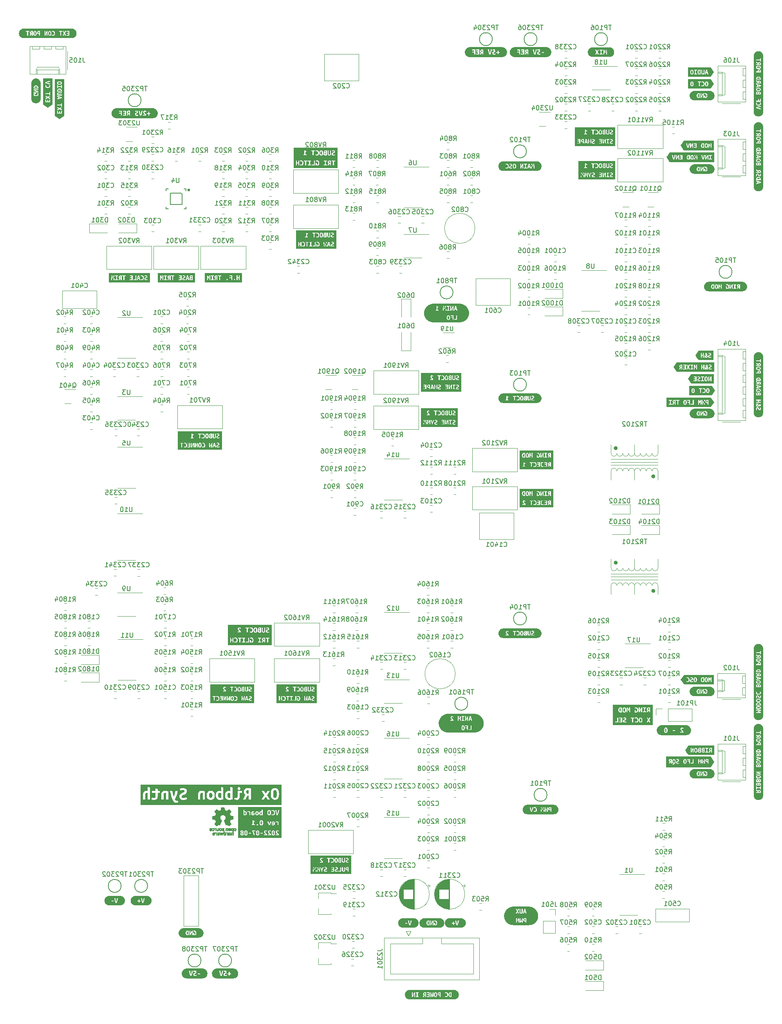
<source format=gbo>
G04 #@! TF.GenerationSoftware,KiCad,Pcbnew,6.0.5+dfsg-1~bpo11+1*
G04 #@! TF.CreationDate,2022-07-23T14:57:50+00:00*
G04 #@! TF.ProjectId,main_VCO_board,6d61696e-5f56-4434-9f5f-626f6172642e,0.1*
G04 #@! TF.SameCoordinates,Original*
G04 #@! TF.FileFunction,Legend,Bot*
G04 #@! TF.FilePolarity,Positive*
%FSLAX46Y46*%
G04 Gerber Fmt 4.6, Leading zero omitted, Abs format (unit mm)*
G04 Created by KiCad (PCBNEW 6.0.5+dfsg-1~bpo11+1) date 2022-07-23 14:57:50*
%MOMM*%
%LPD*%
G01*
G04 APERTURE LIST*
%ADD10C,0.150000*%
%ADD11C,0.120000*%
%ADD12C,0.010000*%
%ADD13C,0.100000*%
%ADD14C,0.441000*%
%ADD15O,2.720000X3.240000*%
%ADD16R,1.800000X1.800000*%
%ADD17C,1.800000*%
%ADD18C,2.500000*%
%ADD19C,3.000000*%
%ADD20C,1.451600*%
%ADD21C,2.000000*%
%ADD22C,1.440000*%
%ADD23C,1.600000*%
%ADD24C,2.600000*%
%ADD25R,1.300000X0.900000*%
%ADD26O,2.190000X1.740000*%
%ADD27R,1.600000X1.600000*%
%ADD28R,0.900000X1.200000*%
%ADD29O,1.740000X2.190000*%
%ADD30R,1.200000X0.900000*%
%ADD31R,1.700000X1.700000*%
%ADD32O,1.700000X1.700000*%
%ADD33R,1.500000X0.200000*%
%ADD34R,0.200000X1.500000*%
%ADD35C,2.540000*%
%ADD36R,0.700000X0.510000*%
%ADD37C,1.700000*%
G04 APERTURE END LIST*
D10*
X170330476Y-233680380D02*
X169759047Y-233680380D01*
X170044761Y-234680380D02*
X170044761Y-233680380D01*
X169425714Y-234680380D02*
X169425714Y-233680380D01*
X169044761Y-233680380D01*
X168949523Y-233728000D01*
X168901904Y-233775619D01*
X168854285Y-233870857D01*
X168854285Y-234013714D01*
X168901904Y-234108952D01*
X168949523Y-234156571D01*
X169044761Y-234204190D01*
X169425714Y-234204190D01*
X168473333Y-233775619D02*
X168425714Y-233728000D01*
X168330476Y-233680380D01*
X168092380Y-233680380D01*
X167997142Y-233728000D01*
X167949523Y-233775619D01*
X167901904Y-233870857D01*
X167901904Y-233966095D01*
X167949523Y-234108952D01*
X168520952Y-234680380D01*
X167901904Y-234680380D01*
X167568571Y-233680380D02*
X166949523Y-233680380D01*
X167282857Y-234061333D01*
X167140000Y-234061333D01*
X167044761Y-234108952D01*
X166997142Y-234156571D01*
X166949523Y-234251809D01*
X166949523Y-234489904D01*
X166997142Y-234585142D01*
X167044761Y-234632761D01*
X167140000Y-234680380D01*
X167425714Y-234680380D01*
X167520952Y-234632761D01*
X167568571Y-234585142D01*
X166330476Y-233680380D02*
X166235238Y-233680380D01*
X166140000Y-233728000D01*
X166092380Y-233775619D01*
X166044761Y-233870857D01*
X165997142Y-234061333D01*
X165997142Y-234299428D01*
X166044761Y-234489904D01*
X166092380Y-234585142D01*
X166140000Y-234632761D01*
X166235238Y-234680380D01*
X166330476Y-234680380D01*
X166425714Y-234632761D01*
X166473333Y-234585142D01*
X166520952Y-234489904D01*
X166568571Y-234299428D01*
X166568571Y-234061333D01*
X166520952Y-233870857D01*
X166473333Y-233775619D01*
X166425714Y-233728000D01*
X166330476Y-233680380D01*
X165425714Y-234108952D02*
X165520952Y-234061333D01*
X165568571Y-234013714D01*
X165616190Y-233918476D01*
X165616190Y-233870857D01*
X165568571Y-233775619D01*
X165520952Y-233728000D01*
X165425714Y-233680380D01*
X165235238Y-233680380D01*
X165140000Y-233728000D01*
X165092380Y-233775619D01*
X165044761Y-233870857D01*
X165044761Y-233918476D01*
X165092380Y-234013714D01*
X165140000Y-234061333D01*
X165235238Y-234108952D01*
X165425714Y-234108952D01*
X165520952Y-234156571D01*
X165568571Y-234204190D01*
X165616190Y-234299428D01*
X165616190Y-234489904D01*
X165568571Y-234585142D01*
X165520952Y-234632761D01*
X165425714Y-234680380D01*
X165235238Y-234680380D01*
X165140000Y-234632761D01*
X165092380Y-234585142D01*
X165044761Y-234489904D01*
X165044761Y-234299428D01*
X165092380Y-234204190D01*
X165140000Y-234156571D01*
X165235238Y-234108952D01*
X264739238Y-43505380D02*
X265072571Y-43029190D01*
X265310666Y-43505380D02*
X265310666Y-42505380D01*
X264929714Y-42505380D01*
X264834476Y-42553000D01*
X264786857Y-42600619D01*
X264739238Y-42695857D01*
X264739238Y-42838714D01*
X264786857Y-42933952D01*
X264834476Y-42981571D01*
X264929714Y-43029190D01*
X265310666Y-43029190D01*
X264358285Y-42600619D02*
X264310666Y-42553000D01*
X264215428Y-42505380D01*
X263977333Y-42505380D01*
X263882095Y-42553000D01*
X263834476Y-42600619D01*
X263786857Y-42695857D01*
X263786857Y-42791095D01*
X263834476Y-42933952D01*
X264405904Y-43505380D01*
X263786857Y-43505380D01*
X263405904Y-42600619D02*
X263358285Y-42553000D01*
X263263047Y-42505380D01*
X263024952Y-42505380D01*
X262929714Y-42553000D01*
X262882095Y-42600619D01*
X262834476Y-42695857D01*
X262834476Y-42791095D01*
X262882095Y-42933952D01*
X263453523Y-43505380D01*
X262834476Y-43505380D01*
X262215428Y-42505380D02*
X262120190Y-42505380D01*
X262024952Y-42553000D01*
X261977333Y-42600619D01*
X261929714Y-42695857D01*
X261882095Y-42886333D01*
X261882095Y-43124428D01*
X261929714Y-43314904D01*
X261977333Y-43410142D01*
X262024952Y-43457761D01*
X262120190Y-43505380D01*
X262215428Y-43505380D01*
X262310666Y-43457761D01*
X262358285Y-43410142D01*
X262405904Y-43314904D01*
X262453523Y-43124428D01*
X262453523Y-42886333D01*
X262405904Y-42695857D01*
X262358285Y-42600619D01*
X262310666Y-42553000D01*
X262215428Y-42505380D01*
X261548761Y-42505380D02*
X260882095Y-42505380D01*
X261310666Y-43505380D01*
X146407047Y-119835142D02*
X146454666Y-119882761D01*
X146597523Y-119930380D01*
X146692761Y-119930380D01*
X146835619Y-119882761D01*
X146930857Y-119787523D01*
X146978476Y-119692285D01*
X147026095Y-119501809D01*
X147026095Y-119358952D01*
X146978476Y-119168476D01*
X146930857Y-119073238D01*
X146835619Y-118978000D01*
X146692761Y-118930380D01*
X146597523Y-118930380D01*
X146454666Y-118978000D01*
X146407047Y-119025619D01*
X145549904Y-119263714D02*
X145549904Y-119930380D01*
X145788000Y-118882761D02*
X146026095Y-119597047D01*
X145407047Y-119597047D01*
X144835619Y-118930380D02*
X144740380Y-118930380D01*
X144645142Y-118978000D01*
X144597523Y-119025619D01*
X144549904Y-119120857D01*
X144502285Y-119311333D01*
X144502285Y-119549428D01*
X144549904Y-119739904D01*
X144597523Y-119835142D01*
X144645142Y-119882761D01*
X144740380Y-119930380D01*
X144835619Y-119930380D01*
X144930857Y-119882761D01*
X144978476Y-119835142D01*
X145026095Y-119739904D01*
X145073714Y-119549428D01*
X145073714Y-119311333D01*
X145026095Y-119120857D01*
X144978476Y-119025619D01*
X144930857Y-118978000D01*
X144835619Y-118930380D01*
X144168952Y-118930380D02*
X143549904Y-118930380D01*
X143883238Y-119311333D01*
X143740380Y-119311333D01*
X143645142Y-119358952D01*
X143597523Y-119406571D01*
X143549904Y-119501809D01*
X143549904Y-119739904D01*
X143597523Y-119835142D01*
X143645142Y-119882761D01*
X143740380Y-119930380D01*
X144026095Y-119930380D01*
X144121333Y-119882761D01*
X144168952Y-119835142D01*
X220416238Y-129611380D02*
X220749571Y-129135190D01*
X220987666Y-129611380D02*
X220987666Y-128611380D01*
X220606714Y-128611380D01*
X220511476Y-128659000D01*
X220463857Y-128706619D01*
X220416238Y-128801857D01*
X220416238Y-128944714D01*
X220463857Y-129039952D01*
X220511476Y-129087571D01*
X220606714Y-129135190D01*
X220987666Y-129135190D01*
X220035285Y-128706619D02*
X219987666Y-128659000D01*
X219892428Y-128611380D01*
X219654333Y-128611380D01*
X219559095Y-128659000D01*
X219511476Y-128706619D01*
X219463857Y-128801857D01*
X219463857Y-128897095D01*
X219511476Y-129039952D01*
X220082904Y-129611380D01*
X219463857Y-129611380D01*
X218511476Y-129611380D02*
X219082904Y-129611380D01*
X218797190Y-129611380D02*
X218797190Y-128611380D01*
X218892428Y-128754238D01*
X218987666Y-128849476D01*
X219082904Y-128897095D01*
X217559095Y-129611380D02*
X218130523Y-129611380D01*
X217844809Y-129611380D02*
X217844809Y-128611380D01*
X217940047Y-128754238D01*
X218035285Y-128849476D01*
X218130523Y-128897095D01*
X217178142Y-128706619D02*
X217130523Y-128659000D01*
X217035285Y-128611380D01*
X216797190Y-128611380D01*
X216701952Y-128659000D01*
X216654333Y-128706619D01*
X216606714Y-128801857D01*
X216606714Y-128897095D01*
X216654333Y-129039952D01*
X217225761Y-129611380D01*
X216606714Y-129611380D01*
X177781809Y-170782380D02*
X178115142Y-170306190D01*
X178353238Y-170782380D02*
X178353238Y-169782380D01*
X177972285Y-169782380D01*
X177877047Y-169830000D01*
X177829428Y-169877619D01*
X177781809Y-169972857D01*
X177781809Y-170115714D01*
X177829428Y-170210952D01*
X177877047Y-170258571D01*
X177972285Y-170306190D01*
X178353238Y-170306190D01*
X177496095Y-169782380D02*
X177162761Y-170782380D01*
X176829428Y-169782380D01*
X175972285Y-170782380D02*
X176543714Y-170782380D01*
X176258000Y-170782380D02*
X176258000Y-169782380D01*
X176353238Y-169925238D01*
X176448476Y-170020476D01*
X176543714Y-170068095D01*
X175067523Y-169782380D02*
X175543714Y-169782380D01*
X175591333Y-170258571D01*
X175543714Y-170210952D01*
X175448476Y-170163333D01*
X175210380Y-170163333D01*
X175115142Y-170210952D01*
X175067523Y-170258571D01*
X175019904Y-170353809D01*
X175019904Y-170591904D01*
X175067523Y-170687142D01*
X175115142Y-170734761D01*
X175210380Y-170782380D01*
X175448476Y-170782380D01*
X175543714Y-170734761D01*
X175591333Y-170687142D01*
X174400857Y-169782380D02*
X174305619Y-169782380D01*
X174210380Y-169830000D01*
X174162761Y-169877619D01*
X174115142Y-169972857D01*
X174067523Y-170163333D01*
X174067523Y-170401428D01*
X174115142Y-170591904D01*
X174162761Y-170687142D01*
X174210380Y-170734761D01*
X174305619Y-170782380D01*
X174400857Y-170782380D01*
X174496095Y-170734761D01*
X174543714Y-170687142D01*
X174591333Y-170591904D01*
X174638952Y-170401428D01*
X174638952Y-170163333D01*
X174591333Y-169972857D01*
X174543714Y-169877619D01*
X174496095Y-169830000D01*
X174400857Y-169782380D01*
X173115142Y-170782380D02*
X173686571Y-170782380D01*
X173400857Y-170782380D02*
X173400857Y-169782380D01*
X173496095Y-169925238D01*
X173591333Y-170020476D01*
X173686571Y-170068095D01*
X158773476Y-217551380D02*
X158202047Y-217551380D01*
X158487761Y-218551380D02*
X158487761Y-217551380D01*
X157868714Y-218551380D02*
X157868714Y-217551380D01*
X157487761Y-217551380D01*
X157392523Y-217599000D01*
X157344904Y-217646619D01*
X157297285Y-217741857D01*
X157297285Y-217884714D01*
X157344904Y-217979952D01*
X157392523Y-218027571D01*
X157487761Y-218075190D01*
X157868714Y-218075190D01*
X156916333Y-217646619D02*
X156868714Y-217599000D01*
X156773476Y-217551380D01*
X156535380Y-217551380D01*
X156440142Y-217599000D01*
X156392523Y-217646619D01*
X156344904Y-217741857D01*
X156344904Y-217837095D01*
X156392523Y-217979952D01*
X156963952Y-218551380D01*
X156344904Y-218551380D01*
X156011571Y-217551380D02*
X155392523Y-217551380D01*
X155725857Y-217932333D01*
X155583000Y-217932333D01*
X155487761Y-217979952D01*
X155440142Y-218027571D01*
X155392523Y-218122809D01*
X155392523Y-218360904D01*
X155440142Y-218456142D01*
X155487761Y-218503761D01*
X155583000Y-218551380D01*
X155868714Y-218551380D01*
X155963952Y-218503761D01*
X156011571Y-218456142D01*
X154773476Y-217551380D02*
X154678238Y-217551380D01*
X154583000Y-217599000D01*
X154535380Y-217646619D01*
X154487761Y-217741857D01*
X154440142Y-217932333D01*
X154440142Y-218170428D01*
X154487761Y-218360904D01*
X154535380Y-218456142D01*
X154583000Y-218503761D01*
X154678238Y-218551380D01*
X154773476Y-218551380D01*
X154868714Y-218503761D01*
X154916333Y-218456142D01*
X154963952Y-218360904D01*
X155011571Y-218170428D01*
X155011571Y-217932333D01*
X154963952Y-217741857D01*
X154916333Y-217646619D01*
X154868714Y-217599000D01*
X154773476Y-217551380D01*
X153487761Y-218551380D02*
X154059190Y-218551380D01*
X153773476Y-218551380D02*
X153773476Y-217551380D01*
X153868714Y-217694238D01*
X153963952Y-217789476D01*
X154059190Y-217837095D01*
X219781238Y-199366142D02*
X219828857Y-199413761D01*
X219971714Y-199461380D01*
X220066952Y-199461380D01*
X220209809Y-199413761D01*
X220305047Y-199318523D01*
X220352666Y-199223285D01*
X220400285Y-199032809D01*
X220400285Y-198889952D01*
X220352666Y-198699476D01*
X220305047Y-198604238D01*
X220209809Y-198509000D01*
X220066952Y-198461380D01*
X219971714Y-198461380D01*
X219828857Y-198509000D01*
X219781238Y-198556619D01*
X219400285Y-198556619D02*
X219352666Y-198509000D01*
X219257428Y-198461380D01*
X219019333Y-198461380D01*
X218924095Y-198509000D01*
X218876476Y-198556619D01*
X218828857Y-198651857D01*
X218828857Y-198747095D01*
X218876476Y-198889952D01*
X219447904Y-199461380D01*
X218828857Y-199461380D01*
X218209809Y-198461380D02*
X218114571Y-198461380D01*
X218019333Y-198509000D01*
X217971714Y-198556619D01*
X217924095Y-198651857D01*
X217876476Y-198842333D01*
X217876476Y-199080428D01*
X217924095Y-199270904D01*
X217971714Y-199366142D01*
X218019333Y-199413761D01*
X218114571Y-199461380D01*
X218209809Y-199461380D01*
X218305047Y-199413761D01*
X218352666Y-199366142D01*
X218400285Y-199270904D01*
X218447904Y-199080428D01*
X218447904Y-198842333D01*
X218400285Y-198651857D01*
X218352666Y-198556619D01*
X218305047Y-198509000D01*
X218209809Y-198461380D01*
X217257428Y-198461380D02*
X217162190Y-198461380D01*
X217066952Y-198509000D01*
X217019333Y-198556619D01*
X216971714Y-198651857D01*
X216924095Y-198842333D01*
X216924095Y-199080428D01*
X216971714Y-199270904D01*
X217019333Y-199366142D01*
X217066952Y-199413761D01*
X217162190Y-199461380D01*
X217257428Y-199461380D01*
X217352666Y-199413761D01*
X217400285Y-199366142D01*
X217447904Y-199270904D01*
X217495523Y-199080428D01*
X217495523Y-198842333D01*
X217447904Y-198651857D01*
X217400285Y-198556619D01*
X217352666Y-198509000D01*
X217257428Y-198461380D01*
X216590761Y-198461380D02*
X215971714Y-198461380D01*
X216305047Y-198842333D01*
X216162190Y-198842333D01*
X216066952Y-198889952D01*
X216019333Y-198937571D01*
X215971714Y-199032809D01*
X215971714Y-199270904D01*
X216019333Y-199366142D01*
X216066952Y-199413761D01*
X216162190Y-199461380D01*
X216447904Y-199461380D01*
X216543142Y-199413761D01*
X216590761Y-199366142D01*
X149542047Y-62047380D02*
X149875380Y-61571190D01*
X150113476Y-62047380D02*
X150113476Y-61047380D01*
X149732523Y-61047380D01*
X149637285Y-61095000D01*
X149589666Y-61142619D01*
X149542047Y-61237857D01*
X149542047Y-61380714D01*
X149589666Y-61475952D01*
X149637285Y-61523571D01*
X149732523Y-61571190D01*
X150113476Y-61571190D01*
X149208714Y-61047380D02*
X148589666Y-61047380D01*
X148923000Y-61428333D01*
X148780142Y-61428333D01*
X148684904Y-61475952D01*
X148637285Y-61523571D01*
X148589666Y-61618809D01*
X148589666Y-61856904D01*
X148637285Y-61952142D01*
X148684904Y-61999761D01*
X148780142Y-62047380D01*
X149065857Y-62047380D01*
X149161095Y-61999761D01*
X149208714Y-61952142D01*
X147637285Y-62047380D02*
X148208714Y-62047380D01*
X147923000Y-62047380D02*
X147923000Y-61047380D01*
X148018238Y-61190238D01*
X148113476Y-61285476D01*
X148208714Y-61333095D01*
X146780142Y-61380714D02*
X146780142Y-62047380D01*
X147018238Y-60999761D02*
X147256333Y-61714047D01*
X146637285Y-61714047D01*
X153669904Y-124347380D02*
X153669904Y-125156904D01*
X153622285Y-125252142D01*
X153574666Y-125299761D01*
X153479428Y-125347380D01*
X153288952Y-125347380D01*
X153193714Y-125299761D01*
X153146095Y-125252142D01*
X153098476Y-125156904D01*
X153098476Y-124347380D01*
X152146095Y-124347380D02*
X152622285Y-124347380D01*
X152669904Y-124823571D01*
X152622285Y-124775952D01*
X152527047Y-124728333D01*
X152288952Y-124728333D01*
X152193714Y-124775952D01*
X152146095Y-124823571D01*
X152098476Y-124918809D01*
X152098476Y-125156904D01*
X152146095Y-125252142D01*
X152193714Y-125299761D01*
X152288952Y-125347380D01*
X152527047Y-125347380D01*
X152622285Y-125299761D01*
X152669904Y-125252142D01*
X168600238Y-170505380D02*
X168933571Y-170029190D01*
X169171666Y-170505380D02*
X169171666Y-169505380D01*
X168790714Y-169505380D01*
X168695476Y-169553000D01*
X168647857Y-169600619D01*
X168600238Y-169695857D01*
X168600238Y-169838714D01*
X168647857Y-169933952D01*
X168695476Y-169981571D01*
X168790714Y-170029190D01*
X169171666Y-170029190D01*
X167647857Y-170505380D02*
X168219285Y-170505380D01*
X167933571Y-170505380D02*
X167933571Y-169505380D01*
X168028809Y-169648238D01*
X168124047Y-169743476D01*
X168219285Y-169791095D01*
X166743095Y-169505380D02*
X167219285Y-169505380D01*
X167266904Y-169981571D01*
X167219285Y-169933952D01*
X167124047Y-169886333D01*
X166885952Y-169886333D01*
X166790714Y-169933952D01*
X166743095Y-169981571D01*
X166695476Y-170076809D01*
X166695476Y-170314904D01*
X166743095Y-170410142D01*
X166790714Y-170457761D01*
X166885952Y-170505380D01*
X167124047Y-170505380D01*
X167219285Y-170457761D01*
X167266904Y-170410142D01*
X166076428Y-169505380D02*
X165981190Y-169505380D01*
X165885952Y-169553000D01*
X165838333Y-169600619D01*
X165790714Y-169695857D01*
X165743095Y-169886333D01*
X165743095Y-170124428D01*
X165790714Y-170314904D01*
X165838333Y-170410142D01*
X165885952Y-170457761D01*
X165981190Y-170505380D01*
X166076428Y-170505380D01*
X166171666Y-170457761D01*
X166219285Y-170410142D01*
X166266904Y-170314904D01*
X166314523Y-170124428D01*
X166314523Y-169886333D01*
X166266904Y-169695857D01*
X166219285Y-169600619D01*
X166171666Y-169553000D01*
X166076428Y-169505380D01*
X164885952Y-169838714D02*
X164885952Y-170505380D01*
X165124047Y-169457761D02*
X165362142Y-170172047D01*
X164743095Y-170172047D01*
X162885238Y-166695380D02*
X163218571Y-166219190D01*
X163456666Y-166695380D02*
X163456666Y-165695380D01*
X163075714Y-165695380D01*
X162980476Y-165743000D01*
X162932857Y-165790619D01*
X162885238Y-165885857D01*
X162885238Y-166028714D01*
X162932857Y-166123952D01*
X162980476Y-166171571D01*
X163075714Y-166219190D01*
X163456666Y-166219190D01*
X161932857Y-166695380D02*
X162504285Y-166695380D01*
X162218571Y-166695380D02*
X162218571Y-165695380D01*
X162313809Y-165838238D01*
X162409047Y-165933476D01*
X162504285Y-165981095D01*
X161599523Y-165695380D02*
X160932857Y-165695380D01*
X161361428Y-166695380D01*
X160361428Y-165695380D02*
X160266190Y-165695380D01*
X160170952Y-165743000D01*
X160123333Y-165790619D01*
X160075714Y-165885857D01*
X160028095Y-166076333D01*
X160028095Y-166314428D01*
X160075714Y-166504904D01*
X160123333Y-166600142D01*
X160170952Y-166647761D01*
X160266190Y-166695380D01*
X160361428Y-166695380D01*
X160456666Y-166647761D01*
X160504285Y-166600142D01*
X160551904Y-166504904D01*
X160599523Y-166314428D01*
X160599523Y-166076333D01*
X160551904Y-165885857D01*
X160504285Y-165790619D01*
X160456666Y-165743000D01*
X160361428Y-165695380D01*
X159647142Y-165790619D02*
X159599523Y-165743000D01*
X159504285Y-165695380D01*
X159266190Y-165695380D01*
X159170952Y-165743000D01*
X159123333Y-165790619D01*
X159075714Y-165885857D01*
X159075714Y-165981095D01*
X159123333Y-166123952D01*
X159694761Y-166695380D01*
X159075714Y-166695380D01*
X211804095Y-160034380D02*
X211804095Y-160843904D01*
X211756476Y-160939142D01*
X211708857Y-160986761D01*
X211613619Y-161034380D01*
X211423142Y-161034380D01*
X211327904Y-160986761D01*
X211280285Y-160939142D01*
X211232666Y-160843904D01*
X211232666Y-160034380D01*
X210232666Y-161034380D02*
X210804095Y-161034380D01*
X210518380Y-161034380D02*
X210518380Y-160034380D01*
X210613619Y-160177238D01*
X210708857Y-160272476D01*
X210804095Y-160320095D01*
X209851714Y-160129619D02*
X209804095Y-160082000D01*
X209708857Y-160034380D01*
X209470761Y-160034380D01*
X209375523Y-160082000D01*
X209327904Y-160129619D01*
X209280285Y-160224857D01*
X209280285Y-160320095D01*
X209327904Y-160462952D01*
X209899333Y-161034380D01*
X209280285Y-161034380D01*
X262453238Y-95194380D02*
X262786571Y-94718190D01*
X263024666Y-95194380D02*
X263024666Y-94194380D01*
X262643714Y-94194380D01*
X262548476Y-94242000D01*
X262500857Y-94289619D01*
X262453238Y-94384857D01*
X262453238Y-94527714D01*
X262500857Y-94622952D01*
X262548476Y-94670571D01*
X262643714Y-94718190D01*
X263024666Y-94718190D01*
X261500857Y-95194380D02*
X262072285Y-95194380D01*
X261786571Y-95194380D02*
X261786571Y-94194380D01*
X261881809Y-94337238D01*
X261977047Y-94432476D01*
X262072285Y-94480095D01*
X261119904Y-94289619D02*
X261072285Y-94242000D01*
X260977047Y-94194380D01*
X260738952Y-94194380D01*
X260643714Y-94242000D01*
X260596095Y-94289619D01*
X260548476Y-94384857D01*
X260548476Y-94480095D01*
X260596095Y-94622952D01*
X261167523Y-95194380D01*
X260548476Y-95194380D01*
X259929428Y-94194380D02*
X259834190Y-94194380D01*
X259738952Y-94242000D01*
X259691333Y-94289619D01*
X259643714Y-94384857D01*
X259596095Y-94575333D01*
X259596095Y-94813428D01*
X259643714Y-95003904D01*
X259691333Y-95099142D01*
X259738952Y-95146761D01*
X259834190Y-95194380D01*
X259929428Y-95194380D01*
X260024666Y-95146761D01*
X260072285Y-95099142D01*
X260119904Y-95003904D01*
X260167523Y-94813428D01*
X260167523Y-94575333D01*
X260119904Y-94384857D01*
X260072285Y-94289619D01*
X260024666Y-94242000D01*
X259929428Y-94194380D01*
X258738952Y-94527714D02*
X258738952Y-95194380D01*
X258977047Y-94146761D02*
X259215142Y-94861047D01*
X258596095Y-94861047D01*
X140692047Y-97100380D02*
X141025380Y-96624190D01*
X141263476Y-97100380D02*
X141263476Y-96100380D01*
X140882523Y-96100380D01*
X140787285Y-96148000D01*
X140739666Y-96195619D01*
X140692047Y-96290857D01*
X140692047Y-96433714D01*
X140739666Y-96528952D01*
X140787285Y-96576571D01*
X140882523Y-96624190D01*
X141263476Y-96624190D01*
X139834904Y-96433714D02*
X139834904Y-97100380D01*
X140073000Y-96052761D02*
X140311095Y-96767047D01*
X139692047Y-96767047D01*
X139120619Y-96100380D02*
X139025380Y-96100380D01*
X138930142Y-96148000D01*
X138882523Y-96195619D01*
X138834904Y-96290857D01*
X138787285Y-96481333D01*
X138787285Y-96719428D01*
X138834904Y-96909904D01*
X138882523Y-97005142D01*
X138930142Y-97052761D01*
X139025380Y-97100380D01*
X139120619Y-97100380D01*
X139215857Y-97052761D01*
X139263476Y-97005142D01*
X139311095Y-96909904D01*
X139358714Y-96719428D01*
X139358714Y-96481333D01*
X139311095Y-96290857D01*
X139263476Y-96195619D01*
X139215857Y-96148000D01*
X139120619Y-96100380D01*
X138406333Y-96195619D02*
X138358714Y-96148000D01*
X138263476Y-96100380D01*
X138025380Y-96100380D01*
X137930142Y-96148000D01*
X137882523Y-96195619D01*
X137834904Y-96290857D01*
X137834904Y-96386095D01*
X137882523Y-96528952D01*
X138453952Y-97100380D01*
X137834904Y-97100380D01*
X223558047Y-70938380D02*
X223891380Y-70462190D01*
X224129476Y-70938380D02*
X224129476Y-69938380D01*
X223748523Y-69938380D01*
X223653285Y-69986000D01*
X223605666Y-70033619D01*
X223558047Y-70128857D01*
X223558047Y-70271714D01*
X223605666Y-70366952D01*
X223653285Y-70414571D01*
X223748523Y-70462190D01*
X224129476Y-70462190D01*
X222986619Y-70366952D02*
X223081857Y-70319333D01*
X223129476Y-70271714D01*
X223177095Y-70176476D01*
X223177095Y-70128857D01*
X223129476Y-70033619D01*
X223081857Y-69986000D01*
X222986619Y-69938380D01*
X222796142Y-69938380D01*
X222700904Y-69986000D01*
X222653285Y-70033619D01*
X222605666Y-70128857D01*
X222605666Y-70176476D01*
X222653285Y-70271714D01*
X222700904Y-70319333D01*
X222796142Y-70366952D01*
X222986619Y-70366952D01*
X223081857Y-70414571D01*
X223129476Y-70462190D01*
X223177095Y-70557428D01*
X223177095Y-70747904D01*
X223129476Y-70843142D01*
X223081857Y-70890761D01*
X222986619Y-70938380D01*
X222796142Y-70938380D01*
X222700904Y-70890761D01*
X222653285Y-70843142D01*
X222605666Y-70747904D01*
X222605666Y-70557428D01*
X222653285Y-70462190D01*
X222700904Y-70414571D01*
X222796142Y-70366952D01*
X221986619Y-69938380D02*
X221891380Y-69938380D01*
X221796142Y-69986000D01*
X221748523Y-70033619D01*
X221700904Y-70128857D01*
X221653285Y-70319333D01*
X221653285Y-70557428D01*
X221700904Y-70747904D01*
X221748523Y-70843142D01*
X221796142Y-70890761D01*
X221891380Y-70938380D01*
X221986619Y-70938380D01*
X222081857Y-70890761D01*
X222129476Y-70843142D01*
X222177095Y-70747904D01*
X222224714Y-70557428D01*
X222224714Y-70319333D01*
X222177095Y-70128857D01*
X222129476Y-70033619D01*
X222081857Y-69986000D01*
X221986619Y-69938380D01*
X220748523Y-69938380D02*
X221224714Y-69938380D01*
X221272333Y-70414571D01*
X221224714Y-70366952D01*
X221129476Y-70319333D01*
X220891380Y-70319333D01*
X220796142Y-70366952D01*
X220748523Y-70414571D01*
X220700904Y-70509809D01*
X220700904Y-70747904D01*
X220748523Y-70843142D01*
X220796142Y-70890761D01*
X220891380Y-70938380D01*
X221129476Y-70938380D01*
X221224714Y-70890761D01*
X221272333Y-70843142D01*
X203906238Y-119451380D02*
X204239571Y-118975190D01*
X204477666Y-119451380D02*
X204477666Y-118451380D01*
X204096714Y-118451380D01*
X204001476Y-118499000D01*
X203953857Y-118546619D01*
X203906238Y-118641857D01*
X203906238Y-118784714D01*
X203953857Y-118879952D01*
X204001476Y-118927571D01*
X204096714Y-118975190D01*
X204477666Y-118975190D01*
X202953857Y-119451380D02*
X203525285Y-119451380D01*
X203239571Y-119451380D02*
X203239571Y-118451380D01*
X203334809Y-118594238D01*
X203430047Y-118689476D01*
X203525285Y-118737095D01*
X202477666Y-119451380D02*
X202287190Y-119451380D01*
X202191952Y-119403761D01*
X202144333Y-119356142D01*
X202049095Y-119213285D01*
X202001476Y-119022809D01*
X202001476Y-118641857D01*
X202049095Y-118546619D01*
X202096714Y-118499000D01*
X202191952Y-118451380D01*
X202382428Y-118451380D01*
X202477666Y-118499000D01*
X202525285Y-118546619D01*
X202572904Y-118641857D01*
X202572904Y-118879952D01*
X202525285Y-118975190D01*
X202477666Y-119022809D01*
X202382428Y-119070428D01*
X202191952Y-119070428D01*
X202096714Y-119022809D01*
X202049095Y-118975190D01*
X202001476Y-118879952D01*
X201382428Y-118451380D02*
X201287190Y-118451380D01*
X201191952Y-118499000D01*
X201144333Y-118546619D01*
X201096714Y-118641857D01*
X201049095Y-118832333D01*
X201049095Y-119070428D01*
X201096714Y-119260904D01*
X201144333Y-119356142D01*
X201191952Y-119403761D01*
X201287190Y-119451380D01*
X201382428Y-119451380D01*
X201477666Y-119403761D01*
X201525285Y-119356142D01*
X201572904Y-119260904D01*
X201620523Y-119070428D01*
X201620523Y-118832333D01*
X201572904Y-118641857D01*
X201525285Y-118546619D01*
X201477666Y-118499000D01*
X201382428Y-118451380D01*
X200715761Y-118451380D02*
X200049095Y-118451380D01*
X200477666Y-119451380D01*
X149542047Y-73477380D02*
X149875380Y-73001190D01*
X150113476Y-73477380D02*
X150113476Y-72477380D01*
X149732523Y-72477380D01*
X149637285Y-72525000D01*
X149589666Y-72572619D01*
X149542047Y-72667857D01*
X149542047Y-72810714D01*
X149589666Y-72905952D01*
X149637285Y-72953571D01*
X149732523Y-73001190D01*
X150113476Y-73001190D01*
X149208714Y-72477380D02*
X148589666Y-72477380D01*
X148923000Y-72858333D01*
X148780142Y-72858333D01*
X148684904Y-72905952D01*
X148637285Y-72953571D01*
X148589666Y-73048809D01*
X148589666Y-73286904D01*
X148637285Y-73382142D01*
X148684904Y-73429761D01*
X148780142Y-73477380D01*
X149065857Y-73477380D01*
X149161095Y-73429761D01*
X149208714Y-73382142D01*
X147970619Y-72477380D02*
X147875380Y-72477380D01*
X147780142Y-72525000D01*
X147732523Y-72572619D01*
X147684904Y-72667857D01*
X147637285Y-72858333D01*
X147637285Y-73096428D01*
X147684904Y-73286904D01*
X147732523Y-73382142D01*
X147780142Y-73429761D01*
X147875380Y-73477380D01*
X147970619Y-73477380D01*
X148065857Y-73429761D01*
X148113476Y-73382142D01*
X148161095Y-73286904D01*
X148208714Y-73096428D01*
X148208714Y-72858333D01*
X148161095Y-72667857D01*
X148113476Y-72572619D01*
X148065857Y-72525000D01*
X147970619Y-72477380D01*
X146684904Y-73477380D02*
X147256333Y-73477380D01*
X146970619Y-73477380D02*
X146970619Y-72477380D01*
X147065857Y-72620238D01*
X147161095Y-72715476D01*
X147256333Y-72763095D01*
X211804095Y-204357380D02*
X211804095Y-205166904D01*
X211756476Y-205262142D01*
X211708857Y-205309761D01*
X211613619Y-205357380D01*
X211423142Y-205357380D01*
X211327904Y-205309761D01*
X211280285Y-205262142D01*
X211232666Y-205166904D01*
X211232666Y-204357380D01*
X210232666Y-205357380D02*
X210804095Y-205357380D01*
X210518380Y-205357380D02*
X210518380Y-204357380D01*
X210613619Y-204500238D01*
X210708857Y-204595476D01*
X210804095Y-204643095D01*
X209327904Y-204357380D02*
X209804095Y-204357380D01*
X209851714Y-204833571D01*
X209804095Y-204785952D01*
X209708857Y-204738333D01*
X209470761Y-204738333D01*
X209375523Y-204785952D01*
X209327904Y-204833571D01*
X209280285Y-204928809D01*
X209280285Y-205166904D01*
X209327904Y-205262142D01*
X209375523Y-205309761D01*
X209470761Y-205357380D01*
X209708857Y-205357380D01*
X209804095Y-205309761D01*
X209851714Y-205262142D01*
X223623047Y-59507380D02*
X223956380Y-59031190D01*
X224194476Y-59507380D02*
X224194476Y-58507380D01*
X223813523Y-58507380D01*
X223718285Y-58555000D01*
X223670666Y-58602619D01*
X223623047Y-58697857D01*
X223623047Y-58840714D01*
X223670666Y-58935952D01*
X223718285Y-58983571D01*
X223813523Y-59031190D01*
X224194476Y-59031190D01*
X223051619Y-58935952D02*
X223146857Y-58888333D01*
X223194476Y-58840714D01*
X223242095Y-58745476D01*
X223242095Y-58697857D01*
X223194476Y-58602619D01*
X223146857Y-58555000D01*
X223051619Y-58507380D01*
X222861142Y-58507380D01*
X222765904Y-58555000D01*
X222718285Y-58602619D01*
X222670666Y-58697857D01*
X222670666Y-58745476D01*
X222718285Y-58840714D01*
X222765904Y-58888333D01*
X222861142Y-58935952D01*
X223051619Y-58935952D01*
X223146857Y-58983571D01*
X223194476Y-59031190D01*
X223242095Y-59126428D01*
X223242095Y-59316904D01*
X223194476Y-59412142D01*
X223146857Y-59459761D01*
X223051619Y-59507380D01*
X222861142Y-59507380D01*
X222765904Y-59459761D01*
X222718285Y-59412142D01*
X222670666Y-59316904D01*
X222670666Y-59126428D01*
X222718285Y-59031190D01*
X222765904Y-58983571D01*
X222861142Y-58935952D01*
X222051619Y-58507380D02*
X221956380Y-58507380D01*
X221861142Y-58555000D01*
X221813523Y-58602619D01*
X221765904Y-58697857D01*
X221718285Y-58888333D01*
X221718285Y-59126428D01*
X221765904Y-59316904D01*
X221813523Y-59412142D01*
X221861142Y-59459761D01*
X221956380Y-59507380D01*
X222051619Y-59507380D01*
X222146857Y-59459761D01*
X222194476Y-59412142D01*
X222242095Y-59316904D01*
X222289714Y-59126428D01*
X222289714Y-58888333D01*
X222242095Y-58697857D01*
X222194476Y-58602619D01*
X222146857Y-58555000D01*
X222051619Y-58507380D01*
X220861142Y-58840714D02*
X220861142Y-59507380D01*
X221099238Y-58459761D02*
X221337333Y-59174047D01*
X220718285Y-59174047D01*
X234538638Y-147181342D02*
X234586257Y-147228961D01*
X234729114Y-147276580D01*
X234824352Y-147276580D01*
X234967209Y-147228961D01*
X235062447Y-147133723D01*
X235110066Y-147038485D01*
X235157685Y-146848009D01*
X235157685Y-146705152D01*
X235110066Y-146514676D01*
X235062447Y-146419438D01*
X234967209Y-146324200D01*
X234824352Y-146276580D01*
X234729114Y-146276580D01*
X234586257Y-146324200D01*
X234538638Y-146371819D01*
X233586257Y-147276580D02*
X234157685Y-147276580D01*
X233871971Y-147276580D02*
X233871971Y-146276580D01*
X233967209Y-146419438D01*
X234062447Y-146514676D01*
X234157685Y-146562295D01*
X232729114Y-146609914D02*
X232729114Y-147276580D01*
X232967209Y-146228961D02*
X233205304Y-146943247D01*
X232586257Y-146943247D01*
X232014828Y-146276580D02*
X231919590Y-146276580D01*
X231824352Y-146324200D01*
X231776733Y-146371819D01*
X231729114Y-146467057D01*
X231681495Y-146657533D01*
X231681495Y-146895628D01*
X231729114Y-147086104D01*
X231776733Y-147181342D01*
X231824352Y-147228961D01*
X231919590Y-147276580D01*
X232014828Y-147276580D01*
X232110066Y-147228961D01*
X232157685Y-147181342D01*
X232205304Y-147086104D01*
X232252923Y-146895628D01*
X232252923Y-146657533D01*
X232205304Y-146467057D01*
X232157685Y-146371819D01*
X232110066Y-146324200D01*
X232014828Y-146276580D01*
X230729114Y-147276580D02*
X231300542Y-147276580D01*
X231014828Y-147276580D02*
X231014828Y-146276580D01*
X231110066Y-146419438D01*
X231205304Y-146514676D01*
X231300542Y-146562295D01*
X270167047Y-221306380D02*
X270500380Y-220830190D01*
X270738476Y-221306380D02*
X270738476Y-220306380D01*
X270357523Y-220306380D01*
X270262285Y-220354000D01*
X270214666Y-220401619D01*
X270167047Y-220496857D01*
X270167047Y-220639714D01*
X270214666Y-220734952D01*
X270262285Y-220782571D01*
X270357523Y-220830190D01*
X270738476Y-220830190D01*
X269262285Y-220306380D02*
X269738476Y-220306380D01*
X269786095Y-220782571D01*
X269738476Y-220734952D01*
X269643238Y-220687333D01*
X269405142Y-220687333D01*
X269309904Y-220734952D01*
X269262285Y-220782571D01*
X269214666Y-220877809D01*
X269214666Y-221115904D01*
X269262285Y-221211142D01*
X269309904Y-221258761D01*
X269405142Y-221306380D01*
X269643238Y-221306380D01*
X269738476Y-221258761D01*
X269786095Y-221211142D01*
X268595619Y-220306380D02*
X268500380Y-220306380D01*
X268405142Y-220354000D01*
X268357523Y-220401619D01*
X268309904Y-220496857D01*
X268262285Y-220687333D01*
X268262285Y-220925428D01*
X268309904Y-221115904D01*
X268357523Y-221211142D01*
X268405142Y-221258761D01*
X268500380Y-221306380D01*
X268595619Y-221306380D01*
X268690857Y-221258761D01*
X268738476Y-221211142D01*
X268786095Y-221115904D01*
X268833714Y-220925428D01*
X268833714Y-220687333D01*
X268786095Y-220496857D01*
X268738476Y-220401619D01*
X268690857Y-220354000D01*
X268595619Y-220306380D01*
X267357523Y-220306380D02*
X267833714Y-220306380D01*
X267881333Y-220782571D01*
X267833714Y-220734952D01*
X267738476Y-220687333D01*
X267500380Y-220687333D01*
X267405142Y-220734952D01*
X267357523Y-220782571D01*
X267309904Y-220877809D01*
X267309904Y-221115904D01*
X267357523Y-221211142D01*
X267405142Y-221258761D01*
X267500380Y-221306380D01*
X267738476Y-221306380D01*
X267833714Y-221258761D01*
X267881333Y-221211142D01*
X259608438Y-51030142D02*
X259656057Y-51077761D01*
X259798914Y-51125380D01*
X259894152Y-51125380D01*
X260037009Y-51077761D01*
X260132247Y-50982523D01*
X260179866Y-50887285D01*
X260227485Y-50696809D01*
X260227485Y-50553952D01*
X260179866Y-50363476D01*
X260132247Y-50268238D01*
X260037009Y-50173000D01*
X259894152Y-50125380D01*
X259798914Y-50125380D01*
X259656057Y-50173000D01*
X259608438Y-50220619D01*
X259227485Y-50220619D02*
X259179866Y-50173000D01*
X259084628Y-50125380D01*
X258846533Y-50125380D01*
X258751295Y-50173000D01*
X258703676Y-50220619D01*
X258656057Y-50315857D01*
X258656057Y-50411095D01*
X258703676Y-50553952D01*
X259275104Y-51125380D01*
X258656057Y-51125380D01*
X258322723Y-50125380D02*
X257703676Y-50125380D01*
X258037009Y-50506333D01*
X257894152Y-50506333D01*
X257798914Y-50553952D01*
X257751295Y-50601571D01*
X257703676Y-50696809D01*
X257703676Y-50934904D01*
X257751295Y-51030142D01*
X257798914Y-51077761D01*
X257894152Y-51125380D01*
X258179866Y-51125380D01*
X258275104Y-51077761D01*
X258322723Y-51030142D01*
X257322723Y-50220619D02*
X257275104Y-50173000D01*
X257179866Y-50125380D01*
X256941771Y-50125380D01*
X256846533Y-50173000D01*
X256798914Y-50220619D01*
X256751295Y-50315857D01*
X256751295Y-50411095D01*
X256798914Y-50553952D01*
X257370342Y-51125380D01*
X256751295Y-51125380D01*
X256179866Y-50553952D02*
X256275104Y-50506333D01*
X256322723Y-50458714D01*
X256370342Y-50363476D01*
X256370342Y-50315857D01*
X256322723Y-50220619D01*
X256275104Y-50173000D01*
X256179866Y-50125380D01*
X255989390Y-50125380D01*
X255894152Y-50173000D01*
X255846533Y-50220619D01*
X255798914Y-50315857D01*
X255798914Y-50363476D01*
X255846533Y-50458714D01*
X255894152Y-50506333D01*
X255989390Y-50553952D01*
X256179866Y-50553952D01*
X256275104Y-50601571D01*
X256322723Y-50649190D01*
X256370342Y-50744428D01*
X256370342Y-50934904D01*
X256322723Y-51030142D01*
X256275104Y-51077761D01*
X256179866Y-51125380D01*
X255989390Y-51125380D01*
X255894152Y-51077761D01*
X255846533Y-51030142D01*
X255798914Y-50934904D01*
X255798914Y-50744428D01*
X255846533Y-50649190D01*
X255894152Y-50601571D01*
X255989390Y-50553952D01*
X185102047Y-81097380D02*
X185435380Y-80621190D01*
X185673476Y-81097380D02*
X185673476Y-80097380D01*
X185292523Y-80097380D01*
X185197285Y-80145000D01*
X185149666Y-80192619D01*
X185102047Y-80287857D01*
X185102047Y-80430714D01*
X185149666Y-80525952D01*
X185197285Y-80573571D01*
X185292523Y-80621190D01*
X185673476Y-80621190D01*
X184768714Y-80097380D02*
X184149666Y-80097380D01*
X184483000Y-80478333D01*
X184340142Y-80478333D01*
X184244904Y-80525952D01*
X184197285Y-80573571D01*
X184149666Y-80668809D01*
X184149666Y-80906904D01*
X184197285Y-81002142D01*
X184244904Y-81049761D01*
X184340142Y-81097380D01*
X184625857Y-81097380D01*
X184721095Y-81049761D01*
X184768714Y-81002142D01*
X183530619Y-80097380D02*
X183435380Y-80097380D01*
X183340142Y-80145000D01*
X183292523Y-80192619D01*
X183244904Y-80287857D01*
X183197285Y-80478333D01*
X183197285Y-80716428D01*
X183244904Y-80906904D01*
X183292523Y-81002142D01*
X183340142Y-81049761D01*
X183435380Y-81097380D01*
X183530619Y-81097380D01*
X183625857Y-81049761D01*
X183673476Y-81002142D01*
X183721095Y-80906904D01*
X183768714Y-80716428D01*
X183768714Y-80478333D01*
X183721095Y-80287857D01*
X183673476Y-80192619D01*
X183625857Y-80145000D01*
X183530619Y-80097380D01*
X182863952Y-80097380D02*
X182244904Y-80097380D01*
X182578238Y-80478333D01*
X182435380Y-80478333D01*
X182340142Y-80525952D01*
X182292523Y-80573571D01*
X182244904Y-80668809D01*
X182244904Y-80906904D01*
X182292523Y-81002142D01*
X182340142Y-81049761D01*
X182435380Y-81097380D01*
X182721095Y-81097380D01*
X182816333Y-81049761D01*
X182863952Y-81002142D01*
X167362047Y-108530380D02*
X167695380Y-108054190D01*
X167933476Y-108530380D02*
X167933476Y-107530380D01*
X167552523Y-107530380D01*
X167457285Y-107578000D01*
X167409666Y-107625619D01*
X167362047Y-107720857D01*
X167362047Y-107863714D01*
X167409666Y-107958952D01*
X167457285Y-108006571D01*
X167552523Y-108054190D01*
X167933476Y-108054190D01*
X167028714Y-107530380D02*
X166362047Y-107530380D01*
X166790619Y-108530380D01*
X165790619Y-107530380D02*
X165695380Y-107530380D01*
X165600142Y-107578000D01*
X165552523Y-107625619D01*
X165504904Y-107720857D01*
X165457285Y-107911333D01*
X165457285Y-108149428D01*
X165504904Y-108339904D01*
X165552523Y-108435142D01*
X165600142Y-108482761D01*
X165695380Y-108530380D01*
X165790619Y-108530380D01*
X165885857Y-108482761D01*
X165933476Y-108435142D01*
X165981095Y-108339904D01*
X166028714Y-108149428D01*
X166028714Y-107911333D01*
X165981095Y-107720857D01*
X165933476Y-107625619D01*
X165885857Y-107578000D01*
X165790619Y-107530380D01*
X165123952Y-107530380D02*
X164504904Y-107530380D01*
X164838238Y-107911333D01*
X164695380Y-107911333D01*
X164600142Y-107958952D01*
X164552523Y-108006571D01*
X164504904Y-108101809D01*
X164504904Y-108339904D01*
X164552523Y-108435142D01*
X164600142Y-108482761D01*
X164695380Y-108530380D01*
X164981095Y-108530380D01*
X165076333Y-108482761D01*
X165123952Y-108435142D01*
X234560809Y-133571380D02*
X234894142Y-133095190D01*
X235132238Y-133571380D02*
X235132238Y-132571380D01*
X234751285Y-132571380D01*
X234656047Y-132619000D01*
X234608428Y-132666619D01*
X234560809Y-132761857D01*
X234560809Y-132904714D01*
X234608428Y-132999952D01*
X234656047Y-133047571D01*
X234751285Y-133095190D01*
X235132238Y-133095190D01*
X234275095Y-132571380D02*
X233941761Y-133571380D01*
X233608428Y-132571380D01*
X233322714Y-132666619D02*
X233275095Y-132619000D01*
X233179857Y-132571380D01*
X232941761Y-132571380D01*
X232846523Y-132619000D01*
X232798904Y-132666619D01*
X232751285Y-132761857D01*
X232751285Y-132857095D01*
X232798904Y-132999952D01*
X233370333Y-133571380D01*
X232751285Y-133571380D01*
X231798904Y-133571380D02*
X232370333Y-133571380D01*
X232084619Y-133571380D02*
X232084619Y-132571380D01*
X232179857Y-132714238D01*
X232275095Y-132809476D01*
X232370333Y-132857095D01*
X231179857Y-132571380D02*
X231084619Y-132571380D01*
X230989380Y-132619000D01*
X230941761Y-132666619D01*
X230894142Y-132761857D01*
X230846523Y-132952333D01*
X230846523Y-133190428D01*
X230894142Y-133380904D01*
X230941761Y-133476142D01*
X230989380Y-133523761D01*
X231084619Y-133571380D01*
X231179857Y-133571380D01*
X231275095Y-133523761D01*
X231322714Y-133476142D01*
X231370333Y-133380904D01*
X231417952Y-133190428D01*
X231417952Y-132952333D01*
X231370333Y-132761857D01*
X231322714Y-132666619D01*
X231275095Y-132619000D01*
X231179857Y-132571380D01*
X229894142Y-133571380D02*
X230465571Y-133571380D01*
X230179857Y-133571380D02*
X230179857Y-132571380D01*
X230275095Y-132714238D01*
X230370333Y-132809476D01*
X230465571Y-132857095D01*
X209621238Y-216511142D02*
X209668857Y-216558761D01*
X209811714Y-216606380D01*
X209906952Y-216606380D01*
X210049809Y-216558761D01*
X210145047Y-216463523D01*
X210192666Y-216368285D01*
X210240285Y-216177809D01*
X210240285Y-216034952D01*
X210192666Y-215844476D01*
X210145047Y-215749238D01*
X210049809Y-215654000D01*
X209906952Y-215606380D01*
X209811714Y-215606380D01*
X209668857Y-215654000D01*
X209621238Y-215701619D01*
X209240285Y-215701619D02*
X209192666Y-215654000D01*
X209097428Y-215606380D01*
X208859333Y-215606380D01*
X208764095Y-215654000D01*
X208716476Y-215701619D01*
X208668857Y-215796857D01*
X208668857Y-215892095D01*
X208716476Y-216034952D01*
X209287904Y-216606380D01*
X208668857Y-216606380D01*
X208335523Y-215606380D02*
X207716476Y-215606380D01*
X208049809Y-215987333D01*
X207906952Y-215987333D01*
X207811714Y-216034952D01*
X207764095Y-216082571D01*
X207716476Y-216177809D01*
X207716476Y-216415904D01*
X207764095Y-216511142D01*
X207811714Y-216558761D01*
X207906952Y-216606380D01*
X208192666Y-216606380D01*
X208287904Y-216558761D01*
X208335523Y-216511142D01*
X206764095Y-216606380D02*
X207335523Y-216606380D01*
X207049809Y-216606380D02*
X207049809Y-215606380D01*
X207145047Y-215749238D01*
X207240285Y-215844476D01*
X207335523Y-215892095D01*
X206192666Y-216034952D02*
X206287904Y-215987333D01*
X206335523Y-215939714D01*
X206383142Y-215844476D01*
X206383142Y-215796857D01*
X206335523Y-215701619D01*
X206287904Y-215654000D01*
X206192666Y-215606380D01*
X206002190Y-215606380D01*
X205906952Y-215654000D01*
X205859333Y-215701619D01*
X205811714Y-215796857D01*
X205811714Y-215844476D01*
X205859333Y-215939714D01*
X205906952Y-215987333D01*
X206002190Y-216034952D01*
X206192666Y-216034952D01*
X206287904Y-216082571D01*
X206335523Y-216130190D01*
X206383142Y-216225428D01*
X206383142Y-216415904D01*
X206335523Y-216511142D01*
X206287904Y-216558761D01*
X206192666Y-216606380D01*
X206002190Y-216606380D01*
X205906952Y-216558761D01*
X205859333Y-216511142D01*
X205811714Y-216415904D01*
X205811714Y-216225428D01*
X205859333Y-216130190D01*
X205906952Y-216082571D01*
X206002190Y-216034952D01*
X267533238Y-95195380D02*
X267866571Y-94719190D01*
X268104666Y-95195380D02*
X268104666Y-94195380D01*
X267723714Y-94195380D01*
X267628476Y-94243000D01*
X267580857Y-94290619D01*
X267533238Y-94385857D01*
X267533238Y-94528714D01*
X267580857Y-94623952D01*
X267628476Y-94671571D01*
X267723714Y-94719190D01*
X268104666Y-94719190D01*
X266580857Y-95195380D02*
X267152285Y-95195380D01*
X266866571Y-95195380D02*
X266866571Y-94195380D01*
X266961809Y-94338238D01*
X267057047Y-94433476D01*
X267152285Y-94481095D01*
X266199904Y-94290619D02*
X266152285Y-94243000D01*
X266057047Y-94195380D01*
X265818952Y-94195380D01*
X265723714Y-94243000D01*
X265676095Y-94290619D01*
X265628476Y-94385857D01*
X265628476Y-94481095D01*
X265676095Y-94623952D01*
X266247523Y-95195380D01*
X265628476Y-95195380D01*
X265009428Y-94195380D02*
X264914190Y-94195380D01*
X264818952Y-94243000D01*
X264771333Y-94290619D01*
X264723714Y-94385857D01*
X264676095Y-94576333D01*
X264676095Y-94814428D01*
X264723714Y-95004904D01*
X264771333Y-95100142D01*
X264818952Y-95147761D01*
X264914190Y-95195380D01*
X265009428Y-95195380D01*
X265104666Y-95147761D01*
X265152285Y-95100142D01*
X265199904Y-95004904D01*
X265247523Y-94814428D01*
X265247523Y-94576333D01*
X265199904Y-94385857D01*
X265152285Y-94290619D01*
X265104666Y-94243000D01*
X265009428Y-94195380D01*
X264295142Y-94290619D02*
X264247523Y-94243000D01*
X264152285Y-94195380D01*
X263914190Y-94195380D01*
X263818952Y-94243000D01*
X263771333Y-94290619D01*
X263723714Y-94385857D01*
X263723714Y-94481095D01*
X263771333Y-94623952D01*
X264342761Y-95195380D01*
X263723714Y-95195380D01*
X211804095Y-187212380D02*
X211804095Y-188021904D01*
X211756476Y-188117142D01*
X211708857Y-188164761D01*
X211613619Y-188212380D01*
X211423142Y-188212380D01*
X211327904Y-188164761D01*
X211280285Y-188117142D01*
X211232666Y-188021904D01*
X211232666Y-187212380D01*
X210232666Y-188212380D02*
X210804095Y-188212380D01*
X210518380Y-188212380D02*
X210518380Y-187212380D01*
X210613619Y-187355238D01*
X210708857Y-187450476D01*
X210804095Y-187498095D01*
X209375523Y-187212380D02*
X209566000Y-187212380D01*
X209661238Y-187260000D01*
X209708857Y-187307619D01*
X209804095Y-187450476D01*
X209851714Y-187640952D01*
X209851714Y-188021904D01*
X209804095Y-188117142D01*
X209756476Y-188164761D01*
X209661238Y-188212380D01*
X209470761Y-188212380D01*
X209375523Y-188164761D01*
X209327904Y-188117142D01*
X209280285Y-188021904D01*
X209280285Y-187783809D01*
X209327904Y-187688571D01*
X209375523Y-187640952D01*
X209470761Y-187593333D01*
X209661238Y-187593333D01*
X209756476Y-187640952D01*
X209804095Y-187688571D01*
X209851714Y-187783809D01*
X228638047Y-70842142D02*
X228685666Y-70889761D01*
X228828523Y-70937380D01*
X228923761Y-70937380D01*
X229066619Y-70889761D01*
X229161857Y-70794523D01*
X229209476Y-70699285D01*
X229257095Y-70508809D01*
X229257095Y-70365952D01*
X229209476Y-70175476D01*
X229161857Y-70080238D01*
X229066619Y-69985000D01*
X228923761Y-69937380D01*
X228828523Y-69937380D01*
X228685666Y-69985000D01*
X228638047Y-70032619D01*
X228066619Y-70365952D02*
X228161857Y-70318333D01*
X228209476Y-70270714D01*
X228257095Y-70175476D01*
X228257095Y-70127857D01*
X228209476Y-70032619D01*
X228161857Y-69985000D01*
X228066619Y-69937380D01*
X227876142Y-69937380D01*
X227780904Y-69985000D01*
X227733285Y-70032619D01*
X227685666Y-70127857D01*
X227685666Y-70175476D01*
X227733285Y-70270714D01*
X227780904Y-70318333D01*
X227876142Y-70365952D01*
X228066619Y-70365952D01*
X228161857Y-70413571D01*
X228209476Y-70461190D01*
X228257095Y-70556428D01*
X228257095Y-70746904D01*
X228209476Y-70842142D01*
X228161857Y-70889761D01*
X228066619Y-70937380D01*
X227876142Y-70937380D01*
X227780904Y-70889761D01*
X227733285Y-70842142D01*
X227685666Y-70746904D01*
X227685666Y-70556428D01*
X227733285Y-70461190D01*
X227780904Y-70413571D01*
X227876142Y-70365952D01*
X227066619Y-69937380D02*
X226971380Y-69937380D01*
X226876142Y-69985000D01*
X226828523Y-70032619D01*
X226780904Y-70127857D01*
X226733285Y-70318333D01*
X226733285Y-70556428D01*
X226780904Y-70746904D01*
X226828523Y-70842142D01*
X226876142Y-70889761D01*
X226971380Y-70937380D01*
X227066619Y-70937380D01*
X227161857Y-70889761D01*
X227209476Y-70842142D01*
X227257095Y-70746904D01*
X227304714Y-70556428D01*
X227304714Y-70318333D01*
X227257095Y-70127857D01*
X227209476Y-70032619D01*
X227161857Y-69985000D01*
X227066619Y-69937380D01*
X225780904Y-70937380D02*
X226352333Y-70937380D01*
X226066619Y-70937380D02*
X226066619Y-69937380D01*
X226161857Y-70080238D01*
X226257095Y-70175476D01*
X226352333Y-70223095D01*
X141295238Y-159076380D02*
X141628571Y-158600190D01*
X141866666Y-159076380D02*
X141866666Y-158076380D01*
X141485714Y-158076380D01*
X141390476Y-158124000D01*
X141342857Y-158171619D01*
X141295238Y-158266857D01*
X141295238Y-158409714D01*
X141342857Y-158504952D01*
X141390476Y-158552571D01*
X141485714Y-158600190D01*
X141866666Y-158600190D01*
X140342857Y-159076380D02*
X140914285Y-159076380D01*
X140628571Y-159076380D02*
X140628571Y-158076380D01*
X140723809Y-158219238D01*
X140819047Y-158314476D01*
X140914285Y-158362095D01*
X139771428Y-158504952D02*
X139866666Y-158457333D01*
X139914285Y-158409714D01*
X139961904Y-158314476D01*
X139961904Y-158266857D01*
X139914285Y-158171619D01*
X139866666Y-158124000D01*
X139771428Y-158076380D01*
X139580952Y-158076380D01*
X139485714Y-158124000D01*
X139438095Y-158171619D01*
X139390476Y-158266857D01*
X139390476Y-158314476D01*
X139438095Y-158409714D01*
X139485714Y-158457333D01*
X139580952Y-158504952D01*
X139771428Y-158504952D01*
X139866666Y-158552571D01*
X139914285Y-158600190D01*
X139961904Y-158695428D01*
X139961904Y-158885904D01*
X139914285Y-158981142D01*
X139866666Y-159028761D01*
X139771428Y-159076380D01*
X139580952Y-159076380D01*
X139485714Y-159028761D01*
X139438095Y-158981142D01*
X139390476Y-158885904D01*
X139390476Y-158695428D01*
X139438095Y-158600190D01*
X139485714Y-158552571D01*
X139580952Y-158504952D01*
X138771428Y-158076380D02*
X138676190Y-158076380D01*
X138580952Y-158124000D01*
X138533333Y-158171619D01*
X138485714Y-158266857D01*
X138438095Y-158457333D01*
X138438095Y-158695428D01*
X138485714Y-158885904D01*
X138533333Y-158981142D01*
X138580952Y-159028761D01*
X138676190Y-159076380D01*
X138771428Y-159076380D01*
X138866666Y-159028761D01*
X138914285Y-158981142D01*
X138961904Y-158885904D01*
X139009523Y-158695428D01*
X139009523Y-158457333D01*
X138961904Y-158266857D01*
X138914285Y-158171619D01*
X138866666Y-158124000D01*
X138771428Y-158076380D01*
X137580952Y-158409714D02*
X137580952Y-159076380D01*
X137819047Y-158028761D02*
X138057142Y-158743047D01*
X137438095Y-158743047D01*
X169862047Y-62047380D02*
X170195380Y-61571190D01*
X170433476Y-62047380D02*
X170433476Y-61047380D01*
X170052523Y-61047380D01*
X169957285Y-61095000D01*
X169909666Y-61142619D01*
X169862047Y-61237857D01*
X169862047Y-61380714D01*
X169909666Y-61475952D01*
X169957285Y-61523571D01*
X170052523Y-61571190D01*
X170433476Y-61571190D01*
X169481095Y-61142619D02*
X169433476Y-61095000D01*
X169338238Y-61047380D01*
X169100142Y-61047380D01*
X169004904Y-61095000D01*
X168957285Y-61142619D01*
X168909666Y-61237857D01*
X168909666Y-61333095D01*
X168957285Y-61475952D01*
X169528714Y-62047380D01*
X168909666Y-62047380D01*
X168290619Y-61047380D02*
X168195380Y-61047380D01*
X168100142Y-61095000D01*
X168052523Y-61142619D01*
X168004904Y-61237857D01*
X167957285Y-61428333D01*
X167957285Y-61666428D01*
X168004904Y-61856904D01*
X168052523Y-61952142D01*
X168100142Y-61999761D01*
X168195380Y-62047380D01*
X168290619Y-62047380D01*
X168385857Y-61999761D01*
X168433476Y-61952142D01*
X168481095Y-61856904D01*
X168528714Y-61666428D01*
X168528714Y-61428333D01*
X168481095Y-61237857D01*
X168433476Y-61142619D01*
X168385857Y-61095000D01*
X168290619Y-61047380D01*
X167004904Y-62047380D02*
X167576333Y-62047380D01*
X167290619Y-62047380D02*
X167290619Y-61047380D01*
X167385857Y-61190238D01*
X167481095Y-61285476D01*
X167576333Y-61333095D01*
X185102047Y-77287380D02*
X185435380Y-76811190D01*
X185673476Y-77287380D02*
X185673476Y-76287380D01*
X185292523Y-76287380D01*
X185197285Y-76335000D01*
X185149666Y-76382619D01*
X185102047Y-76477857D01*
X185102047Y-76620714D01*
X185149666Y-76715952D01*
X185197285Y-76763571D01*
X185292523Y-76811190D01*
X185673476Y-76811190D01*
X184768714Y-76287380D02*
X184149666Y-76287380D01*
X184483000Y-76668333D01*
X184340142Y-76668333D01*
X184244904Y-76715952D01*
X184197285Y-76763571D01*
X184149666Y-76858809D01*
X184149666Y-77096904D01*
X184197285Y-77192142D01*
X184244904Y-77239761D01*
X184340142Y-77287380D01*
X184625857Y-77287380D01*
X184721095Y-77239761D01*
X184768714Y-77192142D01*
X183530619Y-76287380D02*
X183435380Y-76287380D01*
X183340142Y-76335000D01*
X183292523Y-76382619D01*
X183244904Y-76477857D01*
X183197285Y-76668333D01*
X183197285Y-76906428D01*
X183244904Y-77096904D01*
X183292523Y-77192142D01*
X183340142Y-77239761D01*
X183435380Y-77287380D01*
X183530619Y-77287380D01*
X183625857Y-77239761D01*
X183673476Y-77192142D01*
X183721095Y-77096904D01*
X183768714Y-76906428D01*
X183768714Y-76668333D01*
X183721095Y-76477857D01*
X183673476Y-76382619D01*
X183625857Y-76335000D01*
X183530619Y-76287380D01*
X182863952Y-76287380D02*
X182197285Y-76287380D01*
X182625857Y-77287380D01*
X270167047Y-213685380D02*
X270500380Y-213209190D01*
X270738476Y-213685380D02*
X270738476Y-212685380D01*
X270357523Y-212685380D01*
X270262285Y-212733000D01*
X270214666Y-212780619D01*
X270167047Y-212875857D01*
X270167047Y-213018714D01*
X270214666Y-213113952D01*
X270262285Y-213161571D01*
X270357523Y-213209190D01*
X270738476Y-213209190D01*
X269262285Y-212685380D02*
X269738476Y-212685380D01*
X269786095Y-213161571D01*
X269738476Y-213113952D01*
X269643238Y-213066333D01*
X269405142Y-213066333D01*
X269309904Y-213113952D01*
X269262285Y-213161571D01*
X269214666Y-213256809D01*
X269214666Y-213494904D01*
X269262285Y-213590142D01*
X269309904Y-213637761D01*
X269405142Y-213685380D01*
X269643238Y-213685380D01*
X269738476Y-213637761D01*
X269786095Y-213590142D01*
X268595619Y-212685380D02*
X268500380Y-212685380D01*
X268405142Y-212733000D01*
X268357523Y-212780619D01*
X268309904Y-212875857D01*
X268262285Y-213066333D01*
X268262285Y-213304428D01*
X268309904Y-213494904D01*
X268357523Y-213590142D01*
X268405142Y-213637761D01*
X268500380Y-213685380D01*
X268595619Y-213685380D01*
X268690857Y-213637761D01*
X268738476Y-213590142D01*
X268786095Y-213494904D01*
X268833714Y-213304428D01*
X268833714Y-213066333D01*
X268786095Y-212875857D01*
X268738476Y-212780619D01*
X268690857Y-212733000D01*
X268595619Y-212685380D01*
X267881333Y-212780619D02*
X267833714Y-212733000D01*
X267738476Y-212685380D01*
X267500380Y-212685380D01*
X267405142Y-212733000D01*
X267357523Y-212780619D01*
X267309904Y-212875857D01*
X267309904Y-212971095D01*
X267357523Y-213113952D01*
X267928952Y-213685380D01*
X267309904Y-213685380D01*
X249499238Y-54811142D02*
X249546857Y-54858761D01*
X249689714Y-54906380D01*
X249784952Y-54906380D01*
X249927809Y-54858761D01*
X250023047Y-54763523D01*
X250070666Y-54668285D01*
X250118285Y-54477809D01*
X250118285Y-54334952D01*
X250070666Y-54144476D01*
X250023047Y-54049238D01*
X249927809Y-53954000D01*
X249784952Y-53906380D01*
X249689714Y-53906380D01*
X249546857Y-53954000D01*
X249499238Y-54001619D01*
X249118285Y-54001619D02*
X249070666Y-53954000D01*
X248975428Y-53906380D01*
X248737333Y-53906380D01*
X248642095Y-53954000D01*
X248594476Y-54001619D01*
X248546857Y-54096857D01*
X248546857Y-54192095D01*
X248594476Y-54334952D01*
X249165904Y-54906380D01*
X248546857Y-54906380D01*
X248213523Y-53906380D02*
X247594476Y-53906380D01*
X247927809Y-54287333D01*
X247784952Y-54287333D01*
X247689714Y-54334952D01*
X247642095Y-54382571D01*
X247594476Y-54477809D01*
X247594476Y-54715904D01*
X247642095Y-54811142D01*
X247689714Y-54858761D01*
X247784952Y-54906380D01*
X248070666Y-54906380D01*
X248165904Y-54858761D01*
X248213523Y-54811142D01*
X247261142Y-53906380D02*
X246642095Y-53906380D01*
X246975428Y-54287333D01*
X246832571Y-54287333D01*
X246737333Y-54334952D01*
X246689714Y-54382571D01*
X246642095Y-54477809D01*
X246642095Y-54715904D01*
X246689714Y-54811142D01*
X246737333Y-54858761D01*
X246832571Y-54906380D01*
X247118285Y-54906380D01*
X247213523Y-54858761D01*
X247261142Y-54811142D01*
X246308761Y-53906380D02*
X245689714Y-53906380D01*
X246023047Y-54287333D01*
X245880190Y-54287333D01*
X245784952Y-54334952D01*
X245737333Y-54382571D01*
X245689714Y-54477809D01*
X245689714Y-54715904D01*
X245737333Y-54811142D01*
X245784952Y-54858761D01*
X245880190Y-54906380D01*
X246165904Y-54906380D01*
X246261142Y-54858761D01*
X246308761Y-54811142D01*
X270167047Y-217495380D02*
X270500380Y-217019190D01*
X270738476Y-217495380D02*
X270738476Y-216495380D01*
X270357523Y-216495380D01*
X270262285Y-216543000D01*
X270214666Y-216590619D01*
X270167047Y-216685857D01*
X270167047Y-216828714D01*
X270214666Y-216923952D01*
X270262285Y-216971571D01*
X270357523Y-217019190D01*
X270738476Y-217019190D01*
X269262285Y-216495380D02*
X269738476Y-216495380D01*
X269786095Y-216971571D01*
X269738476Y-216923952D01*
X269643238Y-216876333D01*
X269405142Y-216876333D01*
X269309904Y-216923952D01*
X269262285Y-216971571D01*
X269214666Y-217066809D01*
X269214666Y-217304904D01*
X269262285Y-217400142D01*
X269309904Y-217447761D01*
X269405142Y-217495380D01*
X269643238Y-217495380D01*
X269738476Y-217447761D01*
X269786095Y-217400142D01*
X268595619Y-216495380D02*
X268500380Y-216495380D01*
X268405142Y-216543000D01*
X268357523Y-216590619D01*
X268309904Y-216685857D01*
X268262285Y-216876333D01*
X268262285Y-217114428D01*
X268309904Y-217304904D01*
X268357523Y-217400142D01*
X268405142Y-217447761D01*
X268500380Y-217495380D01*
X268595619Y-217495380D01*
X268690857Y-217447761D01*
X268738476Y-217400142D01*
X268786095Y-217304904D01*
X268833714Y-217114428D01*
X268833714Y-216876333D01*
X268786095Y-216685857D01*
X268738476Y-216590619D01*
X268690857Y-216543000D01*
X268595619Y-216495380D01*
X267309904Y-217495380D02*
X267881333Y-217495380D01*
X267595619Y-217495380D02*
X267595619Y-216495380D01*
X267690857Y-216638238D01*
X267786095Y-216733476D01*
X267881333Y-216781095D01*
X199117809Y-207866380D02*
X199451142Y-207390190D01*
X199689238Y-207866380D02*
X199689238Y-206866380D01*
X199308285Y-206866380D01*
X199213047Y-206914000D01*
X199165428Y-206961619D01*
X199117809Y-207056857D01*
X199117809Y-207199714D01*
X199165428Y-207294952D01*
X199213047Y-207342571D01*
X199308285Y-207390190D01*
X199689238Y-207390190D01*
X198832095Y-206866380D02*
X198498761Y-207866380D01*
X198165428Y-206866380D01*
X197879714Y-206961619D02*
X197832095Y-206914000D01*
X197736857Y-206866380D01*
X197498761Y-206866380D01*
X197403523Y-206914000D01*
X197355904Y-206961619D01*
X197308285Y-207056857D01*
X197308285Y-207152095D01*
X197355904Y-207294952D01*
X197927333Y-207866380D01*
X197308285Y-207866380D01*
X196689238Y-206866380D02*
X196594000Y-206866380D01*
X196498761Y-206914000D01*
X196451142Y-206961619D01*
X196403523Y-207056857D01*
X196355904Y-207247333D01*
X196355904Y-207485428D01*
X196403523Y-207675904D01*
X196451142Y-207771142D01*
X196498761Y-207818761D01*
X196594000Y-207866380D01*
X196689238Y-207866380D01*
X196784476Y-207818761D01*
X196832095Y-207771142D01*
X196879714Y-207675904D01*
X196927333Y-207485428D01*
X196927333Y-207247333D01*
X196879714Y-207056857D01*
X196832095Y-206961619D01*
X196784476Y-206914000D01*
X196689238Y-206866380D01*
X195736857Y-206866380D02*
X195641619Y-206866380D01*
X195546380Y-206914000D01*
X195498761Y-206961619D01*
X195451142Y-207056857D01*
X195403523Y-207247333D01*
X195403523Y-207485428D01*
X195451142Y-207675904D01*
X195498761Y-207771142D01*
X195546380Y-207818761D01*
X195641619Y-207866380D01*
X195736857Y-207866380D01*
X195832095Y-207818761D01*
X195879714Y-207771142D01*
X195927333Y-207675904D01*
X195974952Y-207485428D01*
X195974952Y-207247333D01*
X195927333Y-207056857D01*
X195879714Y-206961619D01*
X195832095Y-206914000D01*
X195736857Y-206866380D01*
X194451142Y-207866380D02*
X195022571Y-207866380D01*
X194736857Y-207866380D02*
X194736857Y-206866380D01*
X194832095Y-207009238D01*
X194927333Y-207104476D01*
X195022571Y-207152095D01*
X203690738Y-221210142D02*
X203738357Y-221257761D01*
X203881214Y-221305380D01*
X203976452Y-221305380D01*
X204119309Y-221257761D01*
X204214547Y-221162523D01*
X204262166Y-221067285D01*
X204309785Y-220876809D01*
X204309785Y-220733952D01*
X204262166Y-220543476D01*
X204214547Y-220448238D01*
X204119309Y-220353000D01*
X203976452Y-220305380D01*
X203881214Y-220305380D01*
X203738357Y-220353000D01*
X203690738Y-220400619D01*
X203309785Y-220400619D02*
X203262166Y-220353000D01*
X203166928Y-220305380D01*
X202928833Y-220305380D01*
X202833595Y-220353000D01*
X202785976Y-220400619D01*
X202738357Y-220495857D01*
X202738357Y-220591095D01*
X202785976Y-220733952D01*
X203357404Y-221305380D01*
X202738357Y-221305380D01*
X202405023Y-220305380D02*
X201785976Y-220305380D01*
X202119309Y-220686333D01*
X201976452Y-220686333D01*
X201881214Y-220733952D01*
X201833595Y-220781571D01*
X201785976Y-220876809D01*
X201785976Y-221114904D01*
X201833595Y-221210142D01*
X201881214Y-221257761D01*
X201976452Y-221305380D01*
X202262166Y-221305380D01*
X202357404Y-221257761D01*
X202405023Y-221210142D01*
X201405023Y-220400619D02*
X201357404Y-220353000D01*
X201262166Y-220305380D01*
X201024071Y-220305380D01*
X200928833Y-220353000D01*
X200881214Y-220400619D01*
X200833595Y-220495857D01*
X200833595Y-220591095D01*
X200881214Y-220733952D01*
X201452642Y-221305380D01*
X200833595Y-221305380D01*
X199928833Y-220305380D02*
X200405023Y-220305380D01*
X200452642Y-220781571D01*
X200405023Y-220733952D01*
X200309785Y-220686333D01*
X200071690Y-220686333D01*
X199976452Y-220733952D01*
X199928833Y-220781571D01*
X199881214Y-220876809D01*
X199881214Y-221114904D01*
X199928833Y-221210142D01*
X199976452Y-221257761D01*
X200071690Y-221305380D01*
X200309785Y-221305380D01*
X200405023Y-221257761D01*
X200452642Y-221210142D01*
X204287238Y-163394380D02*
X204620571Y-162918190D01*
X204858666Y-163394380D02*
X204858666Y-162394380D01*
X204477714Y-162394380D01*
X204382476Y-162442000D01*
X204334857Y-162489619D01*
X204287238Y-162584857D01*
X204287238Y-162727714D01*
X204334857Y-162822952D01*
X204382476Y-162870571D01*
X204477714Y-162918190D01*
X204858666Y-162918190D01*
X203334857Y-163394380D02*
X203906285Y-163394380D01*
X203620571Y-163394380D02*
X203620571Y-162394380D01*
X203715809Y-162537238D01*
X203811047Y-162632476D01*
X203906285Y-162680095D01*
X202477714Y-162394380D02*
X202668190Y-162394380D01*
X202763428Y-162442000D01*
X202811047Y-162489619D01*
X202906285Y-162632476D01*
X202953904Y-162822952D01*
X202953904Y-163203904D01*
X202906285Y-163299142D01*
X202858666Y-163346761D01*
X202763428Y-163394380D01*
X202572952Y-163394380D01*
X202477714Y-163346761D01*
X202430095Y-163299142D01*
X202382476Y-163203904D01*
X202382476Y-162965809D01*
X202430095Y-162870571D01*
X202477714Y-162822952D01*
X202572952Y-162775333D01*
X202763428Y-162775333D01*
X202858666Y-162822952D01*
X202906285Y-162870571D01*
X202953904Y-162965809D01*
X201763428Y-162394380D02*
X201668190Y-162394380D01*
X201572952Y-162442000D01*
X201525333Y-162489619D01*
X201477714Y-162584857D01*
X201430095Y-162775333D01*
X201430095Y-163013428D01*
X201477714Y-163203904D01*
X201525333Y-163299142D01*
X201572952Y-163346761D01*
X201668190Y-163394380D01*
X201763428Y-163394380D01*
X201858666Y-163346761D01*
X201906285Y-163299142D01*
X201953904Y-163203904D01*
X202001523Y-163013428D01*
X202001523Y-162775333D01*
X201953904Y-162584857D01*
X201906285Y-162489619D01*
X201858666Y-162442000D01*
X201763428Y-162394380D01*
X200858666Y-162822952D02*
X200953904Y-162775333D01*
X201001523Y-162727714D01*
X201049142Y-162632476D01*
X201049142Y-162584857D01*
X201001523Y-162489619D01*
X200953904Y-162442000D01*
X200858666Y-162394380D01*
X200668190Y-162394380D01*
X200572952Y-162442000D01*
X200525333Y-162489619D01*
X200477714Y-162584857D01*
X200477714Y-162632476D01*
X200525333Y-162727714D01*
X200572952Y-162775333D01*
X200668190Y-162822952D01*
X200858666Y-162822952D01*
X200953904Y-162870571D01*
X201001523Y-162918190D01*
X201049142Y-163013428D01*
X201049142Y-163203904D01*
X201001523Y-163299142D01*
X200953904Y-163346761D01*
X200858666Y-163394380D01*
X200668190Y-163394380D01*
X200572952Y-163346761D01*
X200525333Y-163299142D01*
X200477714Y-163203904D01*
X200477714Y-163013428D01*
X200525333Y-162918190D01*
X200572952Y-162870571D01*
X200668190Y-162822952D01*
X223623047Y-63317380D02*
X223956380Y-62841190D01*
X224194476Y-63317380D02*
X224194476Y-62317380D01*
X223813523Y-62317380D01*
X223718285Y-62365000D01*
X223670666Y-62412619D01*
X223623047Y-62507857D01*
X223623047Y-62650714D01*
X223670666Y-62745952D01*
X223718285Y-62793571D01*
X223813523Y-62841190D01*
X224194476Y-62841190D01*
X223051619Y-62745952D02*
X223146857Y-62698333D01*
X223194476Y-62650714D01*
X223242095Y-62555476D01*
X223242095Y-62507857D01*
X223194476Y-62412619D01*
X223146857Y-62365000D01*
X223051619Y-62317380D01*
X222861142Y-62317380D01*
X222765904Y-62365000D01*
X222718285Y-62412619D01*
X222670666Y-62507857D01*
X222670666Y-62555476D01*
X222718285Y-62650714D01*
X222765904Y-62698333D01*
X222861142Y-62745952D01*
X223051619Y-62745952D01*
X223146857Y-62793571D01*
X223194476Y-62841190D01*
X223242095Y-62936428D01*
X223242095Y-63126904D01*
X223194476Y-63222142D01*
X223146857Y-63269761D01*
X223051619Y-63317380D01*
X222861142Y-63317380D01*
X222765904Y-63269761D01*
X222718285Y-63222142D01*
X222670666Y-63126904D01*
X222670666Y-62936428D01*
X222718285Y-62841190D01*
X222765904Y-62793571D01*
X222861142Y-62745952D01*
X222051619Y-62317380D02*
X221956380Y-62317380D01*
X221861142Y-62365000D01*
X221813523Y-62412619D01*
X221765904Y-62507857D01*
X221718285Y-62698333D01*
X221718285Y-62936428D01*
X221765904Y-63126904D01*
X221813523Y-63222142D01*
X221861142Y-63269761D01*
X221956380Y-63317380D01*
X222051619Y-63317380D01*
X222146857Y-63269761D01*
X222194476Y-63222142D01*
X222242095Y-63126904D01*
X222289714Y-62936428D01*
X222289714Y-62698333D01*
X222242095Y-62507857D01*
X222194476Y-62412619D01*
X222146857Y-62365000D01*
X222051619Y-62317380D01*
X221384952Y-62317380D02*
X220765904Y-62317380D01*
X221099238Y-62698333D01*
X220956380Y-62698333D01*
X220861142Y-62745952D01*
X220813523Y-62793571D01*
X220765904Y-62888809D01*
X220765904Y-63126904D01*
X220813523Y-63222142D01*
X220861142Y-63269761D01*
X220956380Y-63317380D01*
X221242095Y-63317380D01*
X221337333Y-63269761D01*
X221384952Y-63222142D01*
X224337285Y-89281380D02*
X223765857Y-89281380D01*
X224051571Y-90281380D02*
X224051571Y-89281380D01*
X223432523Y-90281380D02*
X223432523Y-89281380D01*
X223051571Y-89281380D01*
X222956333Y-89329000D01*
X222908714Y-89376619D01*
X222861095Y-89471857D01*
X222861095Y-89614714D01*
X222908714Y-89709952D01*
X222956333Y-89757571D01*
X223051571Y-89805190D01*
X223432523Y-89805190D01*
X222289666Y-89709952D02*
X222384904Y-89662333D01*
X222432523Y-89614714D01*
X222480142Y-89519476D01*
X222480142Y-89471857D01*
X222432523Y-89376619D01*
X222384904Y-89329000D01*
X222289666Y-89281380D01*
X222099190Y-89281380D01*
X222003952Y-89329000D01*
X221956333Y-89376619D01*
X221908714Y-89471857D01*
X221908714Y-89519476D01*
X221956333Y-89614714D01*
X222003952Y-89662333D01*
X222099190Y-89709952D01*
X222289666Y-89709952D01*
X222384904Y-89757571D01*
X222432523Y-89805190D01*
X222480142Y-89900428D01*
X222480142Y-90090904D01*
X222432523Y-90186142D01*
X222384904Y-90233761D01*
X222289666Y-90281380D01*
X222099190Y-90281380D01*
X222003952Y-90233761D01*
X221956333Y-90186142D01*
X221908714Y-90090904D01*
X221908714Y-89900428D01*
X221956333Y-89805190D01*
X222003952Y-89757571D01*
X222099190Y-89709952D01*
X221289666Y-89281380D02*
X221194428Y-89281380D01*
X221099190Y-89329000D01*
X221051571Y-89376619D01*
X221003952Y-89471857D01*
X220956333Y-89662333D01*
X220956333Y-89900428D01*
X221003952Y-90090904D01*
X221051571Y-90186142D01*
X221099190Y-90233761D01*
X221194428Y-90281380D01*
X221289666Y-90281380D01*
X221384904Y-90233761D01*
X221432523Y-90186142D01*
X221480142Y-90090904D01*
X221527761Y-89900428D01*
X221527761Y-89662333D01*
X221480142Y-89471857D01*
X221432523Y-89376619D01*
X221384904Y-89329000D01*
X221289666Y-89281380D01*
X220003952Y-90281380D02*
X220575380Y-90281380D01*
X220289666Y-90281380D02*
X220289666Y-89281380D01*
X220384904Y-89424238D01*
X220480142Y-89519476D01*
X220575380Y-89567095D01*
X204541238Y-205811380D02*
X204874571Y-205335190D01*
X205112666Y-205811380D02*
X205112666Y-204811380D01*
X204731714Y-204811380D01*
X204636476Y-204859000D01*
X204588857Y-204906619D01*
X204541238Y-205001857D01*
X204541238Y-205144714D01*
X204588857Y-205239952D01*
X204636476Y-205287571D01*
X204731714Y-205335190D01*
X205112666Y-205335190D01*
X204160285Y-204906619D02*
X204112666Y-204859000D01*
X204017428Y-204811380D01*
X203779333Y-204811380D01*
X203684095Y-204859000D01*
X203636476Y-204906619D01*
X203588857Y-205001857D01*
X203588857Y-205097095D01*
X203636476Y-205239952D01*
X204207904Y-205811380D01*
X203588857Y-205811380D01*
X202969809Y-204811380D02*
X202874571Y-204811380D01*
X202779333Y-204859000D01*
X202731714Y-204906619D01*
X202684095Y-205001857D01*
X202636476Y-205192333D01*
X202636476Y-205430428D01*
X202684095Y-205620904D01*
X202731714Y-205716142D01*
X202779333Y-205763761D01*
X202874571Y-205811380D01*
X202969809Y-205811380D01*
X203065047Y-205763761D01*
X203112666Y-205716142D01*
X203160285Y-205620904D01*
X203207904Y-205430428D01*
X203207904Y-205192333D01*
X203160285Y-205001857D01*
X203112666Y-204906619D01*
X203065047Y-204859000D01*
X202969809Y-204811380D01*
X202017428Y-204811380D02*
X201922190Y-204811380D01*
X201826952Y-204859000D01*
X201779333Y-204906619D01*
X201731714Y-205001857D01*
X201684095Y-205192333D01*
X201684095Y-205430428D01*
X201731714Y-205620904D01*
X201779333Y-205716142D01*
X201826952Y-205763761D01*
X201922190Y-205811380D01*
X202017428Y-205811380D01*
X202112666Y-205763761D01*
X202160285Y-205716142D01*
X202207904Y-205620904D01*
X202255523Y-205430428D01*
X202255523Y-205192333D01*
X202207904Y-205001857D01*
X202160285Y-204906619D01*
X202112666Y-204859000D01*
X202017428Y-204811380D01*
X201350761Y-204811380D02*
X200684095Y-204811380D01*
X201112666Y-205811380D01*
X249499238Y-47316380D02*
X249832571Y-46840190D01*
X250070666Y-47316380D02*
X250070666Y-46316380D01*
X249689714Y-46316380D01*
X249594476Y-46364000D01*
X249546857Y-46411619D01*
X249499238Y-46506857D01*
X249499238Y-46649714D01*
X249546857Y-46744952D01*
X249594476Y-46792571D01*
X249689714Y-46840190D01*
X250070666Y-46840190D01*
X249118285Y-46411619D02*
X249070666Y-46364000D01*
X248975428Y-46316380D01*
X248737333Y-46316380D01*
X248642095Y-46364000D01*
X248594476Y-46411619D01*
X248546857Y-46506857D01*
X248546857Y-46602095D01*
X248594476Y-46744952D01*
X249165904Y-47316380D01*
X248546857Y-47316380D01*
X248213523Y-46316380D02*
X247594476Y-46316380D01*
X247927809Y-46697333D01*
X247784952Y-46697333D01*
X247689714Y-46744952D01*
X247642095Y-46792571D01*
X247594476Y-46887809D01*
X247594476Y-47125904D01*
X247642095Y-47221142D01*
X247689714Y-47268761D01*
X247784952Y-47316380D01*
X248070666Y-47316380D01*
X248165904Y-47268761D01*
X248213523Y-47221142D01*
X246975428Y-46316380D02*
X246880190Y-46316380D01*
X246784952Y-46364000D01*
X246737333Y-46411619D01*
X246689714Y-46506857D01*
X246642095Y-46697333D01*
X246642095Y-46935428D01*
X246689714Y-47125904D01*
X246737333Y-47221142D01*
X246784952Y-47268761D01*
X246880190Y-47316380D01*
X246975428Y-47316380D01*
X247070666Y-47268761D01*
X247118285Y-47221142D01*
X247165904Y-47125904D01*
X247213523Y-46935428D01*
X247213523Y-46697333D01*
X247165904Y-46506857D01*
X247118285Y-46411619D01*
X247070666Y-46364000D01*
X246975428Y-46316380D01*
X246308761Y-46316380D02*
X245689714Y-46316380D01*
X246023047Y-46697333D01*
X245880190Y-46697333D01*
X245784952Y-46744952D01*
X245737333Y-46792571D01*
X245689714Y-46887809D01*
X245689714Y-47125904D01*
X245737333Y-47221142D01*
X245784952Y-47268761D01*
X245880190Y-47316380D01*
X246165904Y-47316380D01*
X246261142Y-47268761D01*
X246308761Y-47221142D01*
X204541238Y-195652380D02*
X204874571Y-195176190D01*
X205112666Y-195652380D02*
X205112666Y-194652380D01*
X204731714Y-194652380D01*
X204636476Y-194700000D01*
X204588857Y-194747619D01*
X204541238Y-194842857D01*
X204541238Y-194985714D01*
X204588857Y-195080952D01*
X204636476Y-195128571D01*
X204731714Y-195176190D01*
X205112666Y-195176190D01*
X204160285Y-194747619D02*
X204112666Y-194700000D01*
X204017428Y-194652380D01*
X203779333Y-194652380D01*
X203684095Y-194700000D01*
X203636476Y-194747619D01*
X203588857Y-194842857D01*
X203588857Y-194938095D01*
X203636476Y-195080952D01*
X204207904Y-195652380D01*
X203588857Y-195652380D01*
X202969809Y-194652380D02*
X202874571Y-194652380D01*
X202779333Y-194700000D01*
X202731714Y-194747619D01*
X202684095Y-194842857D01*
X202636476Y-195033333D01*
X202636476Y-195271428D01*
X202684095Y-195461904D01*
X202731714Y-195557142D01*
X202779333Y-195604761D01*
X202874571Y-195652380D01*
X202969809Y-195652380D01*
X203065047Y-195604761D01*
X203112666Y-195557142D01*
X203160285Y-195461904D01*
X203207904Y-195271428D01*
X203207904Y-195033333D01*
X203160285Y-194842857D01*
X203112666Y-194747619D01*
X203065047Y-194700000D01*
X202969809Y-194652380D01*
X201684095Y-195652380D02*
X202255523Y-195652380D01*
X201969809Y-195652380D02*
X201969809Y-194652380D01*
X202065047Y-194795238D01*
X202160285Y-194890476D01*
X202255523Y-194938095D01*
X201350761Y-194652380D02*
X200731714Y-194652380D01*
X201065047Y-195033333D01*
X200922190Y-195033333D01*
X200826952Y-195080952D01*
X200779333Y-195128571D01*
X200731714Y-195223809D01*
X200731714Y-195461904D01*
X200779333Y-195557142D01*
X200826952Y-195604761D01*
X200922190Y-195652380D01*
X201207904Y-195652380D01*
X201303142Y-195604761D01*
X201350761Y-195557142D01*
X169568476Y-216876380D02*
X168997047Y-216876380D01*
X169282761Y-217876380D02*
X169282761Y-216876380D01*
X168663714Y-217876380D02*
X168663714Y-216876380D01*
X168282761Y-216876380D01*
X168187523Y-216924000D01*
X168139904Y-216971619D01*
X168092285Y-217066857D01*
X168092285Y-217209714D01*
X168139904Y-217304952D01*
X168187523Y-217352571D01*
X168282761Y-217400190D01*
X168663714Y-217400190D01*
X167711333Y-216971619D02*
X167663714Y-216924000D01*
X167568476Y-216876380D01*
X167330380Y-216876380D01*
X167235142Y-216924000D01*
X167187523Y-216971619D01*
X167139904Y-217066857D01*
X167139904Y-217162095D01*
X167187523Y-217304952D01*
X167758952Y-217876380D01*
X167139904Y-217876380D01*
X166806571Y-216876380D02*
X166187523Y-216876380D01*
X166520857Y-217257333D01*
X166378000Y-217257333D01*
X166282761Y-217304952D01*
X166235142Y-217352571D01*
X166187523Y-217447809D01*
X166187523Y-217685904D01*
X166235142Y-217781142D01*
X166282761Y-217828761D01*
X166378000Y-217876380D01*
X166663714Y-217876380D01*
X166758952Y-217828761D01*
X166806571Y-217781142D01*
X165568476Y-216876380D02*
X165473238Y-216876380D01*
X165378000Y-216924000D01*
X165330380Y-216971619D01*
X165282761Y-217066857D01*
X165235142Y-217257333D01*
X165235142Y-217495428D01*
X165282761Y-217685904D01*
X165330380Y-217781142D01*
X165378000Y-217828761D01*
X165473238Y-217876380D01*
X165568476Y-217876380D01*
X165663714Y-217828761D01*
X165711333Y-217781142D01*
X165758952Y-217685904D01*
X165806571Y-217495428D01*
X165806571Y-217257333D01*
X165758952Y-217066857D01*
X165711333Y-216971619D01*
X165663714Y-216924000D01*
X165568476Y-216876380D01*
X164901809Y-216876380D02*
X164282761Y-216876380D01*
X164616095Y-217257333D01*
X164473238Y-217257333D01*
X164378000Y-217304952D01*
X164330380Y-217352571D01*
X164282761Y-217447809D01*
X164282761Y-217685904D01*
X164330380Y-217781142D01*
X164378000Y-217828761D01*
X164473238Y-217876380D01*
X164758952Y-217876380D01*
X164854190Y-217828761D01*
X164901809Y-217781142D01*
X225496238Y-207082380D02*
X225829571Y-206606190D01*
X226067666Y-207082380D02*
X226067666Y-206082380D01*
X225686714Y-206082380D01*
X225591476Y-206130000D01*
X225543857Y-206177619D01*
X225496238Y-206272857D01*
X225496238Y-206415714D01*
X225543857Y-206510952D01*
X225591476Y-206558571D01*
X225686714Y-206606190D01*
X226067666Y-206606190D01*
X225115285Y-206177619D02*
X225067666Y-206130000D01*
X224972428Y-206082380D01*
X224734333Y-206082380D01*
X224639095Y-206130000D01*
X224591476Y-206177619D01*
X224543857Y-206272857D01*
X224543857Y-206368095D01*
X224591476Y-206510952D01*
X225162904Y-207082380D01*
X224543857Y-207082380D01*
X223924809Y-206082380D02*
X223829571Y-206082380D01*
X223734333Y-206130000D01*
X223686714Y-206177619D01*
X223639095Y-206272857D01*
X223591476Y-206463333D01*
X223591476Y-206701428D01*
X223639095Y-206891904D01*
X223686714Y-206987142D01*
X223734333Y-207034761D01*
X223829571Y-207082380D01*
X223924809Y-207082380D01*
X224020047Y-207034761D01*
X224067666Y-206987142D01*
X224115285Y-206891904D01*
X224162904Y-206701428D01*
X224162904Y-206463333D01*
X224115285Y-206272857D01*
X224067666Y-206177619D01*
X224020047Y-206130000D01*
X223924809Y-206082380D01*
X222972428Y-206082380D02*
X222877190Y-206082380D01*
X222781952Y-206130000D01*
X222734333Y-206177619D01*
X222686714Y-206272857D01*
X222639095Y-206463333D01*
X222639095Y-206701428D01*
X222686714Y-206891904D01*
X222734333Y-206987142D01*
X222781952Y-207034761D01*
X222877190Y-207082380D01*
X222972428Y-207082380D01*
X223067666Y-207034761D01*
X223115285Y-206987142D01*
X223162904Y-206891904D01*
X223210523Y-206701428D01*
X223210523Y-206463333D01*
X223162904Y-206272857D01*
X223115285Y-206177619D01*
X223067666Y-206130000D01*
X222972428Y-206082380D01*
X222258142Y-206177619D02*
X222210523Y-206130000D01*
X222115285Y-206082380D01*
X221877190Y-206082380D01*
X221781952Y-206130000D01*
X221734333Y-206177619D01*
X221686714Y-206272857D01*
X221686714Y-206368095D01*
X221734333Y-206510952D01*
X222305761Y-207082380D01*
X221686714Y-207082380D01*
X199334238Y-171013380D02*
X199667571Y-170537190D01*
X199905666Y-171013380D02*
X199905666Y-170013380D01*
X199524714Y-170013380D01*
X199429476Y-170061000D01*
X199381857Y-170108619D01*
X199334238Y-170203857D01*
X199334238Y-170346714D01*
X199381857Y-170441952D01*
X199429476Y-170489571D01*
X199524714Y-170537190D01*
X199905666Y-170537190D01*
X198381857Y-171013380D02*
X198953285Y-171013380D01*
X198667571Y-171013380D02*
X198667571Y-170013380D01*
X198762809Y-170156238D01*
X198858047Y-170251476D01*
X198953285Y-170299095D01*
X197524714Y-170013380D02*
X197715190Y-170013380D01*
X197810428Y-170061000D01*
X197858047Y-170108619D01*
X197953285Y-170251476D01*
X198000904Y-170441952D01*
X198000904Y-170822904D01*
X197953285Y-170918142D01*
X197905666Y-170965761D01*
X197810428Y-171013380D01*
X197619952Y-171013380D01*
X197524714Y-170965761D01*
X197477095Y-170918142D01*
X197429476Y-170822904D01*
X197429476Y-170584809D01*
X197477095Y-170489571D01*
X197524714Y-170441952D01*
X197619952Y-170394333D01*
X197810428Y-170394333D01*
X197905666Y-170441952D01*
X197953285Y-170489571D01*
X198000904Y-170584809D01*
X196477095Y-171013380D02*
X197048523Y-171013380D01*
X196762809Y-171013380D02*
X196762809Y-170013380D01*
X196858047Y-170156238D01*
X196953285Y-170251476D01*
X197048523Y-170299095D01*
X196143761Y-170013380D02*
X195524714Y-170013380D01*
X195858047Y-170394333D01*
X195715190Y-170394333D01*
X195619952Y-170441952D01*
X195572333Y-170489571D01*
X195524714Y-170584809D01*
X195524714Y-170822904D01*
X195572333Y-170918142D01*
X195619952Y-170965761D01*
X195715190Y-171013380D01*
X196000904Y-171013380D01*
X196096142Y-170965761D01*
X196143761Y-170918142D01*
X204541238Y-199337142D02*
X204588857Y-199384761D01*
X204731714Y-199432380D01*
X204826952Y-199432380D01*
X204969809Y-199384761D01*
X205065047Y-199289523D01*
X205112666Y-199194285D01*
X205160285Y-199003809D01*
X205160285Y-198860952D01*
X205112666Y-198670476D01*
X205065047Y-198575238D01*
X204969809Y-198480000D01*
X204826952Y-198432380D01*
X204731714Y-198432380D01*
X204588857Y-198480000D01*
X204541238Y-198527619D01*
X204160285Y-198527619D02*
X204112666Y-198480000D01*
X204017428Y-198432380D01*
X203779333Y-198432380D01*
X203684095Y-198480000D01*
X203636476Y-198527619D01*
X203588857Y-198622857D01*
X203588857Y-198718095D01*
X203636476Y-198860952D01*
X204207904Y-199432380D01*
X203588857Y-199432380D01*
X202969809Y-198432380D02*
X202874571Y-198432380D01*
X202779333Y-198480000D01*
X202731714Y-198527619D01*
X202684095Y-198622857D01*
X202636476Y-198813333D01*
X202636476Y-199051428D01*
X202684095Y-199241904D01*
X202731714Y-199337142D01*
X202779333Y-199384761D01*
X202874571Y-199432380D01*
X202969809Y-199432380D01*
X203065047Y-199384761D01*
X203112666Y-199337142D01*
X203160285Y-199241904D01*
X203207904Y-199051428D01*
X203207904Y-198813333D01*
X203160285Y-198622857D01*
X203112666Y-198527619D01*
X203065047Y-198480000D01*
X202969809Y-198432380D01*
X202017428Y-198432380D02*
X201922190Y-198432380D01*
X201826952Y-198480000D01*
X201779333Y-198527619D01*
X201731714Y-198622857D01*
X201684095Y-198813333D01*
X201684095Y-199051428D01*
X201731714Y-199241904D01*
X201779333Y-199337142D01*
X201826952Y-199384761D01*
X201922190Y-199432380D01*
X202017428Y-199432380D01*
X202112666Y-199384761D01*
X202160285Y-199337142D01*
X202207904Y-199241904D01*
X202255523Y-199051428D01*
X202255523Y-198813333D01*
X202207904Y-198622857D01*
X202160285Y-198527619D01*
X202112666Y-198480000D01*
X202017428Y-198432380D01*
X200779333Y-198432380D02*
X201255523Y-198432380D01*
X201303142Y-198908571D01*
X201255523Y-198860952D01*
X201160285Y-198813333D01*
X200922190Y-198813333D01*
X200826952Y-198860952D01*
X200779333Y-198908571D01*
X200731714Y-199003809D01*
X200731714Y-199241904D01*
X200779333Y-199337142D01*
X200826952Y-199384761D01*
X200922190Y-199432380D01*
X201160285Y-199432380D01*
X201255523Y-199384761D01*
X201303142Y-199337142D01*
X219781238Y-207082380D02*
X220114571Y-206606190D01*
X220352666Y-207082380D02*
X220352666Y-206082380D01*
X219971714Y-206082380D01*
X219876476Y-206130000D01*
X219828857Y-206177619D01*
X219781238Y-206272857D01*
X219781238Y-206415714D01*
X219828857Y-206510952D01*
X219876476Y-206558571D01*
X219971714Y-206606190D01*
X220352666Y-206606190D01*
X219400285Y-206177619D02*
X219352666Y-206130000D01*
X219257428Y-206082380D01*
X219019333Y-206082380D01*
X218924095Y-206130000D01*
X218876476Y-206177619D01*
X218828857Y-206272857D01*
X218828857Y-206368095D01*
X218876476Y-206510952D01*
X219447904Y-207082380D01*
X218828857Y-207082380D01*
X218209809Y-206082380D02*
X218114571Y-206082380D01*
X218019333Y-206130000D01*
X217971714Y-206177619D01*
X217924095Y-206272857D01*
X217876476Y-206463333D01*
X217876476Y-206701428D01*
X217924095Y-206891904D01*
X217971714Y-206987142D01*
X218019333Y-207034761D01*
X218114571Y-207082380D01*
X218209809Y-207082380D01*
X218305047Y-207034761D01*
X218352666Y-206987142D01*
X218400285Y-206891904D01*
X218447904Y-206701428D01*
X218447904Y-206463333D01*
X218400285Y-206272857D01*
X218352666Y-206177619D01*
X218305047Y-206130000D01*
X218209809Y-206082380D01*
X217257428Y-206082380D02*
X217162190Y-206082380D01*
X217066952Y-206130000D01*
X217019333Y-206177619D01*
X216971714Y-206272857D01*
X216924095Y-206463333D01*
X216924095Y-206701428D01*
X216971714Y-206891904D01*
X217019333Y-206987142D01*
X217066952Y-207034761D01*
X217162190Y-207082380D01*
X217257428Y-207082380D01*
X217352666Y-207034761D01*
X217400285Y-206987142D01*
X217447904Y-206891904D01*
X217495523Y-206701428D01*
X217495523Y-206463333D01*
X217447904Y-206272857D01*
X217400285Y-206177619D01*
X217352666Y-206130000D01*
X217257428Y-206082380D01*
X216066952Y-206415714D02*
X216066952Y-207082380D01*
X216305047Y-206034761D02*
X216543142Y-206749047D01*
X215924095Y-206749047D01*
X170338238Y-77065142D02*
X170385857Y-77112761D01*
X170528714Y-77160380D01*
X170623952Y-77160380D01*
X170766809Y-77112761D01*
X170862047Y-77017523D01*
X170909666Y-76922285D01*
X170957285Y-76731809D01*
X170957285Y-76588952D01*
X170909666Y-76398476D01*
X170862047Y-76303238D01*
X170766809Y-76208000D01*
X170623952Y-76160380D01*
X170528714Y-76160380D01*
X170385857Y-76208000D01*
X170338238Y-76255619D01*
X169957285Y-76255619D02*
X169909666Y-76208000D01*
X169814428Y-76160380D01*
X169576333Y-76160380D01*
X169481095Y-76208000D01*
X169433476Y-76255619D01*
X169385857Y-76350857D01*
X169385857Y-76446095D01*
X169433476Y-76588952D01*
X170004904Y-77160380D01*
X169385857Y-77160380D01*
X169052523Y-76160380D02*
X168433476Y-76160380D01*
X168766809Y-76541333D01*
X168623952Y-76541333D01*
X168528714Y-76588952D01*
X168481095Y-76636571D01*
X168433476Y-76731809D01*
X168433476Y-76969904D01*
X168481095Y-77065142D01*
X168528714Y-77112761D01*
X168623952Y-77160380D01*
X168909666Y-77160380D01*
X169004904Y-77112761D01*
X169052523Y-77065142D01*
X168100142Y-76160380D02*
X167481095Y-76160380D01*
X167814428Y-76541333D01*
X167671571Y-76541333D01*
X167576333Y-76588952D01*
X167528714Y-76636571D01*
X167481095Y-76731809D01*
X167481095Y-76969904D01*
X167528714Y-77065142D01*
X167576333Y-77112761D01*
X167671571Y-77160380D01*
X167957285Y-77160380D01*
X168052523Y-77112761D01*
X168100142Y-77065142D01*
X166528714Y-77160380D02*
X167100142Y-77160380D01*
X166814428Y-77160380D02*
X166814428Y-76160380D01*
X166909666Y-76303238D01*
X167004904Y-76398476D01*
X167100142Y-76446095D01*
X154273095Y-165876380D02*
X154273095Y-166685904D01*
X154225476Y-166781142D01*
X154177857Y-166828761D01*
X154082619Y-166876380D01*
X153892142Y-166876380D01*
X153796904Y-166828761D01*
X153749285Y-166781142D01*
X153701666Y-166685904D01*
X153701666Y-165876380D01*
X152701666Y-166876380D02*
X153273095Y-166876380D01*
X152987380Y-166876380D02*
X152987380Y-165876380D01*
X153082619Y-166019238D01*
X153177857Y-166114476D01*
X153273095Y-166162095D01*
X151749285Y-166876380D02*
X152320714Y-166876380D01*
X152035000Y-166876380D02*
X152035000Y-165876380D01*
X152130238Y-166019238D01*
X152225476Y-166114476D01*
X152320714Y-166162095D01*
X241498238Y-83765380D02*
X241831571Y-83289190D01*
X242069666Y-83765380D02*
X242069666Y-82765380D01*
X241688714Y-82765380D01*
X241593476Y-82813000D01*
X241545857Y-82860619D01*
X241498238Y-82955857D01*
X241498238Y-83098714D01*
X241545857Y-83193952D01*
X241593476Y-83241571D01*
X241688714Y-83289190D01*
X242069666Y-83289190D01*
X240545857Y-83765380D02*
X241117285Y-83765380D01*
X240831571Y-83765380D02*
X240831571Y-82765380D01*
X240926809Y-82908238D01*
X241022047Y-83003476D01*
X241117285Y-83051095D01*
X239926809Y-82765380D02*
X239831571Y-82765380D01*
X239736333Y-82813000D01*
X239688714Y-82860619D01*
X239641095Y-82955857D01*
X239593476Y-83146333D01*
X239593476Y-83384428D01*
X239641095Y-83574904D01*
X239688714Y-83670142D01*
X239736333Y-83717761D01*
X239831571Y-83765380D01*
X239926809Y-83765380D01*
X240022047Y-83717761D01*
X240069666Y-83670142D01*
X240117285Y-83574904D01*
X240164904Y-83384428D01*
X240164904Y-83146333D01*
X240117285Y-82955857D01*
X240069666Y-82860619D01*
X240022047Y-82813000D01*
X239926809Y-82765380D01*
X238974428Y-82765380D02*
X238879190Y-82765380D01*
X238783952Y-82813000D01*
X238736333Y-82860619D01*
X238688714Y-82955857D01*
X238641095Y-83146333D01*
X238641095Y-83384428D01*
X238688714Y-83574904D01*
X238736333Y-83670142D01*
X238783952Y-83717761D01*
X238879190Y-83765380D01*
X238974428Y-83765380D01*
X239069666Y-83717761D01*
X239117285Y-83670142D01*
X239164904Y-83574904D01*
X239212523Y-83384428D01*
X239212523Y-83146333D01*
X239164904Y-82955857D01*
X239117285Y-82860619D01*
X239069666Y-82813000D01*
X238974428Y-82765380D01*
X237736333Y-82765380D02*
X238212523Y-82765380D01*
X238260142Y-83241571D01*
X238212523Y-83193952D01*
X238117285Y-83146333D01*
X237879190Y-83146333D01*
X237783952Y-83193952D01*
X237736333Y-83241571D01*
X237688714Y-83336809D01*
X237688714Y-83574904D01*
X237736333Y-83670142D01*
X237783952Y-83717761D01*
X237879190Y-83765380D01*
X238117285Y-83765380D01*
X238212523Y-83717761D01*
X238260142Y-83670142D01*
X167362047Y-104719380D02*
X167695380Y-104243190D01*
X167933476Y-104719380D02*
X167933476Y-103719380D01*
X167552523Y-103719380D01*
X167457285Y-103767000D01*
X167409666Y-103814619D01*
X167362047Y-103909857D01*
X167362047Y-104052714D01*
X167409666Y-104147952D01*
X167457285Y-104195571D01*
X167552523Y-104243190D01*
X167933476Y-104243190D01*
X167028714Y-103719380D02*
X166362047Y-103719380D01*
X166790619Y-104719380D01*
X165790619Y-103719380D02*
X165695380Y-103719380D01*
X165600142Y-103767000D01*
X165552523Y-103814619D01*
X165504904Y-103909857D01*
X165457285Y-104100333D01*
X165457285Y-104338428D01*
X165504904Y-104528904D01*
X165552523Y-104624142D01*
X165600142Y-104671761D01*
X165695380Y-104719380D01*
X165790619Y-104719380D01*
X165885857Y-104671761D01*
X165933476Y-104624142D01*
X165981095Y-104528904D01*
X166028714Y-104338428D01*
X166028714Y-104100333D01*
X165981095Y-103909857D01*
X165933476Y-103814619D01*
X165885857Y-103767000D01*
X165790619Y-103719380D01*
X165076333Y-103814619D02*
X165028714Y-103767000D01*
X164933476Y-103719380D01*
X164695380Y-103719380D01*
X164600142Y-103767000D01*
X164552523Y-103814619D01*
X164504904Y-103909857D01*
X164504904Y-104005095D01*
X164552523Y-104147952D01*
X165123952Y-104719380D01*
X164504904Y-104719380D01*
X272072047Y-224766142D02*
X272119666Y-224813761D01*
X272262523Y-224861380D01*
X272357761Y-224861380D01*
X272500619Y-224813761D01*
X272595857Y-224718523D01*
X272643476Y-224623285D01*
X272691095Y-224432809D01*
X272691095Y-224289952D01*
X272643476Y-224099476D01*
X272595857Y-224004238D01*
X272500619Y-223909000D01*
X272357761Y-223861380D01*
X272262523Y-223861380D01*
X272119666Y-223909000D01*
X272072047Y-223956619D01*
X271167285Y-223861380D02*
X271643476Y-223861380D01*
X271691095Y-224337571D01*
X271643476Y-224289952D01*
X271548238Y-224242333D01*
X271310142Y-224242333D01*
X271214904Y-224289952D01*
X271167285Y-224337571D01*
X271119666Y-224432809D01*
X271119666Y-224670904D01*
X271167285Y-224766142D01*
X271214904Y-224813761D01*
X271310142Y-224861380D01*
X271548238Y-224861380D01*
X271643476Y-224813761D01*
X271691095Y-224766142D01*
X270500619Y-223861380D02*
X270405380Y-223861380D01*
X270310142Y-223909000D01*
X270262523Y-223956619D01*
X270214904Y-224051857D01*
X270167285Y-224242333D01*
X270167285Y-224480428D01*
X270214904Y-224670904D01*
X270262523Y-224766142D01*
X270310142Y-224813761D01*
X270405380Y-224861380D01*
X270500619Y-224861380D01*
X270595857Y-224813761D01*
X270643476Y-224766142D01*
X270691095Y-224670904D01*
X270738714Y-224480428D01*
X270738714Y-224242333D01*
X270691095Y-224051857D01*
X270643476Y-223956619D01*
X270595857Y-223909000D01*
X270500619Y-223861380D01*
X269214904Y-224861380D02*
X269786333Y-224861380D01*
X269500619Y-224861380D02*
X269500619Y-223861380D01*
X269595857Y-224004238D01*
X269691095Y-224099476D01*
X269786333Y-224147095D01*
X197978476Y-231156380D02*
X197978476Y-231965904D01*
X197930857Y-232061142D01*
X197883238Y-232108761D01*
X197788000Y-232156380D01*
X197597523Y-232156380D01*
X197502285Y-232108761D01*
X197454666Y-232061142D01*
X197407047Y-231965904D01*
X197407047Y-231156380D01*
X196978476Y-231251619D02*
X196930857Y-231204000D01*
X196835619Y-231156380D01*
X196597523Y-231156380D01*
X196502285Y-231204000D01*
X196454666Y-231251619D01*
X196407047Y-231346857D01*
X196407047Y-231442095D01*
X196454666Y-231584952D01*
X197026095Y-232156380D01*
X196407047Y-232156380D01*
X196073714Y-231156380D02*
X195454666Y-231156380D01*
X195788000Y-231537333D01*
X195645142Y-231537333D01*
X195549904Y-231584952D01*
X195502285Y-231632571D01*
X195454666Y-231727809D01*
X195454666Y-231965904D01*
X195502285Y-232061142D01*
X195549904Y-232108761D01*
X195645142Y-232156380D01*
X195930857Y-232156380D01*
X196026095Y-232108761D01*
X196073714Y-232061142D01*
X194835619Y-231156380D02*
X194740380Y-231156380D01*
X194645142Y-231204000D01*
X194597523Y-231251619D01*
X194549904Y-231346857D01*
X194502285Y-231537333D01*
X194502285Y-231775428D01*
X194549904Y-231965904D01*
X194597523Y-232061142D01*
X194645142Y-232108761D01*
X194740380Y-232156380D01*
X194835619Y-232156380D01*
X194930857Y-232108761D01*
X194978476Y-232061142D01*
X195026095Y-231965904D01*
X195073714Y-231775428D01*
X195073714Y-231537333D01*
X195026095Y-231346857D01*
X194978476Y-231251619D01*
X194930857Y-231204000D01*
X194835619Y-231156380D01*
X194121333Y-231251619D02*
X194073714Y-231204000D01*
X193978476Y-231156380D01*
X193740380Y-231156380D01*
X193645142Y-231204000D01*
X193597523Y-231251619D01*
X193549904Y-231346857D01*
X193549904Y-231442095D01*
X193597523Y-231584952D01*
X194168952Y-232156380D01*
X193549904Y-232156380D01*
X198119809Y-109907619D02*
X198215047Y-109860000D01*
X198310285Y-109764761D01*
X198453142Y-109621904D01*
X198548380Y-109574285D01*
X198643619Y-109574285D01*
X198596000Y-109812380D02*
X198691238Y-109764761D01*
X198786476Y-109669523D01*
X198834095Y-109479047D01*
X198834095Y-109145714D01*
X198786476Y-108955238D01*
X198691238Y-108860000D01*
X198596000Y-108812380D01*
X198405523Y-108812380D01*
X198310285Y-108860000D01*
X198215047Y-108955238D01*
X198167428Y-109145714D01*
X198167428Y-109479047D01*
X198215047Y-109669523D01*
X198310285Y-109764761D01*
X198405523Y-109812380D01*
X198596000Y-109812380D01*
X197215047Y-109812380D02*
X197786476Y-109812380D01*
X197500761Y-109812380D02*
X197500761Y-108812380D01*
X197596000Y-108955238D01*
X197691238Y-109050476D01*
X197786476Y-109098095D01*
X196738857Y-109812380D02*
X196548380Y-109812380D01*
X196453142Y-109764761D01*
X196405523Y-109717142D01*
X196310285Y-109574285D01*
X196262666Y-109383809D01*
X196262666Y-109002857D01*
X196310285Y-108907619D01*
X196357904Y-108860000D01*
X196453142Y-108812380D01*
X196643619Y-108812380D01*
X196738857Y-108860000D01*
X196786476Y-108907619D01*
X196834095Y-109002857D01*
X196834095Y-109240952D01*
X196786476Y-109336190D01*
X196738857Y-109383809D01*
X196643619Y-109431428D01*
X196453142Y-109431428D01*
X196357904Y-109383809D01*
X196310285Y-109336190D01*
X196262666Y-109240952D01*
X195643619Y-108812380D02*
X195548380Y-108812380D01*
X195453142Y-108860000D01*
X195405523Y-108907619D01*
X195357904Y-109002857D01*
X195310285Y-109193333D01*
X195310285Y-109431428D01*
X195357904Y-109621904D01*
X195405523Y-109717142D01*
X195453142Y-109764761D01*
X195548380Y-109812380D01*
X195643619Y-109812380D01*
X195738857Y-109764761D01*
X195786476Y-109717142D01*
X195834095Y-109621904D01*
X195881714Y-109431428D01*
X195881714Y-109193333D01*
X195834095Y-109002857D01*
X195786476Y-108907619D01*
X195738857Y-108860000D01*
X195643619Y-108812380D01*
X194357904Y-109812380D02*
X194929333Y-109812380D01*
X194643619Y-109812380D02*
X194643619Y-108812380D01*
X194738857Y-108955238D01*
X194834095Y-109050476D01*
X194929333Y-109098095D01*
X285003714Y-188174380D02*
X285003714Y-188888666D01*
X285051333Y-189031523D01*
X285146571Y-189126761D01*
X285289428Y-189174380D01*
X285384666Y-189174380D01*
X284003714Y-189174380D02*
X284575142Y-189174380D01*
X284289428Y-189174380D02*
X284289428Y-188174380D01*
X284384666Y-188317238D01*
X284479904Y-188412476D01*
X284575142Y-188460095D01*
X283384666Y-188174380D02*
X283289428Y-188174380D01*
X283194190Y-188222000D01*
X283146571Y-188269619D01*
X283098952Y-188364857D01*
X283051333Y-188555333D01*
X283051333Y-188793428D01*
X283098952Y-188983904D01*
X283146571Y-189079142D01*
X283194190Y-189126761D01*
X283289428Y-189174380D01*
X283384666Y-189174380D01*
X283479904Y-189126761D01*
X283527523Y-189079142D01*
X283575142Y-188983904D01*
X283622761Y-188793428D01*
X283622761Y-188555333D01*
X283575142Y-188364857D01*
X283527523Y-188269619D01*
X283479904Y-188222000D01*
X283384666Y-188174380D01*
X282098952Y-189174380D02*
X282670380Y-189174380D01*
X282384666Y-189174380D02*
X282384666Y-188174380D01*
X282479904Y-188317238D01*
X282575142Y-188412476D01*
X282670380Y-188460095D01*
X141295238Y-174316380D02*
X141628571Y-173840190D01*
X141866666Y-174316380D02*
X141866666Y-173316380D01*
X141485714Y-173316380D01*
X141390476Y-173364000D01*
X141342857Y-173411619D01*
X141295238Y-173506857D01*
X141295238Y-173649714D01*
X141342857Y-173744952D01*
X141390476Y-173792571D01*
X141485714Y-173840190D01*
X141866666Y-173840190D01*
X140342857Y-174316380D02*
X140914285Y-174316380D01*
X140628571Y-174316380D02*
X140628571Y-173316380D01*
X140723809Y-173459238D01*
X140819047Y-173554476D01*
X140914285Y-173602095D01*
X139771428Y-173744952D02*
X139866666Y-173697333D01*
X139914285Y-173649714D01*
X139961904Y-173554476D01*
X139961904Y-173506857D01*
X139914285Y-173411619D01*
X139866666Y-173364000D01*
X139771428Y-173316380D01*
X139580952Y-173316380D01*
X139485714Y-173364000D01*
X139438095Y-173411619D01*
X139390476Y-173506857D01*
X139390476Y-173554476D01*
X139438095Y-173649714D01*
X139485714Y-173697333D01*
X139580952Y-173744952D01*
X139771428Y-173744952D01*
X139866666Y-173792571D01*
X139914285Y-173840190D01*
X139961904Y-173935428D01*
X139961904Y-174125904D01*
X139914285Y-174221142D01*
X139866666Y-174268761D01*
X139771428Y-174316380D01*
X139580952Y-174316380D01*
X139485714Y-174268761D01*
X139438095Y-174221142D01*
X139390476Y-174125904D01*
X139390476Y-173935428D01*
X139438095Y-173840190D01*
X139485714Y-173792571D01*
X139580952Y-173744952D01*
X138771428Y-173316380D02*
X138676190Y-173316380D01*
X138580952Y-173364000D01*
X138533333Y-173411619D01*
X138485714Y-173506857D01*
X138438095Y-173697333D01*
X138438095Y-173935428D01*
X138485714Y-174125904D01*
X138533333Y-174221142D01*
X138580952Y-174268761D01*
X138676190Y-174316380D01*
X138771428Y-174316380D01*
X138866666Y-174268761D01*
X138914285Y-174221142D01*
X138961904Y-174125904D01*
X139009523Y-173935428D01*
X139009523Y-173697333D01*
X138961904Y-173506857D01*
X138914285Y-173411619D01*
X138866666Y-173364000D01*
X138771428Y-173316380D01*
X137485714Y-174316380D02*
X138057142Y-174316380D01*
X137771428Y-174316380D02*
X137771428Y-173316380D01*
X137866666Y-173459238D01*
X137961904Y-173554476D01*
X138057142Y-173602095D01*
X203176047Y-70937380D02*
X203509380Y-70461190D01*
X203747476Y-70937380D02*
X203747476Y-69937380D01*
X203366523Y-69937380D01*
X203271285Y-69985000D01*
X203223666Y-70032619D01*
X203176047Y-70127857D01*
X203176047Y-70270714D01*
X203223666Y-70365952D01*
X203271285Y-70413571D01*
X203366523Y-70461190D01*
X203747476Y-70461190D01*
X202604619Y-70365952D02*
X202699857Y-70318333D01*
X202747476Y-70270714D01*
X202795095Y-70175476D01*
X202795095Y-70127857D01*
X202747476Y-70032619D01*
X202699857Y-69985000D01*
X202604619Y-69937380D01*
X202414142Y-69937380D01*
X202318904Y-69985000D01*
X202271285Y-70032619D01*
X202223666Y-70127857D01*
X202223666Y-70175476D01*
X202271285Y-70270714D01*
X202318904Y-70318333D01*
X202414142Y-70365952D01*
X202604619Y-70365952D01*
X202699857Y-70413571D01*
X202747476Y-70461190D01*
X202795095Y-70556428D01*
X202795095Y-70746904D01*
X202747476Y-70842142D01*
X202699857Y-70889761D01*
X202604619Y-70937380D01*
X202414142Y-70937380D01*
X202318904Y-70889761D01*
X202271285Y-70842142D01*
X202223666Y-70746904D01*
X202223666Y-70556428D01*
X202271285Y-70461190D01*
X202318904Y-70413571D01*
X202414142Y-70365952D01*
X201271285Y-70937380D02*
X201842714Y-70937380D01*
X201557000Y-70937380D02*
X201557000Y-69937380D01*
X201652238Y-70080238D01*
X201747476Y-70175476D01*
X201842714Y-70223095D01*
X200890333Y-70032619D02*
X200842714Y-69985000D01*
X200747476Y-69937380D01*
X200509380Y-69937380D01*
X200414142Y-69985000D01*
X200366523Y-70032619D01*
X200318904Y-70127857D01*
X200318904Y-70223095D01*
X200366523Y-70365952D01*
X200937952Y-70937380D01*
X200318904Y-70937380D01*
X209621238Y-199366142D02*
X209668857Y-199413761D01*
X209811714Y-199461380D01*
X209906952Y-199461380D01*
X210049809Y-199413761D01*
X210145047Y-199318523D01*
X210192666Y-199223285D01*
X210240285Y-199032809D01*
X210240285Y-198889952D01*
X210192666Y-198699476D01*
X210145047Y-198604238D01*
X210049809Y-198509000D01*
X209906952Y-198461380D01*
X209811714Y-198461380D01*
X209668857Y-198509000D01*
X209621238Y-198556619D01*
X209240285Y-198556619D02*
X209192666Y-198509000D01*
X209097428Y-198461380D01*
X208859333Y-198461380D01*
X208764095Y-198509000D01*
X208716476Y-198556619D01*
X208668857Y-198651857D01*
X208668857Y-198747095D01*
X208716476Y-198889952D01*
X209287904Y-199461380D01*
X208668857Y-199461380D01*
X208335523Y-198461380D02*
X207716476Y-198461380D01*
X208049809Y-198842333D01*
X207906952Y-198842333D01*
X207811714Y-198889952D01*
X207764095Y-198937571D01*
X207716476Y-199032809D01*
X207716476Y-199270904D01*
X207764095Y-199366142D01*
X207811714Y-199413761D01*
X207906952Y-199461380D01*
X208192666Y-199461380D01*
X208287904Y-199413761D01*
X208335523Y-199366142D01*
X207335523Y-198556619D02*
X207287904Y-198509000D01*
X207192666Y-198461380D01*
X206954571Y-198461380D01*
X206859333Y-198509000D01*
X206811714Y-198556619D01*
X206764095Y-198651857D01*
X206764095Y-198747095D01*
X206811714Y-198889952D01*
X207383142Y-199461380D01*
X206764095Y-199461380D01*
X206383142Y-198556619D02*
X206335523Y-198509000D01*
X206240285Y-198461380D01*
X206002190Y-198461380D01*
X205906952Y-198509000D01*
X205859333Y-198556619D01*
X205811714Y-198651857D01*
X205811714Y-198747095D01*
X205859333Y-198889952D01*
X206430761Y-199461380D01*
X205811714Y-199461380D01*
X210764238Y-222734142D02*
X210811857Y-222781761D01*
X210954714Y-222829380D01*
X211049952Y-222829380D01*
X211192809Y-222781761D01*
X211288047Y-222686523D01*
X211335666Y-222591285D01*
X211383285Y-222400809D01*
X211383285Y-222257952D01*
X211335666Y-222067476D01*
X211288047Y-221972238D01*
X211192809Y-221877000D01*
X211049952Y-221829380D01*
X210954714Y-221829380D01*
X210811857Y-221877000D01*
X210764238Y-221924619D01*
X210383285Y-221924619D02*
X210335666Y-221877000D01*
X210240428Y-221829380D01*
X210002333Y-221829380D01*
X209907095Y-221877000D01*
X209859476Y-221924619D01*
X209811857Y-222019857D01*
X209811857Y-222115095D01*
X209859476Y-222257952D01*
X210430904Y-222829380D01*
X209811857Y-222829380D01*
X209478523Y-221829380D02*
X208859476Y-221829380D01*
X209192809Y-222210333D01*
X209049952Y-222210333D01*
X208954714Y-222257952D01*
X208907095Y-222305571D01*
X208859476Y-222400809D01*
X208859476Y-222638904D01*
X208907095Y-222734142D01*
X208954714Y-222781761D01*
X209049952Y-222829380D01*
X209335666Y-222829380D01*
X209430904Y-222781761D01*
X209478523Y-222734142D01*
X207907095Y-222829380D02*
X208478523Y-222829380D01*
X208192809Y-222829380D02*
X208192809Y-221829380D01*
X208288047Y-221972238D01*
X208383285Y-222067476D01*
X208478523Y-222115095D01*
X207526142Y-221924619D02*
X207478523Y-221877000D01*
X207383285Y-221829380D01*
X207145190Y-221829380D01*
X207049952Y-221877000D01*
X207002333Y-221924619D01*
X206954714Y-222019857D01*
X206954714Y-222115095D01*
X207002333Y-222257952D01*
X207573761Y-222829380D01*
X206954714Y-222829380D01*
X203906238Y-115641380D02*
X204239571Y-115165190D01*
X204477666Y-115641380D02*
X204477666Y-114641380D01*
X204096714Y-114641380D01*
X204001476Y-114689000D01*
X203953857Y-114736619D01*
X203906238Y-114831857D01*
X203906238Y-114974714D01*
X203953857Y-115069952D01*
X204001476Y-115117571D01*
X204096714Y-115165190D01*
X204477666Y-115165190D01*
X202953857Y-115641380D02*
X203525285Y-115641380D01*
X203239571Y-115641380D02*
X203239571Y-114641380D01*
X203334809Y-114784238D01*
X203430047Y-114879476D01*
X203525285Y-114927095D01*
X202477666Y-115641380D02*
X202287190Y-115641380D01*
X202191952Y-115593761D01*
X202144333Y-115546142D01*
X202049095Y-115403285D01*
X202001476Y-115212809D01*
X202001476Y-114831857D01*
X202049095Y-114736619D01*
X202096714Y-114689000D01*
X202191952Y-114641380D01*
X202382428Y-114641380D01*
X202477666Y-114689000D01*
X202525285Y-114736619D01*
X202572904Y-114831857D01*
X202572904Y-115069952D01*
X202525285Y-115165190D01*
X202477666Y-115212809D01*
X202382428Y-115260428D01*
X202191952Y-115260428D01*
X202096714Y-115212809D01*
X202049095Y-115165190D01*
X202001476Y-115069952D01*
X201382428Y-114641380D02*
X201287190Y-114641380D01*
X201191952Y-114689000D01*
X201144333Y-114736619D01*
X201096714Y-114831857D01*
X201049095Y-115022333D01*
X201049095Y-115260428D01*
X201096714Y-115450904D01*
X201144333Y-115546142D01*
X201191952Y-115593761D01*
X201287190Y-115641380D01*
X201382428Y-115641380D01*
X201477666Y-115593761D01*
X201525285Y-115546142D01*
X201572904Y-115450904D01*
X201620523Y-115260428D01*
X201620523Y-115022333D01*
X201572904Y-114831857D01*
X201525285Y-114736619D01*
X201477666Y-114689000D01*
X201382428Y-114641380D01*
X200191952Y-114974714D02*
X200191952Y-115641380D01*
X200430047Y-114593761D02*
X200668142Y-115308047D01*
X200049095Y-115308047D01*
X198350047Y-134691380D02*
X198683380Y-134215190D01*
X198921476Y-134691380D02*
X198921476Y-133691380D01*
X198540523Y-133691380D01*
X198445285Y-133739000D01*
X198397666Y-133786619D01*
X198350047Y-133881857D01*
X198350047Y-134024714D01*
X198397666Y-134119952D01*
X198445285Y-134167571D01*
X198540523Y-134215190D01*
X198921476Y-134215190D01*
X197873857Y-134691380D02*
X197683380Y-134691380D01*
X197588142Y-134643761D01*
X197540523Y-134596142D01*
X197445285Y-134453285D01*
X197397666Y-134262809D01*
X197397666Y-133881857D01*
X197445285Y-133786619D01*
X197492904Y-133739000D01*
X197588142Y-133691380D01*
X197778619Y-133691380D01*
X197873857Y-133739000D01*
X197921476Y-133786619D01*
X197969095Y-133881857D01*
X197969095Y-134119952D01*
X197921476Y-134215190D01*
X197873857Y-134262809D01*
X197778619Y-134310428D01*
X197588142Y-134310428D01*
X197492904Y-134262809D01*
X197445285Y-134215190D01*
X197397666Y-134119952D01*
X196778619Y-133691380D02*
X196683380Y-133691380D01*
X196588142Y-133739000D01*
X196540523Y-133786619D01*
X196492904Y-133881857D01*
X196445285Y-134072333D01*
X196445285Y-134310428D01*
X196492904Y-134500904D01*
X196540523Y-134596142D01*
X196588142Y-134643761D01*
X196683380Y-134691380D01*
X196778619Y-134691380D01*
X196873857Y-134643761D01*
X196921476Y-134596142D01*
X196969095Y-134500904D01*
X197016714Y-134310428D01*
X197016714Y-134072333D01*
X196969095Y-133881857D01*
X196921476Y-133786619D01*
X196873857Y-133739000D01*
X196778619Y-133691380D01*
X195492904Y-134691380D02*
X196064333Y-134691380D01*
X195778619Y-134691380D02*
X195778619Y-133691380D01*
X195873857Y-133834238D01*
X195969095Y-133929476D01*
X196064333Y-133977095D01*
X220416238Y-137771142D02*
X220463857Y-137818761D01*
X220606714Y-137866380D01*
X220701952Y-137866380D01*
X220844809Y-137818761D01*
X220940047Y-137723523D01*
X220987666Y-137628285D01*
X221035285Y-137437809D01*
X221035285Y-137294952D01*
X220987666Y-137104476D01*
X220940047Y-137009238D01*
X220844809Y-136914000D01*
X220701952Y-136866380D01*
X220606714Y-136866380D01*
X220463857Y-136914000D01*
X220416238Y-136961619D01*
X220035285Y-136961619D02*
X219987666Y-136914000D01*
X219892428Y-136866380D01*
X219654333Y-136866380D01*
X219559095Y-136914000D01*
X219511476Y-136961619D01*
X219463857Y-137056857D01*
X219463857Y-137152095D01*
X219511476Y-137294952D01*
X220082904Y-137866380D01*
X219463857Y-137866380D01*
X218511476Y-137866380D02*
X219082904Y-137866380D01*
X218797190Y-137866380D02*
X218797190Y-136866380D01*
X218892428Y-137009238D01*
X218987666Y-137104476D01*
X219082904Y-137152095D01*
X217892428Y-136866380D02*
X217797190Y-136866380D01*
X217701952Y-136914000D01*
X217654333Y-136961619D01*
X217606714Y-137056857D01*
X217559095Y-137247333D01*
X217559095Y-137485428D01*
X217606714Y-137675904D01*
X217654333Y-137771142D01*
X217701952Y-137818761D01*
X217797190Y-137866380D01*
X217892428Y-137866380D01*
X217987666Y-137818761D01*
X218035285Y-137771142D01*
X218082904Y-137675904D01*
X218130523Y-137485428D01*
X218130523Y-137247333D01*
X218082904Y-137056857D01*
X218035285Y-136961619D01*
X217987666Y-136914000D01*
X217892428Y-136866380D01*
X217225761Y-136866380D02*
X216606714Y-136866380D01*
X216940047Y-137247333D01*
X216797190Y-137247333D01*
X216701952Y-137294952D01*
X216654333Y-137342571D01*
X216606714Y-137437809D01*
X216606714Y-137675904D01*
X216654333Y-137771142D01*
X216701952Y-137818761D01*
X216797190Y-137866380D01*
X217082904Y-137866380D01*
X217178142Y-137818761D01*
X217225761Y-137771142D01*
X262453238Y-91385380D02*
X262786571Y-90909190D01*
X263024666Y-91385380D02*
X263024666Y-90385380D01*
X262643714Y-90385380D01*
X262548476Y-90433000D01*
X262500857Y-90480619D01*
X262453238Y-90575857D01*
X262453238Y-90718714D01*
X262500857Y-90813952D01*
X262548476Y-90861571D01*
X262643714Y-90909190D01*
X263024666Y-90909190D01*
X261500857Y-91385380D02*
X262072285Y-91385380D01*
X261786571Y-91385380D02*
X261786571Y-90385380D01*
X261881809Y-90528238D01*
X261977047Y-90623476D01*
X262072285Y-90671095D01*
X261119904Y-90480619D02*
X261072285Y-90433000D01*
X260977047Y-90385380D01*
X260738952Y-90385380D01*
X260643714Y-90433000D01*
X260596095Y-90480619D01*
X260548476Y-90575857D01*
X260548476Y-90671095D01*
X260596095Y-90813952D01*
X261167523Y-91385380D01*
X260548476Y-91385380D01*
X259929428Y-90385380D02*
X259834190Y-90385380D01*
X259738952Y-90433000D01*
X259691333Y-90480619D01*
X259643714Y-90575857D01*
X259596095Y-90766333D01*
X259596095Y-91004428D01*
X259643714Y-91194904D01*
X259691333Y-91290142D01*
X259738952Y-91337761D01*
X259834190Y-91385380D01*
X259929428Y-91385380D01*
X260024666Y-91337761D01*
X260072285Y-91290142D01*
X260119904Y-91194904D01*
X260167523Y-91004428D01*
X260167523Y-90766333D01*
X260119904Y-90575857D01*
X260072285Y-90480619D01*
X260024666Y-90433000D01*
X259929428Y-90385380D01*
X258643714Y-91385380D02*
X259215142Y-91385380D01*
X258929428Y-91385380D02*
X258929428Y-90385380D01*
X259024666Y-90528238D01*
X259119904Y-90623476D01*
X259215142Y-90671095D01*
X209621238Y-139041142D02*
X209668857Y-139088761D01*
X209811714Y-139136380D01*
X209906952Y-139136380D01*
X210049809Y-139088761D01*
X210145047Y-138993523D01*
X210192666Y-138898285D01*
X210240285Y-138707809D01*
X210240285Y-138564952D01*
X210192666Y-138374476D01*
X210145047Y-138279238D01*
X210049809Y-138184000D01*
X209906952Y-138136380D01*
X209811714Y-138136380D01*
X209668857Y-138184000D01*
X209621238Y-138231619D01*
X209240285Y-138231619D02*
X209192666Y-138184000D01*
X209097428Y-138136380D01*
X208859333Y-138136380D01*
X208764095Y-138184000D01*
X208716476Y-138231619D01*
X208668857Y-138326857D01*
X208668857Y-138422095D01*
X208716476Y-138564952D01*
X209287904Y-139136380D01*
X208668857Y-139136380D01*
X208335523Y-138136380D02*
X207716476Y-138136380D01*
X208049809Y-138517333D01*
X207906952Y-138517333D01*
X207811714Y-138564952D01*
X207764095Y-138612571D01*
X207716476Y-138707809D01*
X207716476Y-138945904D01*
X207764095Y-139041142D01*
X207811714Y-139088761D01*
X207906952Y-139136380D01*
X208192666Y-139136380D01*
X208287904Y-139088761D01*
X208335523Y-139041142D01*
X206764095Y-139136380D02*
X207335523Y-139136380D01*
X207049809Y-139136380D02*
X207049809Y-138136380D01*
X207145047Y-138279238D01*
X207240285Y-138374476D01*
X207335523Y-138422095D01*
X205906952Y-138136380D02*
X206097428Y-138136380D01*
X206192666Y-138184000D01*
X206240285Y-138231619D01*
X206335523Y-138374476D01*
X206383142Y-138564952D01*
X206383142Y-138945904D01*
X206335523Y-139041142D01*
X206287904Y-139088761D01*
X206192666Y-139136380D01*
X206002190Y-139136380D01*
X205906952Y-139088761D01*
X205859333Y-139041142D01*
X205811714Y-138945904D01*
X205811714Y-138707809D01*
X205859333Y-138612571D01*
X205906952Y-138564952D01*
X206002190Y-138517333D01*
X206192666Y-138517333D01*
X206287904Y-138564952D01*
X206335523Y-138612571D01*
X206383142Y-138707809D01*
X255498476Y-240863380D02*
X255498476Y-239863380D01*
X255260380Y-239863380D01*
X255117523Y-239911000D01*
X255022285Y-240006238D01*
X254974666Y-240101476D01*
X254927047Y-240291952D01*
X254927047Y-240434809D01*
X254974666Y-240625285D01*
X255022285Y-240720523D01*
X255117523Y-240815761D01*
X255260380Y-240863380D01*
X255498476Y-240863380D01*
X254022285Y-239863380D02*
X254498476Y-239863380D01*
X254546095Y-240339571D01*
X254498476Y-240291952D01*
X254403238Y-240244333D01*
X254165142Y-240244333D01*
X254069904Y-240291952D01*
X254022285Y-240339571D01*
X253974666Y-240434809D01*
X253974666Y-240672904D01*
X254022285Y-240768142D01*
X254069904Y-240815761D01*
X254165142Y-240863380D01*
X254403238Y-240863380D01*
X254498476Y-240815761D01*
X254546095Y-240768142D01*
X253355619Y-239863380D02*
X253260380Y-239863380D01*
X253165142Y-239911000D01*
X253117523Y-239958619D01*
X253069904Y-240053857D01*
X253022285Y-240244333D01*
X253022285Y-240482428D01*
X253069904Y-240672904D01*
X253117523Y-240768142D01*
X253165142Y-240815761D01*
X253260380Y-240863380D01*
X253355619Y-240863380D01*
X253450857Y-240815761D01*
X253498476Y-240768142D01*
X253546095Y-240672904D01*
X253593714Y-240482428D01*
X253593714Y-240244333D01*
X253546095Y-240053857D01*
X253498476Y-239958619D01*
X253450857Y-239911000D01*
X253355619Y-239863380D01*
X252069904Y-240863380D02*
X252641333Y-240863380D01*
X252355619Y-240863380D02*
X252355619Y-239863380D01*
X252450857Y-240006238D01*
X252546095Y-240101476D01*
X252641333Y-240149095D01*
X220416238Y-125706142D02*
X220463857Y-125753761D01*
X220606714Y-125801380D01*
X220701952Y-125801380D01*
X220844809Y-125753761D01*
X220940047Y-125658523D01*
X220987666Y-125563285D01*
X221035285Y-125372809D01*
X221035285Y-125229952D01*
X220987666Y-125039476D01*
X220940047Y-124944238D01*
X220844809Y-124849000D01*
X220701952Y-124801380D01*
X220606714Y-124801380D01*
X220463857Y-124849000D01*
X220416238Y-124896619D01*
X220035285Y-124896619D02*
X219987666Y-124849000D01*
X219892428Y-124801380D01*
X219654333Y-124801380D01*
X219559095Y-124849000D01*
X219511476Y-124896619D01*
X219463857Y-124991857D01*
X219463857Y-125087095D01*
X219511476Y-125229952D01*
X220082904Y-125801380D01*
X219463857Y-125801380D01*
X218511476Y-125801380D02*
X219082904Y-125801380D01*
X218797190Y-125801380D02*
X218797190Y-124801380D01*
X218892428Y-124944238D01*
X218987666Y-125039476D01*
X219082904Y-125087095D01*
X217892428Y-124801380D02*
X217797190Y-124801380D01*
X217701952Y-124849000D01*
X217654333Y-124896619D01*
X217606714Y-124991857D01*
X217559095Y-125182333D01*
X217559095Y-125420428D01*
X217606714Y-125610904D01*
X217654333Y-125706142D01*
X217701952Y-125753761D01*
X217797190Y-125801380D01*
X217892428Y-125801380D01*
X217987666Y-125753761D01*
X218035285Y-125706142D01*
X218082904Y-125610904D01*
X218130523Y-125420428D01*
X218130523Y-125182333D01*
X218082904Y-124991857D01*
X218035285Y-124896619D01*
X217987666Y-124849000D01*
X217892428Y-124801380D01*
X216701952Y-125134714D02*
X216701952Y-125801380D01*
X216940047Y-124753761D02*
X217178142Y-125468047D01*
X216559095Y-125468047D01*
X146375238Y-166696380D02*
X146708571Y-166220190D01*
X146946666Y-166696380D02*
X146946666Y-165696380D01*
X146565714Y-165696380D01*
X146470476Y-165744000D01*
X146422857Y-165791619D01*
X146375238Y-165886857D01*
X146375238Y-166029714D01*
X146422857Y-166124952D01*
X146470476Y-166172571D01*
X146565714Y-166220190D01*
X146946666Y-166220190D01*
X145422857Y-166696380D02*
X145994285Y-166696380D01*
X145708571Y-166696380D02*
X145708571Y-165696380D01*
X145803809Y-165839238D01*
X145899047Y-165934476D01*
X145994285Y-165982095D01*
X144851428Y-166124952D02*
X144946666Y-166077333D01*
X144994285Y-166029714D01*
X145041904Y-165934476D01*
X145041904Y-165886857D01*
X144994285Y-165791619D01*
X144946666Y-165744000D01*
X144851428Y-165696380D01*
X144660952Y-165696380D01*
X144565714Y-165744000D01*
X144518095Y-165791619D01*
X144470476Y-165886857D01*
X144470476Y-165934476D01*
X144518095Y-166029714D01*
X144565714Y-166077333D01*
X144660952Y-166124952D01*
X144851428Y-166124952D01*
X144946666Y-166172571D01*
X144994285Y-166220190D01*
X145041904Y-166315428D01*
X145041904Y-166505904D01*
X144994285Y-166601142D01*
X144946666Y-166648761D01*
X144851428Y-166696380D01*
X144660952Y-166696380D01*
X144565714Y-166648761D01*
X144518095Y-166601142D01*
X144470476Y-166505904D01*
X144470476Y-166315428D01*
X144518095Y-166220190D01*
X144565714Y-166172571D01*
X144660952Y-166124952D01*
X143851428Y-165696380D02*
X143756190Y-165696380D01*
X143660952Y-165744000D01*
X143613333Y-165791619D01*
X143565714Y-165886857D01*
X143518095Y-166077333D01*
X143518095Y-166315428D01*
X143565714Y-166505904D01*
X143613333Y-166601142D01*
X143660952Y-166648761D01*
X143756190Y-166696380D01*
X143851428Y-166696380D01*
X143946666Y-166648761D01*
X143994285Y-166601142D01*
X144041904Y-166505904D01*
X144089523Y-166315428D01*
X144089523Y-166077333D01*
X144041904Y-165886857D01*
X143994285Y-165791619D01*
X143946666Y-165744000D01*
X143851428Y-165696380D01*
X142660952Y-165696380D02*
X142851428Y-165696380D01*
X142946666Y-165744000D01*
X142994285Y-165791619D01*
X143089523Y-165934476D01*
X143137142Y-166124952D01*
X143137142Y-166505904D01*
X143089523Y-166601142D01*
X143041904Y-166648761D01*
X142946666Y-166696380D01*
X142756190Y-166696380D01*
X142660952Y-166648761D01*
X142613333Y-166601142D01*
X142565714Y-166505904D01*
X142565714Y-166267809D01*
X142613333Y-166172571D01*
X142660952Y-166124952D01*
X142756190Y-166077333D01*
X142946666Y-166077333D01*
X143041904Y-166124952D01*
X143089523Y-166172571D01*
X143137142Y-166267809D01*
X203398238Y-235786142D02*
X203445857Y-235833761D01*
X203588714Y-235881380D01*
X203683952Y-235881380D01*
X203826809Y-235833761D01*
X203922047Y-235738523D01*
X203969666Y-235643285D01*
X204017285Y-235452809D01*
X204017285Y-235309952D01*
X203969666Y-235119476D01*
X203922047Y-235024238D01*
X203826809Y-234929000D01*
X203683952Y-234881380D01*
X203588714Y-234881380D01*
X203445857Y-234929000D01*
X203398238Y-234976619D01*
X203017285Y-234976619D02*
X202969666Y-234929000D01*
X202874428Y-234881380D01*
X202636333Y-234881380D01*
X202541095Y-234929000D01*
X202493476Y-234976619D01*
X202445857Y-235071857D01*
X202445857Y-235167095D01*
X202493476Y-235309952D01*
X203064904Y-235881380D01*
X202445857Y-235881380D01*
X202112523Y-234881380D02*
X201493476Y-234881380D01*
X201826809Y-235262333D01*
X201683952Y-235262333D01*
X201588714Y-235309952D01*
X201541095Y-235357571D01*
X201493476Y-235452809D01*
X201493476Y-235690904D01*
X201541095Y-235786142D01*
X201588714Y-235833761D01*
X201683952Y-235881380D01*
X201969666Y-235881380D01*
X202064904Y-235833761D01*
X202112523Y-235786142D01*
X201112523Y-234976619D02*
X201064904Y-234929000D01*
X200969666Y-234881380D01*
X200731571Y-234881380D01*
X200636333Y-234929000D01*
X200588714Y-234976619D01*
X200541095Y-235071857D01*
X200541095Y-235167095D01*
X200588714Y-235309952D01*
X201160142Y-235881380D01*
X200541095Y-235881380D01*
X199683952Y-234881380D02*
X199874428Y-234881380D01*
X199969666Y-234929000D01*
X200017285Y-234976619D01*
X200112523Y-235119476D01*
X200160142Y-235309952D01*
X200160142Y-235690904D01*
X200112523Y-235786142D01*
X200064904Y-235833761D01*
X199969666Y-235881380D01*
X199779190Y-235881380D01*
X199683952Y-235833761D01*
X199636333Y-235786142D01*
X199588714Y-235690904D01*
X199588714Y-235452809D01*
X199636333Y-235357571D01*
X199683952Y-235309952D01*
X199779190Y-235262333D01*
X199969666Y-235262333D01*
X200064904Y-235309952D01*
X200112523Y-235357571D01*
X200160142Y-235452809D01*
X219781238Y-195651380D02*
X220114571Y-195175190D01*
X220352666Y-195651380D02*
X220352666Y-194651380D01*
X219971714Y-194651380D01*
X219876476Y-194699000D01*
X219828857Y-194746619D01*
X219781238Y-194841857D01*
X219781238Y-194984714D01*
X219828857Y-195079952D01*
X219876476Y-195127571D01*
X219971714Y-195175190D01*
X220352666Y-195175190D01*
X219400285Y-194746619D02*
X219352666Y-194699000D01*
X219257428Y-194651380D01*
X219019333Y-194651380D01*
X218924095Y-194699000D01*
X218876476Y-194746619D01*
X218828857Y-194841857D01*
X218828857Y-194937095D01*
X218876476Y-195079952D01*
X219447904Y-195651380D01*
X218828857Y-195651380D01*
X218209809Y-194651380D02*
X218114571Y-194651380D01*
X218019333Y-194699000D01*
X217971714Y-194746619D01*
X217924095Y-194841857D01*
X217876476Y-195032333D01*
X217876476Y-195270428D01*
X217924095Y-195460904D01*
X217971714Y-195556142D01*
X218019333Y-195603761D01*
X218114571Y-195651380D01*
X218209809Y-195651380D01*
X218305047Y-195603761D01*
X218352666Y-195556142D01*
X218400285Y-195460904D01*
X218447904Y-195270428D01*
X218447904Y-195032333D01*
X218400285Y-194841857D01*
X218352666Y-194746619D01*
X218305047Y-194699000D01*
X218209809Y-194651380D01*
X217257428Y-194651380D02*
X217162190Y-194651380D01*
X217066952Y-194699000D01*
X217019333Y-194746619D01*
X216971714Y-194841857D01*
X216924095Y-195032333D01*
X216924095Y-195270428D01*
X216971714Y-195460904D01*
X217019333Y-195556142D01*
X217066952Y-195603761D01*
X217162190Y-195651380D01*
X217257428Y-195651380D01*
X217352666Y-195603761D01*
X217400285Y-195556142D01*
X217447904Y-195460904D01*
X217495523Y-195270428D01*
X217495523Y-195032333D01*
X217447904Y-194841857D01*
X217400285Y-194746619D01*
X217352666Y-194699000D01*
X217257428Y-194651380D01*
X216352666Y-195079952D02*
X216447904Y-195032333D01*
X216495523Y-194984714D01*
X216543142Y-194889476D01*
X216543142Y-194841857D01*
X216495523Y-194746619D01*
X216447904Y-194699000D01*
X216352666Y-194651380D01*
X216162190Y-194651380D01*
X216066952Y-194699000D01*
X216019333Y-194746619D01*
X215971714Y-194841857D01*
X215971714Y-194889476D01*
X216019333Y-194984714D01*
X216066952Y-195032333D01*
X216162190Y-195079952D01*
X216352666Y-195079952D01*
X216447904Y-195127571D01*
X216495523Y-195175190D01*
X216543142Y-195270428D01*
X216543142Y-195460904D01*
X216495523Y-195556142D01*
X216447904Y-195603761D01*
X216352666Y-195651380D01*
X216162190Y-195651380D01*
X216066952Y-195603761D01*
X216019333Y-195556142D01*
X215971714Y-195460904D01*
X215971714Y-195270428D01*
X216019333Y-195175190D01*
X216066952Y-195127571D01*
X216162190Y-195079952D01*
X285003714Y-102830380D02*
X285003714Y-103544666D01*
X285051333Y-103687523D01*
X285146571Y-103782761D01*
X285289428Y-103830380D01*
X285384666Y-103830380D01*
X284003714Y-103830380D02*
X284575142Y-103830380D01*
X284289428Y-103830380D02*
X284289428Y-102830380D01*
X284384666Y-102973238D01*
X284479904Y-103068476D01*
X284575142Y-103116095D01*
X283384666Y-102830380D02*
X283289428Y-102830380D01*
X283194190Y-102878000D01*
X283146571Y-102925619D01*
X283098952Y-103020857D01*
X283051333Y-103211333D01*
X283051333Y-103449428D01*
X283098952Y-103639904D01*
X283146571Y-103735142D01*
X283194190Y-103782761D01*
X283289428Y-103830380D01*
X283384666Y-103830380D01*
X283479904Y-103782761D01*
X283527523Y-103735142D01*
X283575142Y-103639904D01*
X283622761Y-103449428D01*
X283622761Y-103211333D01*
X283575142Y-103020857D01*
X283527523Y-102925619D01*
X283479904Y-102878000D01*
X283384666Y-102830380D01*
X282194190Y-103163714D02*
X282194190Y-103830380D01*
X282432285Y-102782761D02*
X282670380Y-103497047D01*
X282051333Y-103497047D01*
X143525714Y-41616380D02*
X143525714Y-42330666D01*
X143573333Y-42473523D01*
X143668571Y-42568761D01*
X143811428Y-42616380D01*
X143906666Y-42616380D01*
X142525714Y-42616380D02*
X143097142Y-42616380D01*
X142811428Y-42616380D02*
X142811428Y-41616380D01*
X142906666Y-41759238D01*
X143001904Y-41854476D01*
X143097142Y-41902095D01*
X141906666Y-41616380D02*
X141811428Y-41616380D01*
X141716190Y-41664000D01*
X141668571Y-41711619D01*
X141620952Y-41806857D01*
X141573333Y-41997333D01*
X141573333Y-42235428D01*
X141620952Y-42425904D01*
X141668571Y-42521142D01*
X141716190Y-42568761D01*
X141811428Y-42616380D01*
X141906666Y-42616380D01*
X142001904Y-42568761D01*
X142049523Y-42521142D01*
X142097142Y-42425904D01*
X142144761Y-42235428D01*
X142144761Y-41997333D01*
X142097142Y-41806857D01*
X142049523Y-41711619D01*
X142001904Y-41664000D01*
X141906666Y-41616380D01*
X140668571Y-41616380D02*
X141144761Y-41616380D01*
X141192380Y-42092571D01*
X141144761Y-42044952D01*
X141049523Y-41997333D01*
X140811428Y-41997333D01*
X140716190Y-42044952D01*
X140668571Y-42092571D01*
X140620952Y-42187809D01*
X140620952Y-42425904D01*
X140668571Y-42521142D01*
X140716190Y-42568761D01*
X140811428Y-42616380D01*
X141049523Y-42616380D01*
X141144761Y-42568761D01*
X141192380Y-42521142D01*
X160178238Y-61883142D02*
X160225857Y-61930761D01*
X160368714Y-61978380D01*
X160463952Y-61978380D01*
X160606809Y-61930761D01*
X160702047Y-61835523D01*
X160749666Y-61740285D01*
X160797285Y-61549809D01*
X160797285Y-61406952D01*
X160749666Y-61216476D01*
X160702047Y-61121238D01*
X160606809Y-61026000D01*
X160463952Y-60978380D01*
X160368714Y-60978380D01*
X160225857Y-61026000D01*
X160178238Y-61073619D01*
X159797285Y-61073619D02*
X159749666Y-61026000D01*
X159654428Y-60978380D01*
X159416333Y-60978380D01*
X159321095Y-61026000D01*
X159273476Y-61073619D01*
X159225857Y-61168857D01*
X159225857Y-61264095D01*
X159273476Y-61406952D01*
X159844904Y-61978380D01*
X159225857Y-61978380D01*
X158892523Y-60978380D02*
X158273476Y-60978380D01*
X158606809Y-61359333D01*
X158463952Y-61359333D01*
X158368714Y-61406952D01*
X158321095Y-61454571D01*
X158273476Y-61549809D01*
X158273476Y-61787904D01*
X158321095Y-61883142D01*
X158368714Y-61930761D01*
X158463952Y-61978380D01*
X158749666Y-61978380D01*
X158844904Y-61930761D01*
X158892523Y-61883142D01*
X157892523Y-61073619D02*
X157844904Y-61026000D01*
X157749666Y-60978380D01*
X157511571Y-60978380D01*
X157416333Y-61026000D01*
X157368714Y-61073619D01*
X157321095Y-61168857D01*
X157321095Y-61264095D01*
X157368714Y-61406952D01*
X157940142Y-61978380D01*
X157321095Y-61978380D01*
X156844904Y-61978380D02*
X156654428Y-61978380D01*
X156559190Y-61930761D01*
X156511571Y-61883142D01*
X156416333Y-61740285D01*
X156368714Y-61549809D01*
X156368714Y-61168857D01*
X156416333Y-61073619D01*
X156463952Y-61026000D01*
X156559190Y-60978380D01*
X156749666Y-60978380D01*
X156844904Y-61026000D01*
X156892523Y-61073619D01*
X156940142Y-61168857D01*
X156940142Y-61406952D01*
X156892523Y-61502190D01*
X156844904Y-61549809D01*
X156749666Y-61597428D01*
X156559190Y-61597428D01*
X156463952Y-61549809D01*
X156416333Y-61502190D01*
X156368714Y-61406952D01*
X241498238Y-91384380D02*
X241831571Y-90908190D01*
X242069666Y-91384380D02*
X242069666Y-90384380D01*
X241688714Y-90384380D01*
X241593476Y-90432000D01*
X241545857Y-90479619D01*
X241498238Y-90574857D01*
X241498238Y-90717714D01*
X241545857Y-90812952D01*
X241593476Y-90860571D01*
X241688714Y-90908190D01*
X242069666Y-90908190D01*
X240545857Y-91384380D02*
X241117285Y-91384380D01*
X240831571Y-91384380D02*
X240831571Y-90384380D01*
X240926809Y-90527238D01*
X241022047Y-90622476D01*
X241117285Y-90670095D01*
X239926809Y-90384380D02*
X239831571Y-90384380D01*
X239736333Y-90432000D01*
X239688714Y-90479619D01*
X239641095Y-90574857D01*
X239593476Y-90765333D01*
X239593476Y-91003428D01*
X239641095Y-91193904D01*
X239688714Y-91289142D01*
X239736333Y-91336761D01*
X239831571Y-91384380D01*
X239926809Y-91384380D01*
X240022047Y-91336761D01*
X240069666Y-91289142D01*
X240117285Y-91193904D01*
X240164904Y-91003428D01*
X240164904Y-90765333D01*
X240117285Y-90574857D01*
X240069666Y-90479619D01*
X240022047Y-90432000D01*
X239926809Y-90384380D01*
X238974428Y-90384380D02*
X238879190Y-90384380D01*
X238783952Y-90432000D01*
X238736333Y-90479619D01*
X238688714Y-90574857D01*
X238641095Y-90765333D01*
X238641095Y-91003428D01*
X238688714Y-91193904D01*
X238736333Y-91289142D01*
X238783952Y-91336761D01*
X238879190Y-91384380D01*
X238974428Y-91384380D01*
X239069666Y-91336761D01*
X239117285Y-91289142D01*
X239164904Y-91193904D01*
X239212523Y-91003428D01*
X239212523Y-90765333D01*
X239164904Y-90574857D01*
X239117285Y-90479619D01*
X239069666Y-90432000D01*
X238974428Y-90384380D01*
X238260142Y-90479619D02*
X238212523Y-90432000D01*
X238117285Y-90384380D01*
X237879190Y-90384380D01*
X237783952Y-90432000D01*
X237736333Y-90479619D01*
X237688714Y-90574857D01*
X237688714Y-90670095D01*
X237736333Y-90812952D01*
X238307761Y-91384380D01*
X237688714Y-91384380D01*
X247149666Y-95067380D02*
X247149666Y-94067380D01*
X246911571Y-94067380D01*
X246768714Y-94115000D01*
X246673476Y-94210238D01*
X246625857Y-94305476D01*
X246578238Y-94495952D01*
X246578238Y-94638809D01*
X246625857Y-94829285D01*
X246673476Y-94924523D01*
X246768714Y-95019761D01*
X246911571Y-95067380D01*
X247149666Y-95067380D01*
X245625857Y-95067380D02*
X246197285Y-95067380D01*
X245911571Y-95067380D02*
X245911571Y-94067380D01*
X246006809Y-94210238D01*
X246102047Y-94305476D01*
X246197285Y-94353095D01*
X245006809Y-94067380D02*
X244911571Y-94067380D01*
X244816333Y-94115000D01*
X244768714Y-94162619D01*
X244721095Y-94257857D01*
X244673476Y-94448333D01*
X244673476Y-94686428D01*
X244721095Y-94876904D01*
X244768714Y-94972142D01*
X244816333Y-95019761D01*
X244911571Y-95067380D01*
X245006809Y-95067380D01*
X245102047Y-95019761D01*
X245149666Y-94972142D01*
X245197285Y-94876904D01*
X245244904Y-94686428D01*
X245244904Y-94448333D01*
X245197285Y-94257857D01*
X245149666Y-94162619D01*
X245102047Y-94115000D01*
X245006809Y-94067380D01*
X244054428Y-94067380D02*
X243959190Y-94067380D01*
X243863952Y-94115000D01*
X243816333Y-94162619D01*
X243768714Y-94257857D01*
X243721095Y-94448333D01*
X243721095Y-94686428D01*
X243768714Y-94876904D01*
X243816333Y-94972142D01*
X243863952Y-95019761D01*
X243959190Y-95067380D01*
X244054428Y-95067380D01*
X244149666Y-95019761D01*
X244197285Y-94972142D01*
X244244904Y-94876904D01*
X244292523Y-94686428D01*
X244292523Y-94448333D01*
X244244904Y-94257857D01*
X244197285Y-94162619D01*
X244149666Y-94115000D01*
X244054428Y-94067380D01*
X243340142Y-94162619D02*
X243292523Y-94115000D01*
X243197285Y-94067380D01*
X242959190Y-94067380D01*
X242863952Y-94115000D01*
X242816333Y-94162619D01*
X242768714Y-94257857D01*
X242768714Y-94353095D01*
X242816333Y-94495952D01*
X243387761Y-95067380D01*
X242768714Y-95067380D01*
X168600238Y-166696380D02*
X168933571Y-166220190D01*
X169171666Y-166696380D02*
X169171666Y-165696380D01*
X168790714Y-165696380D01*
X168695476Y-165744000D01*
X168647857Y-165791619D01*
X168600238Y-165886857D01*
X168600238Y-166029714D01*
X168647857Y-166124952D01*
X168695476Y-166172571D01*
X168790714Y-166220190D01*
X169171666Y-166220190D01*
X167647857Y-166696380D02*
X168219285Y-166696380D01*
X167933571Y-166696380D02*
X167933571Y-165696380D01*
X168028809Y-165839238D01*
X168124047Y-165934476D01*
X168219285Y-165982095D01*
X167314523Y-165696380D02*
X166647857Y-165696380D01*
X167076428Y-166696380D01*
X166076428Y-165696380D02*
X165981190Y-165696380D01*
X165885952Y-165744000D01*
X165838333Y-165791619D01*
X165790714Y-165886857D01*
X165743095Y-166077333D01*
X165743095Y-166315428D01*
X165790714Y-166505904D01*
X165838333Y-166601142D01*
X165885952Y-166648761D01*
X165981190Y-166696380D01*
X166076428Y-166696380D01*
X166171666Y-166648761D01*
X166219285Y-166601142D01*
X166266904Y-166505904D01*
X166314523Y-166315428D01*
X166314523Y-166077333D01*
X166266904Y-165886857D01*
X166219285Y-165791619D01*
X166171666Y-165744000D01*
X166076428Y-165696380D01*
X164790714Y-166696380D02*
X165362142Y-166696380D01*
X165076428Y-166696380D02*
X165076428Y-165696380D01*
X165171666Y-165839238D01*
X165266904Y-165934476D01*
X165362142Y-165982095D01*
X154598476Y-77160380D02*
X154598476Y-76160380D01*
X154360380Y-76160380D01*
X154217523Y-76208000D01*
X154122285Y-76303238D01*
X154074666Y-76398476D01*
X154027047Y-76588952D01*
X154027047Y-76731809D01*
X154074666Y-76922285D01*
X154122285Y-77017523D01*
X154217523Y-77112761D01*
X154360380Y-77160380D01*
X154598476Y-77160380D01*
X153693714Y-76160380D02*
X153074666Y-76160380D01*
X153408000Y-76541333D01*
X153265142Y-76541333D01*
X153169904Y-76588952D01*
X153122285Y-76636571D01*
X153074666Y-76731809D01*
X153074666Y-76969904D01*
X153122285Y-77065142D01*
X153169904Y-77112761D01*
X153265142Y-77160380D01*
X153550857Y-77160380D01*
X153646095Y-77112761D01*
X153693714Y-77065142D01*
X152455619Y-76160380D02*
X152360380Y-76160380D01*
X152265142Y-76208000D01*
X152217523Y-76255619D01*
X152169904Y-76350857D01*
X152122285Y-76541333D01*
X152122285Y-76779428D01*
X152169904Y-76969904D01*
X152217523Y-77065142D01*
X152265142Y-77112761D01*
X152360380Y-77160380D01*
X152455619Y-77160380D01*
X152550857Y-77112761D01*
X152598476Y-77065142D01*
X152646095Y-76969904D01*
X152693714Y-76779428D01*
X152693714Y-76541333D01*
X152646095Y-76350857D01*
X152598476Y-76255619D01*
X152550857Y-76208000D01*
X152455619Y-76160380D01*
X151741333Y-76255619D02*
X151693714Y-76208000D01*
X151598476Y-76160380D01*
X151360380Y-76160380D01*
X151265142Y-76208000D01*
X151217523Y-76255619D01*
X151169904Y-76350857D01*
X151169904Y-76446095D01*
X151217523Y-76588952D01*
X151788952Y-77160380D01*
X151169904Y-77160380D01*
X233322476Y-34544380D02*
X232751047Y-34544380D01*
X233036761Y-35544380D02*
X233036761Y-34544380D01*
X232417714Y-35544380D02*
X232417714Y-34544380D01*
X232036761Y-34544380D01*
X231941523Y-34592000D01*
X231893904Y-34639619D01*
X231846285Y-34734857D01*
X231846285Y-34877714D01*
X231893904Y-34972952D01*
X231941523Y-35020571D01*
X232036761Y-35068190D01*
X232417714Y-35068190D01*
X231465333Y-34639619D02*
X231417714Y-34592000D01*
X231322476Y-34544380D01*
X231084380Y-34544380D01*
X230989142Y-34592000D01*
X230941523Y-34639619D01*
X230893904Y-34734857D01*
X230893904Y-34830095D01*
X230941523Y-34972952D01*
X231512952Y-35544380D01*
X230893904Y-35544380D01*
X230560571Y-34544380D02*
X229941523Y-34544380D01*
X230274857Y-34925333D01*
X230132000Y-34925333D01*
X230036761Y-34972952D01*
X229989142Y-35020571D01*
X229941523Y-35115809D01*
X229941523Y-35353904D01*
X229989142Y-35449142D01*
X230036761Y-35496761D01*
X230132000Y-35544380D01*
X230417714Y-35544380D01*
X230512952Y-35496761D01*
X230560571Y-35449142D01*
X229322476Y-34544380D02*
X229227238Y-34544380D01*
X229132000Y-34592000D01*
X229084380Y-34639619D01*
X229036761Y-34734857D01*
X228989142Y-34925333D01*
X228989142Y-35163428D01*
X229036761Y-35353904D01*
X229084380Y-35449142D01*
X229132000Y-35496761D01*
X229227238Y-35544380D01*
X229322476Y-35544380D01*
X229417714Y-35496761D01*
X229465333Y-35449142D01*
X229512952Y-35353904D01*
X229560571Y-35163428D01*
X229560571Y-34925333D01*
X229512952Y-34734857D01*
X229465333Y-34639619D01*
X229417714Y-34592000D01*
X229322476Y-34544380D01*
X228132000Y-34877714D02*
X228132000Y-35544380D01*
X228370095Y-34496761D02*
X228608190Y-35211047D01*
X227989142Y-35211047D01*
X175370619Y-81588380D02*
X175703952Y-81112190D01*
X175942047Y-81588380D02*
X175942047Y-80588380D01*
X175561095Y-80588380D01*
X175465857Y-80636000D01*
X175418238Y-80683619D01*
X175370619Y-80778857D01*
X175370619Y-80921714D01*
X175418238Y-81016952D01*
X175465857Y-81064571D01*
X175561095Y-81112190D01*
X175942047Y-81112190D01*
X175084904Y-80588380D02*
X174751571Y-81588380D01*
X174418238Y-80588380D01*
X174180142Y-80588380D02*
X173561095Y-80588380D01*
X173894428Y-80969333D01*
X173751571Y-80969333D01*
X173656333Y-81016952D01*
X173608714Y-81064571D01*
X173561095Y-81159809D01*
X173561095Y-81397904D01*
X173608714Y-81493142D01*
X173656333Y-81540761D01*
X173751571Y-81588380D01*
X174037285Y-81588380D01*
X174132523Y-81540761D01*
X174180142Y-81493142D01*
X172942047Y-80588380D02*
X172846809Y-80588380D01*
X172751571Y-80636000D01*
X172703952Y-80683619D01*
X172656333Y-80778857D01*
X172608714Y-80969333D01*
X172608714Y-81207428D01*
X172656333Y-81397904D01*
X172703952Y-81493142D01*
X172751571Y-81540761D01*
X172846809Y-81588380D01*
X172942047Y-81588380D01*
X173037285Y-81540761D01*
X173084904Y-81493142D01*
X173132523Y-81397904D01*
X173180142Y-81207428D01*
X173180142Y-80969333D01*
X173132523Y-80778857D01*
X173084904Y-80683619D01*
X173037285Y-80636000D01*
X172942047Y-80588380D01*
X172275380Y-80588380D02*
X171656333Y-80588380D01*
X171989666Y-80969333D01*
X171846809Y-80969333D01*
X171751571Y-81016952D01*
X171703952Y-81064571D01*
X171656333Y-81159809D01*
X171656333Y-81397904D01*
X171703952Y-81493142D01*
X171751571Y-81540761D01*
X171846809Y-81588380D01*
X172132523Y-81588380D01*
X172227761Y-81540761D01*
X172275380Y-81493142D01*
X174942047Y-73477380D02*
X175275380Y-73001190D01*
X175513476Y-73477380D02*
X175513476Y-72477380D01*
X175132523Y-72477380D01*
X175037285Y-72525000D01*
X174989666Y-72572619D01*
X174942047Y-72667857D01*
X174942047Y-72810714D01*
X174989666Y-72905952D01*
X175037285Y-72953571D01*
X175132523Y-73001190D01*
X175513476Y-73001190D01*
X174608714Y-72477380D02*
X173989666Y-72477380D01*
X174323000Y-72858333D01*
X174180142Y-72858333D01*
X174084904Y-72905952D01*
X174037285Y-72953571D01*
X173989666Y-73048809D01*
X173989666Y-73286904D01*
X174037285Y-73382142D01*
X174084904Y-73429761D01*
X174180142Y-73477380D01*
X174465857Y-73477380D01*
X174561095Y-73429761D01*
X174608714Y-73382142D01*
X173608714Y-72572619D02*
X173561095Y-72525000D01*
X173465857Y-72477380D01*
X173227761Y-72477380D01*
X173132523Y-72525000D01*
X173084904Y-72572619D01*
X173037285Y-72667857D01*
X173037285Y-72763095D01*
X173084904Y-72905952D01*
X173656333Y-73477380D01*
X173037285Y-73477380D01*
X172084904Y-73477380D02*
X172656333Y-73477380D01*
X172370619Y-73477380D02*
X172370619Y-72477380D01*
X172465857Y-72620238D01*
X172561095Y-72715476D01*
X172656333Y-72763095D01*
X219716238Y-155773380D02*
X220049571Y-155297190D01*
X220287666Y-155773380D02*
X220287666Y-154773380D01*
X219906714Y-154773380D01*
X219811476Y-154821000D01*
X219763857Y-154868619D01*
X219716238Y-154963857D01*
X219716238Y-155106714D01*
X219763857Y-155201952D01*
X219811476Y-155249571D01*
X219906714Y-155297190D01*
X220287666Y-155297190D01*
X218763857Y-155773380D02*
X219335285Y-155773380D01*
X219049571Y-155773380D02*
X219049571Y-154773380D01*
X219144809Y-154916238D01*
X219240047Y-155011476D01*
X219335285Y-155059095D01*
X217906714Y-154773380D02*
X218097190Y-154773380D01*
X218192428Y-154821000D01*
X218240047Y-154868619D01*
X218335285Y-155011476D01*
X218382904Y-155201952D01*
X218382904Y-155582904D01*
X218335285Y-155678142D01*
X218287666Y-155725761D01*
X218192428Y-155773380D01*
X218001952Y-155773380D01*
X217906714Y-155725761D01*
X217859095Y-155678142D01*
X217811476Y-155582904D01*
X217811476Y-155344809D01*
X217859095Y-155249571D01*
X217906714Y-155201952D01*
X218001952Y-155154333D01*
X218192428Y-155154333D01*
X218287666Y-155201952D01*
X218335285Y-155249571D01*
X218382904Y-155344809D01*
X217192428Y-154773380D02*
X217097190Y-154773380D01*
X217001952Y-154821000D01*
X216954333Y-154868619D01*
X216906714Y-154963857D01*
X216859095Y-155154333D01*
X216859095Y-155392428D01*
X216906714Y-155582904D01*
X216954333Y-155678142D01*
X217001952Y-155725761D01*
X217097190Y-155773380D01*
X217192428Y-155773380D01*
X217287666Y-155725761D01*
X217335285Y-155678142D01*
X217382904Y-155582904D01*
X217430523Y-155392428D01*
X217430523Y-155154333D01*
X217382904Y-154963857D01*
X217335285Y-154868619D01*
X217287666Y-154821000D01*
X217192428Y-154773380D01*
X216001952Y-155106714D02*
X216001952Y-155773380D01*
X216240047Y-154725761D02*
X216478142Y-155440047D01*
X215859095Y-155440047D01*
X267533238Y-87575380D02*
X267866571Y-87099190D01*
X268104666Y-87575380D02*
X268104666Y-86575380D01*
X267723714Y-86575380D01*
X267628476Y-86623000D01*
X267580857Y-86670619D01*
X267533238Y-86765857D01*
X267533238Y-86908714D01*
X267580857Y-87003952D01*
X267628476Y-87051571D01*
X267723714Y-87099190D01*
X268104666Y-87099190D01*
X266580857Y-87575380D02*
X267152285Y-87575380D01*
X266866571Y-87575380D02*
X266866571Y-86575380D01*
X266961809Y-86718238D01*
X267057047Y-86813476D01*
X267152285Y-86861095D01*
X265628476Y-87575380D02*
X266199904Y-87575380D01*
X265914190Y-87575380D02*
X265914190Y-86575380D01*
X266009428Y-86718238D01*
X266104666Y-86813476D01*
X266199904Y-86861095D01*
X265009428Y-86575380D02*
X264914190Y-86575380D01*
X264818952Y-86623000D01*
X264771333Y-86670619D01*
X264723714Y-86765857D01*
X264676095Y-86956333D01*
X264676095Y-87194428D01*
X264723714Y-87384904D01*
X264771333Y-87480142D01*
X264818952Y-87527761D01*
X264914190Y-87575380D01*
X265009428Y-87575380D01*
X265104666Y-87527761D01*
X265152285Y-87480142D01*
X265199904Y-87384904D01*
X265247523Y-87194428D01*
X265247523Y-86956333D01*
X265199904Y-86765857D01*
X265152285Y-86670619D01*
X265104666Y-86623000D01*
X265009428Y-86575380D01*
X263818952Y-86575380D02*
X264009428Y-86575380D01*
X264104666Y-86623000D01*
X264152285Y-86670619D01*
X264247523Y-86813476D01*
X264295142Y-87003952D01*
X264295142Y-87384904D01*
X264247523Y-87480142D01*
X264199904Y-87527761D01*
X264104666Y-87575380D01*
X263914190Y-87575380D01*
X263818952Y-87527761D01*
X263771333Y-87480142D01*
X263723714Y-87384904D01*
X263723714Y-87146809D01*
X263771333Y-87051571D01*
X263818952Y-87003952D01*
X263914190Y-86956333D01*
X264104666Y-86956333D01*
X264199904Y-87003952D01*
X264247523Y-87051571D01*
X264295142Y-87146809D01*
X208318047Y-70937380D02*
X208651380Y-70461190D01*
X208889476Y-70937380D02*
X208889476Y-69937380D01*
X208508523Y-69937380D01*
X208413285Y-69985000D01*
X208365666Y-70032619D01*
X208318047Y-70127857D01*
X208318047Y-70270714D01*
X208365666Y-70365952D01*
X208413285Y-70413571D01*
X208508523Y-70461190D01*
X208889476Y-70461190D01*
X207746619Y-70365952D02*
X207841857Y-70318333D01*
X207889476Y-70270714D01*
X207937095Y-70175476D01*
X207937095Y-70127857D01*
X207889476Y-70032619D01*
X207841857Y-69985000D01*
X207746619Y-69937380D01*
X207556142Y-69937380D01*
X207460904Y-69985000D01*
X207413285Y-70032619D01*
X207365666Y-70127857D01*
X207365666Y-70175476D01*
X207413285Y-70270714D01*
X207460904Y-70318333D01*
X207556142Y-70365952D01*
X207746619Y-70365952D01*
X207841857Y-70413571D01*
X207889476Y-70461190D01*
X207937095Y-70556428D01*
X207937095Y-70746904D01*
X207889476Y-70842142D01*
X207841857Y-70889761D01*
X207746619Y-70937380D01*
X207556142Y-70937380D01*
X207460904Y-70889761D01*
X207413285Y-70842142D01*
X207365666Y-70746904D01*
X207365666Y-70556428D01*
X207413285Y-70461190D01*
X207460904Y-70413571D01*
X207556142Y-70365952D01*
X206413285Y-70937380D02*
X206984714Y-70937380D01*
X206699000Y-70937380D02*
X206699000Y-69937380D01*
X206794238Y-70080238D01*
X206889476Y-70175476D01*
X206984714Y-70223095D01*
X205508523Y-69937380D02*
X205984714Y-69937380D01*
X206032333Y-70413571D01*
X205984714Y-70365952D01*
X205889476Y-70318333D01*
X205651380Y-70318333D01*
X205556142Y-70365952D01*
X205508523Y-70413571D01*
X205460904Y-70508809D01*
X205460904Y-70746904D01*
X205508523Y-70842142D01*
X205556142Y-70889761D01*
X205651380Y-70937380D01*
X205889476Y-70937380D01*
X205984714Y-70889761D01*
X206032333Y-70842142D01*
X204541238Y-182319142D02*
X204588857Y-182366761D01*
X204731714Y-182414380D01*
X204826952Y-182414380D01*
X204969809Y-182366761D01*
X205065047Y-182271523D01*
X205112666Y-182176285D01*
X205160285Y-181985809D01*
X205160285Y-181842952D01*
X205112666Y-181652476D01*
X205065047Y-181557238D01*
X204969809Y-181462000D01*
X204826952Y-181414380D01*
X204731714Y-181414380D01*
X204588857Y-181462000D01*
X204541238Y-181509619D01*
X203588857Y-182414380D02*
X204160285Y-182414380D01*
X203874571Y-182414380D02*
X203874571Y-181414380D01*
X203969809Y-181557238D01*
X204065047Y-181652476D01*
X204160285Y-181700095D01*
X202731714Y-181414380D02*
X202922190Y-181414380D01*
X203017428Y-181462000D01*
X203065047Y-181509619D01*
X203160285Y-181652476D01*
X203207904Y-181842952D01*
X203207904Y-182223904D01*
X203160285Y-182319142D01*
X203112666Y-182366761D01*
X203017428Y-182414380D01*
X202826952Y-182414380D01*
X202731714Y-182366761D01*
X202684095Y-182319142D01*
X202636476Y-182223904D01*
X202636476Y-181985809D01*
X202684095Y-181890571D01*
X202731714Y-181842952D01*
X202826952Y-181795333D01*
X203017428Y-181795333D01*
X203112666Y-181842952D01*
X203160285Y-181890571D01*
X203207904Y-181985809D01*
X202017428Y-181414380D02*
X201922190Y-181414380D01*
X201826952Y-181462000D01*
X201779333Y-181509619D01*
X201731714Y-181604857D01*
X201684095Y-181795333D01*
X201684095Y-182033428D01*
X201731714Y-182223904D01*
X201779333Y-182319142D01*
X201826952Y-182366761D01*
X201922190Y-182414380D01*
X202017428Y-182414380D01*
X202112666Y-182366761D01*
X202160285Y-182319142D01*
X202207904Y-182223904D01*
X202255523Y-182033428D01*
X202255523Y-181795333D01*
X202207904Y-181604857D01*
X202160285Y-181509619D01*
X202112666Y-181462000D01*
X202017428Y-181414380D01*
X201350761Y-181414380D02*
X200731714Y-181414380D01*
X201065047Y-181795333D01*
X200922190Y-181795333D01*
X200826952Y-181842952D01*
X200779333Y-181890571D01*
X200731714Y-181985809D01*
X200731714Y-182223904D01*
X200779333Y-182319142D01*
X200826952Y-182366761D01*
X200922190Y-182414380D01*
X201207904Y-182414380D01*
X201303142Y-182366761D01*
X201350761Y-182319142D01*
X148843476Y-77160380D02*
X148843476Y-76160380D01*
X148605380Y-76160380D01*
X148462523Y-76208000D01*
X148367285Y-76303238D01*
X148319666Y-76398476D01*
X148272047Y-76588952D01*
X148272047Y-76731809D01*
X148319666Y-76922285D01*
X148367285Y-77017523D01*
X148462523Y-77112761D01*
X148605380Y-77160380D01*
X148843476Y-77160380D01*
X147938714Y-76160380D02*
X147319666Y-76160380D01*
X147653000Y-76541333D01*
X147510142Y-76541333D01*
X147414904Y-76588952D01*
X147367285Y-76636571D01*
X147319666Y-76731809D01*
X147319666Y-76969904D01*
X147367285Y-77065142D01*
X147414904Y-77112761D01*
X147510142Y-77160380D01*
X147795857Y-77160380D01*
X147891095Y-77112761D01*
X147938714Y-77065142D01*
X146700619Y-76160380D02*
X146605380Y-76160380D01*
X146510142Y-76208000D01*
X146462523Y-76255619D01*
X146414904Y-76350857D01*
X146367285Y-76541333D01*
X146367285Y-76779428D01*
X146414904Y-76969904D01*
X146462523Y-77065142D01*
X146510142Y-77112761D01*
X146605380Y-77160380D01*
X146700619Y-77160380D01*
X146795857Y-77112761D01*
X146843476Y-77065142D01*
X146891095Y-76969904D01*
X146938714Y-76779428D01*
X146938714Y-76541333D01*
X146891095Y-76350857D01*
X146843476Y-76255619D01*
X146795857Y-76208000D01*
X146700619Y-76160380D01*
X145414904Y-77160380D02*
X145986333Y-77160380D01*
X145700619Y-77160380D02*
X145700619Y-76160380D01*
X145795857Y-76303238D01*
X145891095Y-76398476D01*
X145986333Y-76446095D01*
X204541238Y-191842380D02*
X204874571Y-191366190D01*
X205112666Y-191842380D02*
X205112666Y-190842380D01*
X204731714Y-190842380D01*
X204636476Y-190890000D01*
X204588857Y-190937619D01*
X204541238Y-191032857D01*
X204541238Y-191175714D01*
X204588857Y-191270952D01*
X204636476Y-191318571D01*
X204731714Y-191366190D01*
X205112666Y-191366190D01*
X204160285Y-190937619D02*
X204112666Y-190890000D01*
X204017428Y-190842380D01*
X203779333Y-190842380D01*
X203684095Y-190890000D01*
X203636476Y-190937619D01*
X203588857Y-191032857D01*
X203588857Y-191128095D01*
X203636476Y-191270952D01*
X204207904Y-191842380D01*
X203588857Y-191842380D01*
X202969809Y-190842380D02*
X202874571Y-190842380D01*
X202779333Y-190890000D01*
X202731714Y-190937619D01*
X202684095Y-191032857D01*
X202636476Y-191223333D01*
X202636476Y-191461428D01*
X202684095Y-191651904D01*
X202731714Y-191747142D01*
X202779333Y-191794761D01*
X202874571Y-191842380D01*
X202969809Y-191842380D01*
X203065047Y-191794761D01*
X203112666Y-191747142D01*
X203160285Y-191651904D01*
X203207904Y-191461428D01*
X203207904Y-191223333D01*
X203160285Y-191032857D01*
X203112666Y-190937619D01*
X203065047Y-190890000D01*
X202969809Y-190842380D01*
X201684095Y-191842380D02*
X202255523Y-191842380D01*
X201969809Y-191842380D02*
X201969809Y-190842380D01*
X202065047Y-190985238D01*
X202160285Y-191080476D01*
X202255523Y-191128095D01*
X200826952Y-190842380D02*
X201017428Y-190842380D01*
X201112666Y-190890000D01*
X201160285Y-190937619D01*
X201255523Y-191080476D01*
X201303142Y-191270952D01*
X201303142Y-191651904D01*
X201255523Y-191747142D01*
X201207904Y-191794761D01*
X201112666Y-191842380D01*
X200922190Y-191842380D01*
X200826952Y-191794761D01*
X200779333Y-191747142D01*
X200731714Y-191651904D01*
X200731714Y-191413809D01*
X200779333Y-191318571D01*
X200826952Y-191270952D01*
X200922190Y-191223333D01*
X201112666Y-191223333D01*
X201207904Y-191270952D01*
X201255523Y-191318571D01*
X201303142Y-191413809D01*
X168600238Y-178126380D02*
X168933571Y-177650190D01*
X169171666Y-178126380D02*
X169171666Y-177126380D01*
X168790714Y-177126380D01*
X168695476Y-177174000D01*
X168647857Y-177221619D01*
X168600238Y-177316857D01*
X168600238Y-177459714D01*
X168647857Y-177554952D01*
X168695476Y-177602571D01*
X168790714Y-177650190D01*
X169171666Y-177650190D01*
X167647857Y-178126380D02*
X168219285Y-178126380D01*
X167933571Y-178126380D02*
X167933571Y-177126380D01*
X168028809Y-177269238D01*
X168124047Y-177364476D01*
X168219285Y-177412095D01*
X166743095Y-177126380D02*
X167219285Y-177126380D01*
X167266904Y-177602571D01*
X167219285Y-177554952D01*
X167124047Y-177507333D01*
X166885952Y-177507333D01*
X166790714Y-177554952D01*
X166743095Y-177602571D01*
X166695476Y-177697809D01*
X166695476Y-177935904D01*
X166743095Y-178031142D01*
X166790714Y-178078761D01*
X166885952Y-178126380D01*
X167124047Y-178126380D01*
X167219285Y-178078761D01*
X167266904Y-178031142D01*
X166076428Y-177126380D02*
X165981190Y-177126380D01*
X165885952Y-177174000D01*
X165838333Y-177221619D01*
X165790714Y-177316857D01*
X165743095Y-177507333D01*
X165743095Y-177745428D01*
X165790714Y-177935904D01*
X165838333Y-178031142D01*
X165885952Y-178078761D01*
X165981190Y-178126380D01*
X166076428Y-178126380D01*
X166171666Y-178078761D01*
X166219285Y-178031142D01*
X166266904Y-177935904D01*
X166314523Y-177745428D01*
X166314523Y-177507333D01*
X166266904Y-177316857D01*
X166219285Y-177221619D01*
X166171666Y-177174000D01*
X166076428Y-177126380D01*
X165409761Y-177126380D02*
X164790714Y-177126380D01*
X165124047Y-177507333D01*
X164981190Y-177507333D01*
X164885952Y-177554952D01*
X164838333Y-177602571D01*
X164790714Y-177697809D01*
X164790714Y-177935904D01*
X164838333Y-178031142D01*
X164885952Y-178078761D01*
X164981190Y-178126380D01*
X165266904Y-178126380D01*
X165362142Y-178078761D01*
X165409761Y-178031142D01*
X257738285Y-34544380D02*
X257166857Y-34544380D01*
X257452571Y-35544380D02*
X257452571Y-34544380D01*
X256833523Y-35544380D02*
X256833523Y-34544380D01*
X256452571Y-34544380D01*
X256357333Y-34592000D01*
X256309714Y-34639619D01*
X256262095Y-34734857D01*
X256262095Y-34877714D01*
X256309714Y-34972952D01*
X256357333Y-35020571D01*
X256452571Y-35068190D01*
X256833523Y-35068190D01*
X255309714Y-35544380D02*
X255881142Y-35544380D01*
X255595428Y-35544380D02*
X255595428Y-34544380D01*
X255690666Y-34687238D01*
X255785904Y-34782476D01*
X255881142Y-34830095D01*
X254690666Y-34544380D02*
X254595428Y-34544380D01*
X254500190Y-34592000D01*
X254452571Y-34639619D01*
X254404952Y-34734857D01*
X254357333Y-34925333D01*
X254357333Y-35163428D01*
X254404952Y-35353904D01*
X254452571Y-35449142D01*
X254500190Y-35496761D01*
X254595428Y-35544380D01*
X254690666Y-35544380D01*
X254785904Y-35496761D01*
X254833523Y-35449142D01*
X254881142Y-35353904D01*
X254928761Y-35163428D01*
X254928761Y-34925333D01*
X254881142Y-34734857D01*
X254833523Y-34639619D01*
X254785904Y-34592000D01*
X254690666Y-34544380D01*
X253500190Y-34544380D02*
X253690666Y-34544380D01*
X253785904Y-34592000D01*
X253833523Y-34639619D01*
X253928761Y-34782476D01*
X253976380Y-34972952D01*
X253976380Y-35353904D01*
X253928761Y-35449142D01*
X253881142Y-35496761D01*
X253785904Y-35544380D01*
X253595428Y-35544380D01*
X253500190Y-35496761D01*
X253452571Y-35449142D01*
X253404952Y-35353904D01*
X253404952Y-35115809D01*
X253452571Y-35020571D01*
X253500190Y-34972952D01*
X253595428Y-34925333D01*
X253785904Y-34925333D01*
X253881142Y-34972952D01*
X253928761Y-35020571D01*
X253976380Y-35115809D01*
X153669904Y-96280380D02*
X153669904Y-97089904D01*
X153622285Y-97185142D01*
X153574666Y-97232761D01*
X153479428Y-97280380D01*
X153288952Y-97280380D01*
X153193714Y-97232761D01*
X153146095Y-97185142D01*
X153098476Y-97089904D01*
X153098476Y-96280380D01*
X152669904Y-96375619D02*
X152622285Y-96328000D01*
X152527047Y-96280380D01*
X152288952Y-96280380D01*
X152193714Y-96328000D01*
X152146095Y-96375619D01*
X152098476Y-96470857D01*
X152098476Y-96566095D01*
X152146095Y-96708952D01*
X152717523Y-97280380D01*
X152098476Y-97280380D01*
X218575238Y-75287142D02*
X218622857Y-75334761D01*
X218765714Y-75382380D01*
X218860952Y-75382380D01*
X219003809Y-75334761D01*
X219099047Y-75239523D01*
X219146666Y-75144285D01*
X219194285Y-74953809D01*
X219194285Y-74810952D01*
X219146666Y-74620476D01*
X219099047Y-74525238D01*
X219003809Y-74430000D01*
X218860952Y-74382380D01*
X218765714Y-74382380D01*
X218622857Y-74430000D01*
X218575238Y-74477619D01*
X218194285Y-74477619D02*
X218146666Y-74430000D01*
X218051428Y-74382380D01*
X217813333Y-74382380D01*
X217718095Y-74430000D01*
X217670476Y-74477619D01*
X217622857Y-74572857D01*
X217622857Y-74668095D01*
X217670476Y-74810952D01*
X218241904Y-75382380D01*
X217622857Y-75382380D01*
X217289523Y-74382380D02*
X216670476Y-74382380D01*
X217003809Y-74763333D01*
X216860952Y-74763333D01*
X216765714Y-74810952D01*
X216718095Y-74858571D01*
X216670476Y-74953809D01*
X216670476Y-75191904D01*
X216718095Y-75287142D01*
X216765714Y-75334761D01*
X216860952Y-75382380D01*
X217146666Y-75382380D01*
X217241904Y-75334761D01*
X217289523Y-75287142D01*
X216051428Y-74382380D02*
X215956190Y-74382380D01*
X215860952Y-74430000D01*
X215813333Y-74477619D01*
X215765714Y-74572857D01*
X215718095Y-74763333D01*
X215718095Y-75001428D01*
X215765714Y-75191904D01*
X215813333Y-75287142D01*
X215860952Y-75334761D01*
X215956190Y-75382380D01*
X216051428Y-75382380D01*
X216146666Y-75334761D01*
X216194285Y-75287142D01*
X216241904Y-75191904D01*
X216289523Y-75001428D01*
X216289523Y-74763333D01*
X216241904Y-74572857D01*
X216194285Y-74477619D01*
X216146666Y-74430000D01*
X216051428Y-74382380D01*
X214813333Y-74382380D02*
X215289523Y-74382380D01*
X215337142Y-74858571D01*
X215289523Y-74810952D01*
X215194285Y-74763333D01*
X214956190Y-74763333D01*
X214860952Y-74810952D01*
X214813333Y-74858571D01*
X214765714Y-74953809D01*
X214765714Y-75191904D01*
X214813333Y-75287142D01*
X214860952Y-75334761D01*
X214956190Y-75382380D01*
X215194285Y-75382380D01*
X215289523Y-75334761D01*
X215337142Y-75287142D01*
X266016809Y-62650380D02*
X266350142Y-62174190D01*
X266588238Y-62650380D02*
X266588238Y-61650380D01*
X266207285Y-61650380D01*
X266112047Y-61698000D01*
X266064428Y-61745619D01*
X266016809Y-61840857D01*
X266016809Y-61983714D01*
X266064428Y-62078952D01*
X266112047Y-62126571D01*
X266207285Y-62174190D01*
X266588238Y-62174190D01*
X265731095Y-61650380D02*
X265397761Y-62650380D01*
X265064428Y-61650380D01*
X264207285Y-62650380D02*
X264778714Y-62650380D01*
X264493000Y-62650380D02*
X264493000Y-61650380D01*
X264588238Y-61793238D01*
X264683476Y-61888476D01*
X264778714Y-61936095D01*
X263254904Y-62650380D02*
X263826333Y-62650380D01*
X263540619Y-62650380D02*
X263540619Y-61650380D01*
X263635857Y-61793238D01*
X263731095Y-61888476D01*
X263826333Y-61936095D01*
X262635857Y-61650380D02*
X262540619Y-61650380D01*
X262445380Y-61698000D01*
X262397761Y-61745619D01*
X262350142Y-61840857D01*
X262302523Y-62031333D01*
X262302523Y-62269428D01*
X262350142Y-62459904D01*
X262397761Y-62555142D01*
X262445380Y-62602761D01*
X262540619Y-62650380D01*
X262635857Y-62650380D01*
X262731095Y-62602761D01*
X262778714Y-62555142D01*
X262826333Y-62459904D01*
X262873952Y-62269428D01*
X262873952Y-62031333D01*
X262826333Y-61840857D01*
X262778714Y-61745619D01*
X262731095Y-61698000D01*
X262635857Y-61650380D01*
X261921571Y-61745619D02*
X261873952Y-61698000D01*
X261778714Y-61650380D01*
X261540619Y-61650380D01*
X261445380Y-61698000D01*
X261397761Y-61745619D01*
X261350142Y-61840857D01*
X261350142Y-61936095D01*
X261397761Y-62078952D01*
X261969190Y-62650380D01*
X261350142Y-62650380D01*
X204541238Y-167204380D02*
X204874571Y-166728190D01*
X205112666Y-167204380D02*
X205112666Y-166204380D01*
X204731714Y-166204380D01*
X204636476Y-166252000D01*
X204588857Y-166299619D01*
X204541238Y-166394857D01*
X204541238Y-166537714D01*
X204588857Y-166632952D01*
X204636476Y-166680571D01*
X204731714Y-166728190D01*
X205112666Y-166728190D01*
X203588857Y-167204380D02*
X204160285Y-167204380D01*
X203874571Y-167204380D02*
X203874571Y-166204380D01*
X203969809Y-166347238D01*
X204065047Y-166442476D01*
X204160285Y-166490095D01*
X202731714Y-166204380D02*
X202922190Y-166204380D01*
X203017428Y-166252000D01*
X203065047Y-166299619D01*
X203160285Y-166442476D01*
X203207904Y-166632952D01*
X203207904Y-167013904D01*
X203160285Y-167109142D01*
X203112666Y-167156761D01*
X203017428Y-167204380D01*
X202826952Y-167204380D01*
X202731714Y-167156761D01*
X202684095Y-167109142D01*
X202636476Y-167013904D01*
X202636476Y-166775809D01*
X202684095Y-166680571D01*
X202731714Y-166632952D01*
X202826952Y-166585333D01*
X203017428Y-166585333D01*
X203112666Y-166632952D01*
X203160285Y-166680571D01*
X203207904Y-166775809D01*
X201684095Y-167204380D02*
X202255523Y-167204380D01*
X201969809Y-167204380D02*
X201969809Y-166204380D01*
X202065047Y-166347238D01*
X202160285Y-166442476D01*
X202255523Y-166490095D01*
X200779333Y-166204380D02*
X201255523Y-166204380D01*
X201303142Y-166680571D01*
X201255523Y-166632952D01*
X201160285Y-166585333D01*
X200922190Y-166585333D01*
X200826952Y-166632952D01*
X200779333Y-166680571D01*
X200731714Y-166775809D01*
X200731714Y-167013904D01*
X200779333Y-167109142D01*
X200826952Y-167156761D01*
X200922190Y-167204380D01*
X201160285Y-167204380D01*
X201255523Y-167156761D01*
X201303142Y-167109142D01*
X168600238Y-181936380D02*
X168933571Y-181460190D01*
X169171666Y-181936380D02*
X169171666Y-180936380D01*
X168790714Y-180936380D01*
X168695476Y-180984000D01*
X168647857Y-181031619D01*
X168600238Y-181126857D01*
X168600238Y-181269714D01*
X168647857Y-181364952D01*
X168695476Y-181412571D01*
X168790714Y-181460190D01*
X169171666Y-181460190D01*
X167647857Y-181936380D02*
X168219285Y-181936380D01*
X167933571Y-181936380D02*
X167933571Y-180936380D01*
X168028809Y-181079238D01*
X168124047Y-181174476D01*
X168219285Y-181222095D01*
X166743095Y-180936380D02*
X167219285Y-180936380D01*
X167266904Y-181412571D01*
X167219285Y-181364952D01*
X167124047Y-181317333D01*
X166885952Y-181317333D01*
X166790714Y-181364952D01*
X166743095Y-181412571D01*
X166695476Y-181507809D01*
X166695476Y-181745904D01*
X166743095Y-181841142D01*
X166790714Y-181888761D01*
X166885952Y-181936380D01*
X167124047Y-181936380D01*
X167219285Y-181888761D01*
X167266904Y-181841142D01*
X166076428Y-180936380D02*
X165981190Y-180936380D01*
X165885952Y-180984000D01*
X165838333Y-181031619D01*
X165790714Y-181126857D01*
X165743095Y-181317333D01*
X165743095Y-181555428D01*
X165790714Y-181745904D01*
X165838333Y-181841142D01*
X165885952Y-181888761D01*
X165981190Y-181936380D01*
X166076428Y-181936380D01*
X166171666Y-181888761D01*
X166219285Y-181841142D01*
X166266904Y-181745904D01*
X166314523Y-181555428D01*
X166314523Y-181317333D01*
X166266904Y-181126857D01*
X166219285Y-181031619D01*
X166171666Y-180984000D01*
X166076428Y-180936380D01*
X164790714Y-181936380D02*
X165362142Y-181936380D01*
X165076428Y-181936380D02*
X165076428Y-180936380D01*
X165171666Y-181079238D01*
X165266904Y-181174476D01*
X165362142Y-181222095D01*
X198826238Y-130881380D02*
X199159571Y-130405190D01*
X199397666Y-130881380D02*
X199397666Y-129881380D01*
X199016714Y-129881380D01*
X198921476Y-129929000D01*
X198873857Y-129976619D01*
X198826238Y-130071857D01*
X198826238Y-130214714D01*
X198873857Y-130309952D01*
X198921476Y-130357571D01*
X199016714Y-130405190D01*
X199397666Y-130405190D01*
X197873857Y-130881380D02*
X198445285Y-130881380D01*
X198159571Y-130881380D02*
X198159571Y-129881380D01*
X198254809Y-130024238D01*
X198350047Y-130119476D01*
X198445285Y-130167095D01*
X197397666Y-130881380D02*
X197207190Y-130881380D01*
X197111952Y-130833761D01*
X197064333Y-130786142D01*
X196969095Y-130643285D01*
X196921476Y-130452809D01*
X196921476Y-130071857D01*
X196969095Y-129976619D01*
X197016714Y-129929000D01*
X197111952Y-129881380D01*
X197302428Y-129881380D01*
X197397666Y-129929000D01*
X197445285Y-129976619D01*
X197492904Y-130071857D01*
X197492904Y-130309952D01*
X197445285Y-130405190D01*
X197397666Y-130452809D01*
X197302428Y-130500428D01*
X197111952Y-130500428D01*
X197016714Y-130452809D01*
X196969095Y-130405190D01*
X196921476Y-130309952D01*
X196302428Y-129881380D02*
X196207190Y-129881380D01*
X196111952Y-129929000D01*
X196064333Y-129976619D01*
X196016714Y-130071857D01*
X195969095Y-130262333D01*
X195969095Y-130500428D01*
X196016714Y-130690904D01*
X196064333Y-130786142D01*
X196111952Y-130833761D01*
X196207190Y-130881380D01*
X196302428Y-130881380D01*
X196397666Y-130833761D01*
X196445285Y-130786142D01*
X196492904Y-130690904D01*
X196540523Y-130500428D01*
X196540523Y-130262333D01*
X196492904Y-130071857D01*
X196445285Y-129976619D01*
X196397666Y-129929000D01*
X196302428Y-129881380D01*
X195635761Y-129881380D02*
X195016714Y-129881380D01*
X195350047Y-130262333D01*
X195207190Y-130262333D01*
X195111952Y-130309952D01*
X195064333Y-130357571D01*
X195016714Y-130452809D01*
X195016714Y-130690904D01*
X195064333Y-130786142D01*
X195111952Y-130833761D01*
X195207190Y-130881380D01*
X195492904Y-130881380D01*
X195588142Y-130833761D01*
X195635761Y-130786142D01*
X162885238Y-178030142D02*
X162932857Y-178077761D01*
X163075714Y-178125380D01*
X163170952Y-178125380D01*
X163313809Y-178077761D01*
X163409047Y-177982523D01*
X163456666Y-177887285D01*
X163504285Y-177696809D01*
X163504285Y-177553952D01*
X163456666Y-177363476D01*
X163409047Y-177268238D01*
X163313809Y-177173000D01*
X163170952Y-177125380D01*
X163075714Y-177125380D01*
X162932857Y-177173000D01*
X162885238Y-177220619D01*
X161932857Y-178125380D02*
X162504285Y-178125380D01*
X162218571Y-178125380D02*
X162218571Y-177125380D01*
X162313809Y-177268238D01*
X162409047Y-177363476D01*
X162504285Y-177411095D01*
X161028095Y-177125380D02*
X161504285Y-177125380D01*
X161551904Y-177601571D01*
X161504285Y-177553952D01*
X161409047Y-177506333D01*
X161170952Y-177506333D01*
X161075714Y-177553952D01*
X161028095Y-177601571D01*
X160980476Y-177696809D01*
X160980476Y-177934904D01*
X161028095Y-178030142D01*
X161075714Y-178077761D01*
X161170952Y-178125380D01*
X161409047Y-178125380D01*
X161504285Y-178077761D01*
X161551904Y-178030142D01*
X160361428Y-177125380D02*
X160266190Y-177125380D01*
X160170952Y-177173000D01*
X160123333Y-177220619D01*
X160075714Y-177315857D01*
X160028095Y-177506333D01*
X160028095Y-177744428D01*
X160075714Y-177934904D01*
X160123333Y-178030142D01*
X160170952Y-178077761D01*
X160266190Y-178125380D01*
X160361428Y-178125380D01*
X160456666Y-178077761D01*
X160504285Y-178030142D01*
X160551904Y-177934904D01*
X160599523Y-177744428D01*
X160599523Y-177506333D01*
X160551904Y-177315857D01*
X160504285Y-177220619D01*
X160456666Y-177173000D01*
X160361428Y-177125380D01*
X159075714Y-178125380D02*
X159647142Y-178125380D01*
X159361428Y-178125380D02*
X159361428Y-177125380D01*
X159456666Y-177268238D01*
X159551904Y-177363476D01*
X159647142Y-177411095D01*
X271851238Y-163647380D02*
X272184571Y-163171190D01*
X272422666Y-163647380D02*
X272422666Y-162647380D01*
X272041714Y-162647380D01*
X271946476Y-162695000D01*
X271898857Y-162742619D01*
X271851238Y-162837857D01*
X271851238Y-162980714D01*
X271898857Y-163075952D01*
X271946476Y-163123571D01*
X272041714Y-163171190D01*
X272422666Y-163171190D01*
X271470285Y-162742619D02*
X271422666Y-162695000D01*
X271327428Y-162647380D01*
X271089333Y-162647380D01*
X270994095Y-162695000D01*
X270946476Y-162742619D01*
X270898857Y-162837857D01*
X270898857Y-162933095D01*
X270946476Y-163075952D01*
X271517904Y-163647380D01*
X270898857Y-163647380D01*
X269946476Y-163647380D02*
X270517904Y-163647380D01*
X270232190Y-163647380D02*
X270232190Y-162647380D01*
X270327428Y-162790238D01*
X270422666Y-162885476D01*
X270517904Y-162933095D01*
X269327428Y-162647380D02*
X269232190Y-162647380D01*
X269136952Y-162695000D01*
X269089333Y-162742619D01*
X269041714Y-162837857D01*
X268994095Y-163028333D01*
X268994095Y-163266428D01*
X269041714Y-163456904D01*
X269089333Y-163552142D01*
X269136952Y-163599761D01*
X269232190Y-163647380D01*
X269327428Y-163647380D01*
X269422666Y-163599761D01*
X269470285Y-163552142D01*
X269517904Y-163456904D01*
X269565523Y-163266428D01*
X269565523Y-163028333D01*
X269517904Y-162837857D01*
X269470285Y-162742619D01*
X269422666Y-162695000D01*
X269327428Y-162647380D01*
X268136952Y-162980714D02*
X268136952Y-163647380D01*
X268375047Y-162599761D02*
X268613142Y-163314047D01*
X267994095Y-163314047D01*
X154662047Y-73477380D02*
X154995380Y-73001190D01*
X155233476Y-73477380D02*
X155233476Y-72477380D01*
X154852523Y-72477380D01*
X154757285Y-72525000D01*
X154709666Y-72572619D01*
X154662047Y-72667857D01*
X154662047Y-72810714D01*
X154709666Y-72905952D01*
X154757285Y-72953571D01*
X154852523Y-73001190D01*
X155233476Y-73001190D01*
X154328714Y-72477380D02*
X153709666Y-72477380D01*
X154043000Y-72858333D01*
X153900142Y-72858333D01*
X153804904Y-72905952D01*
X153757285Y-72953571D01*
X153709666Y-73048809D01*
X153709666Y-73286904D01*
X153757285Y-73382142D01*
X153804904Y-73429761D01*
X153900142Y-73477380D01*
X154185857Y-73477380D01*
X154281095Y-73429761D01*
X154328714Y-73382142D01*
X153090619Y-72477380D02*
X152995380Y-72477380D01*
X152900142Y-72525000D01*
X152852523Y-72572619D01*
X152804904Y-72667857D01*
X152757285Y-72858333D01*
X152757285Y-73096428D01*
X152804904Y-73286904D01*
X152852523Y-73382142D01*
X152900142Y-73429761D01*
X152995380Y-73477380D01*
X153090619Y-73477380D01*
X153185857Y-73429761D01*
X153233476Y-73382142D01*
X153281095Y-73286904D01*
X153328714Y-73096428D01*
X153328714Y-72858333D01*
X153281095Y-72667857D01*
X153233476Y-72572619D01*
X153185857Y-72525000D01*
X153090619Y-72477380D01*
X152376333Y-72572619D02*
X152328714Y-72525000D01*
X152233476Y-72477380D01*
X151995380Y-72477380D01*
X151900142Y-72525000D01*
X151852523Y-72572619D01*
X151804904Y-72667857D01*
X151804904Y-72763095D01*
X151852523Y-72905952D01*
X152423952Y-73477380D01*
X151804904Y-73477380D01*
X219781238Y-214606142D02*
X219828857Y-214653761D01*
X219971714Y-214701380D01*
X220066952Y-214701380D01*
X220209809Y-214653761D01*
X220305047Y-214558523D01*
X220352666Y-214463285D01*
X220400285Y-214272809D01*
X220400285Y-214129952D01*
X220352666Y-213939476D01*
X220305047Y-213844238D01*
X220209809Y-213749000D01*
X220066952Y-213701380D01*
X219971714Y-213701380D01*
X219828857Y-213749000D01*
X219781238Y-213796619D01*
X219400285Y-213796619D02*
X219352666Y-213749000D01*
X219257428Y-213701380D01*
X219019333Y-213701380D01*
X218924095Y-213749000D01*
X218876476Y-213796619D01*
X218828857Y-213891857D01*
X218828857Y-213987095D01*
X218876476Y-214129952D01*
X219447904Y-214701380D01*
X218828857Y-214701380D01*
X218209809Y-213701380D02*
X218114571Y-213701380D01*
X218019333Y-213749000D01*
X217971714Y-213796619D01*
X217924095Y-213891857D01*
X217876476Y-214082333D01*
X217876476Y-214320428D01*
X217924095Y-214510904D01*
X217971714Y-214606142D01*
X218019333Y-214653761D01*
X218114571Y-214701380D01*
X218209809Y-214701380D01*
X218305047Y-214653761D01*
X218352666Y-214606142D01*
X218400285Y-214510904D01*
X218447904Y-214320428D01*
X218447904Y-214082333D01*
X218400285Y-213891857D01*
X218352666Y-213796619D01*
X218305047Y-213749000D01*
X218209809Y-213701380D01*
X217257428Y-213701380D02*
X217162190Y-213701380D01*
X217066952Y-213749000D01*
X217019333Y-213796619D01*
X216971714Y-213891857D01*
X216924095Y-214082333D01*
X216924095Y-214320428D01*
X216971714Y-214510904D01*
X217019333Y-214606142D01*
X217066952Y-214653761D01*
X217162190Y-214701380D01*
X217257428Y-214701380D01*
X217352666Y-214653761D01*
X217400285Y-214606142D01*
X217447904Y-214510904D01*
X217495523Y-214320428D01*
X217495523Y-214082333D01*
X217447904Y-213891857D01*
X217400285Y-213796619D01*
X217352666Y-213749000D01*
X217257428Y-213701380D01*
X215971714Y-214701380D02*
X216543142Y-214701380D01*
X216257428Y-214701380D02*
X216257428Y-213701380D01*
X216352666Y-213844238D01*
X216447904Y-213939476D01*
X216543142Y-213987095D01*
X161647047Y-108529380D02*
X161980380Y-108053190D01*
X162218476Y-108529380D02*
X162218476Y-107529380D01*
X161837523Y-107529380D01*
X161742285Y-107577000D01*
X161694666Y-107624619D01*
X161647047Y-107719857D01*
X161647047Y-107862714D01*
X161694666Y-107957952D01*
X161742285Y-108005571D01*
X161837523Y-108053190D01*
X162218476Y-108053190D01*
X161313714Y-107529380D02*
X160647047Y-107529380D01*
X161075619Y-108529380D01*
X160075619Y-107529380D02*
X159980380Y-107529380D01*
X159885142Y-107577000D01*
X159837523Y-107624619D01*
X159789904Y-107719857D01*
X159742285Y-107910333D01*
X159742285Y-108148428D01*
X159789904Y-108338904D01*
X159837523Y-108434142D01*
X159885142Y-108481761D01*
X159980380Y-108529380D01*
X160075619Y-108529380D01*
X160170857Y-108481761D01*
X160218476Y-108434142D01*
X160266095Y-108338904D01*
X160313714Y-108148428D01*
X160313714Y-107910333D01*
X160266095Y-107719857D01*
X160218476Y-107624619D01*
X160170857Y-107577000D01*
X160075619Y-107529380D01*
X158885142Y-107529380D02*
X159075619Y-107529380D01*
X159170857Y-107577000D01*
X159218476Y-107624619D01*
X159313714Y-107767476D01*
X159361333Y-107957952D01*
X159361333Y-108338904D01*
X159313714Y-108434142D01*
X159266095Y-108481761D01*
X159170857Y-108529380D01*
X158980380Y-108529380D01*
X158885142Y-108481761D01*
X158837523Y-108434142D01*
X158789904Y-108338904D01*
X158789904Y-108100809D01*
X158837523Y-108005571D01*
X158885142Y-107957952D01*
X158980380Y-107910333D01*
X159170857Y-107910333D01*
X159266095Y-107957952D01*
X159313714Y-108005571D01*
X159361333Y-108100809D01*
X153058476Y-217551380D02*
X152487047Y-217551380D01*
X152772761Y-218551380D02*
X152772761Y-217551380D01*
X152153714Y-218551380D02*
X152153714Y-217551380D01*
X151772761Y-217551380D01*
X151677523Y-217599000D01*
X151629904Y-217646619D01*
X151582285Y-217741857D01*
X151582285Y-217884714D01*
X151629904Y-217979952D01*
X151677523Y-218027571D01*
X151772761Y-218075190D01*
X152153714Y-218075190D01*
X151201333Y-217646619D02*
X151153714Y-217599000D01*
X151058476Y-217551380D01*
X150820380Y-217551380D01*
X150725142Y-217599000D01*
X150677523Y-217646619D01*
X150629904Y-217741857D01*
X150629904Y-217837095D01*
X150677523Y-217979952D01*
X151248952Y-218551380D01*
X150629904Y-218551380D01*
X150296571Y-217551380D02*
X149677523Y-217551380D01*
X150010857Y-217932333D01*
X149868000Y-217932333D01*
X149772761Y-217979952D01*
X149725142Y-218027571D01*
X149677523Y-218122809D01*
X149677523Y-218360904D01*
X149725142Y-218456142D01*
X149772761Y-218503761D01*
X149868000Y-218551380D01*
X150153714Y-218551380D01*
X150248952Y-218503761D01*
X150296571Y-218456142D01*
X149058476Y-217551380D02*
X148963238Y-217551380D01*
X148868000Y-217599000D01*
X148820380Y-217646619D01*
X148772761Y-217741857D01*
X148725142Y-217932333D01*
X148725142Y-218170428D01*
X148772761Y-218360904D01*
X148820380Y-218456142D01*
X148868000Y-218503761D01*
X148963238Y-218551380D01*
X149058476Y-218551380D01*
X149153714Y-218503761D01*
X149201333Y-218456142D01*
X149248952Y-218360904D01*
X149296571Y-218170428D01*
X149296571Y-217932333D01*
X149248952Y-217741857D01*
X149201333Y-217646619D01*
X149153714Y-217599000D01*
X149058476Y-217551380D01*
X148344190Y-217646619D02*
X148296571Y-217599000D01*
X148201333Y-217551380D01*
X147963238Y-217551380D01*
X147868000Y-217599000D01*
X147820380Y-217646619D01*
X147772761Y-217741857D01*
X147772761Y-217837095D01*
X147820380Y-217979952D01*
X148391809Y-218551380D01*
X147772761Y-218551380D01*
X267533238Y-83765380D02*
X267866571Y-83289190D01*
X268104666Y-83765380D02*
X268104666Y-82765380D01*
X267723714Y-82765380D01*
X267628476Y-82813000D01*
X267580857Y-82860619D01*
X267533238Y-82955857D01*
X267533238Y-83098714D01*
X267580857Y-83193952D01*
X267628476Y-83241571D01*
X267723714Y-83289190D01*
X268104666Y-83289190D01*
X266580857Y-83765380D02*
X267152285Y-83765380D01*
X266866571Y-83765380D02*
X266866571Y-82765380D01*
X266961809Y-82908238D01*
X267057047Y-83003476D01*
X267152285Y-83051095D01*
X265628476Y-83765380D02*
X266199904Y-83765380D01*
X265914190Y-83765380D02*
X265914190Y-82765380D01*
X266009428Y-82908238D01*
X266104666Y-83003476D01*
X266199904Y-83051095D01*
X265009428Y-82765380D02*
X264914190Y-82765380D01*
X264818952Y-82813000D01*
X264771333Y-82860619D01*
X264723714Y-82955857D01*
X264676095Y-83146333D01*
X264676095Y-83384428D01*
X264723714Y-83574904D01*
X264771333Y-83670142D01*
X264818952Y-83717761D01*
X264914190Y-83765380D01*
X265009428Y-83765380D01*
X265104666Y-83717761D01*
X265152285Y-83670142D01*
X265199904Y-83574904D01*
X265247523Y-83384428D01*
X265247523Y-83146333D01*
X265199904Y-82955857D01*
X265152285Y-82860619D01*
X265104666Y-82813000D01*
X265009428Y-82765380D01*
X264342761Y-82765380D02*
X263723714Y-82765380D01*
X264057047Y-83146333D01*
X263914190Y-83146333D01*
X263818952Y-83193952D01*
X263771333Y-83241571D01*
X263723714Y-83336809D01*
X263723714Y-83574904D01*
X263771333Y-83670142D01*
X263818952Y-83717761D01*
X263914190Y-83765380D01*
X264199904Y-83765380D01*
X264295142Y-83717761D01*
X264342761Y-83670142D01*
X215580904Y-63768380D02*
X215580904Y-64577904D01*
X215533285Y-64673142D01*
X215485666Y-64720761D01*
X215390428Y-64768380D01*
X215199952Y-64768380D01*
X215104714Y-64720761D01*
X215057095Y-64673142D01*
X215009476Y-64577904D01*
X215009476Y-63768380D01*
X214104714Y-63768380D02*
X214295190Y-63768380D01*
X214390428Y-63816000D01*
X214438047Y-63863619D01*
X214533285Y-64006476D01*
X214580904Y-64196952D01*
X214580904Y-64577904D01*
X214533285Y-64673142D01*
X214485666Y-64720761D01*
X214390428Y-64768380D01*
X214199952Y-64768380D01*
X214104714Y-64720761D01*
X214057095Y-64673142D01*
X214009476Y-64577904D01*
X214009476Y-64339809D01*
X214057095Y-64244571D01*
X214104714Y-64196952D01*
X214199952Y-64149333D01*
X214390428Y-64149333D01*
X214485666Y-64196952D01*
X214533285Y-64244571D01*
X214580904Y-64339809D01*
X262453238Y-79955380D02*
X262786571Y-79479190D01*
X263024666Y-79955380D02*
X263024666Y-78955380D01*
X262643714Y-78955380D01*
X262548476Y-79003000D01*
X262500857Y-79050619D01*
X262453238Y-79145857D01*
X262453238Y-79288714D01*
X262500857Y-79383952D01*
X262548476Y-79431571D01*
X262643714Y-79479190D01*
X263024666Y-79479190D01*
X261500857Y-79955380D02*
X262072285Y-79955380D01*
X261786571Y-79955380D02*
X261786571Y-78955380D01*
X261881809Y-79098238D01*
X261977047Y-79193476D01*
X262072285Y-79241095D01*
X260548476Y-79955380D02*
X261119904Y-79955380D01*
X260834190Y-79955380D02*
X260834190Y-78955380D01*
X260929428Y-79098238D01*
X261024666Y-79193476D01*
X261119904Y-79241095D01*
X259929428Y-78955380D02*
X259834190Y-78955380D01*
X259738952Y-79003000D01*
X259691333Y-79050619D01*
X259643714Y-79145857D01*
X259596095Y-79336333D01*
X259596095Y-79574428D01*
X259643714Y-79764904D01*
X259691333Y-79860142D01*
X259738952Y-79907761D01*
X259834190Y-79955380D01*
X259929428Y-79955380D01*
X260024666Y-79907761D01*
X260072285Y-79860142D01*
X260119904Y-79764904D01*
X260167523Y-79574428D01*
X260167523Y-79336333D01*
X260119904Y-79145857D01*
X260072285Y-79050619D01*
X260024666Y-79003000D01*
X259929428Y-78955380D01*
X259215142Y-79050619D02*
X259167523Y-79003000D01*
X259072285Y-78955380D01*
X258834190Y-78955380D01*
X258738952Y-79003000D01*
X258691333Y-79050619D01*
X258643714Y-79145857D01*
X258643714Y-79241095D01*
X258691333Y-79383952D01*
X259262761Y-79955380D01*
X258643714Y-79955380D01*
X214701238Y-216511142D02*
X214748857Y-216558761D01*
X214891714Y-216606380D01*
X214986952Y-216606380D01*
X215129809Y-216558761D01*
X215225047Y-216463523D01*
X215272666Y-216368285D01*
X215320285Y-216177809D01*
X215320285Y-216034952D01*
X215272666Y-215844476D01*
X215225047Y-215749238D01*
X215129809Y-215654000D01*
X214986952Y-215606380D01*
X214891714Y-215606380D01*
X214748857Y-215654000D01*
X214701238Y-215701619D01*
X214320285Y-215701619D02*
X214272666Y-215654000D01*
X214177428Y-215606380D01*
X213939333Y-215606380D01*
X213844095Y-215654000D01*
X213796476Y-215701619D01*
X213748857Y-215796857D01*
X213748857Y-215892095D01*
X213796476Y-216034952D01*
X214367904Y-216606380D01*
X213748857Y-216606380D01*
X213415523Y-215606380D02*
X212796476Y-215606380D01*
X213129809Y-215987333D01*
X212986952Y-215987333D01*
X212891714Y-216034952D01*
X212844095Y-216082571D01*
X212796476Y-216177809D01*
X212796476Y-216415904D01*
X212844095Y-216511142D01*
X212891714Y-216558761D01*
X212986952Y-216606380D01*
X213272666Y-216606380D01*
X213367904Y-216558761D01*
X213415523Y-216511142D01*
X211844095Y-216606380D02*
X212415523Y-216606380D01*
X212129809Y-216606380D02*
X212129809Y-215606380D01*
X212225047Y-215749238D01*
X212320285Y-215844476D01*
X212415523Y-215892095D01*
X211510761Y-215606380D02*
X210844095Y-215606380D01*
X211272666Y-216606380D01*
X252293238Y-98909142D02*
X252340857Y-98956761D01*
X252483714Y-99004380D01*
X252578952Y-99004380D01*
X252721809Y-98956761D01*
X252817047Y-98861523D01*
X252864666Y-98766285D01*
X252912285Y-98575809D01*
X252912285Y-98432952D01*
X252864666Y-98242476D01*
X252817047Y-98147238D01*
X252721809Y-98052000D01*
X252578952Y-98004380D01*
X252483714Y-98004380D01*
X252340857Y-98052000D01*
X252293238Y-98099619D01*
X251912285Y-98099619D02*
X251864666Y-98052000D01*
X251769428Y-98004380D01*
X251531333Y-98004380D01*
X251436095Y-98052000D01*
X251388476Y-98099619D01*
X251340857Y-98194857D01*
X251340857Y-98290095D01*
X251388476Y-98432952D01*
X251959904Y-99004380D01*
X251340857Y-99004380D01*
X251007523Y-98004380D02*
X250388476Y-98004380D01*
X250721809Y-98385333D01*
X250578952Y-98385333D01*
X250483714Y-98432952D01*
X250436095Y-98480571D01*
X250388476Y-98575809D01*
X250388476Y-98813904D01*
X250436095Y-98909142D01*
X250483714Y-98956761D01*
X250578952Y-99004380D01*
X250864666Y-99004380D01*
X250959904Y-98956761D01*
X251007523Y-98909142D01*
X249769428Y-98004380D02*
X249674190Y-98004380D01*
X249578952Y-98052000D01*
X249531333Y-98099619D01*
X249483714Y-98194857D01*
X249436095Y-98385333D01*
X249436095Y-98623428D01*
X249483714Y-98813904D01*
X249531333Y-98909142D01*
X249578952Y-98956761D01*
X249674190Y-99004380D01*
X249769428Y-99004380D01*
X249864666Y-98956761D01*
X249912285Y-98909142D01*
X249959904Y-98813904D01*
X250007523Y-98623428D01*
X250007523Y-98385333D01*
X249959904Y-98194857D01*
X249912285Y-98099619D01*
X249864666Y-98052000D01*
X249769428Y-98004380D01*
X248864666Y-98432952D02*
X248959904Y-98385333D01*
X249007523Y-98337714D01*
X249055142Y-98242476D01*
X249055142Y-98194857D01*
X249007523Y-98099619D01*
X248959904Y-98052000D01*
X248864666Y-98004380D01*
X248674190Y-98004380D01*
X248578952Y-98052000D01*
X248531333Y-98099619D01*
X248483714Y-98194857D01*
X248483714Y-98242476D01*
X248531333Y-98337714D01*
X248578952Y-98385333D01*
X248674190Y-98432952D01*
X248864666Y-98432952D01*
X248959904Y-98480571D01*
X249007523Y-98528190D01*
X249055142Y-98623428D01*
X249055142Y-98813904D01*
X249007523Y-98909142D01*
X248959904Y-98956761D01*
X248864666Y-99004380D01*
X248674190Y-99004380D01*
X248578952Y-98956761D01*
X248531333Y-98909142D01*
X248483714Y-98813904D01*
X248483714Y-98623428D01*
X248531333Y-98528190D01*
X248578952Y-98480571D01*
X248674190Y-98432952D01*
X146407047Y-100909380D02*
X146740380Y-100433190D01*
X146978476Y-100909380D02*
X146978476Y-99909380D01*
X146597523Y-99909380D01*
X146502285Y-99957000D01*
X146454666Y-100004619D01*
X146407047Y-100099857D01*
X146407047Y-100242714D01*
X146454666Y-100337952D01*
X146502285Y-100385571D01*
X146597523Y-100433190D01*
X146978476Y-100433190D01*
X145549904Y-100242714D02*
X145549904Y-100909380D01*
X145788000Y-99861761D02*
X146026095Y-100576047D01*
X145407047Y-100576047D01*
X144835619Y-99909380D02*
X144740380Y-99909380D01*
X144645142Y-99957000D01*
X144597523Y-100004619D01*
X144549904Y-100099857D01*
X144502285Y-100290333D01*
X144502285Y-100528428D01*
X144549904Y-100718904D01*
X144597523Y-100814142D01*
X144645142Y-100861761D01*
X144740380Y-100909380D01*
X144835619Y-100909380D01*
X144930857Y-100861761D01*
X144978476Y-100814142D01*
X145026095Y-100718904D01*
X145073714Y-100528428D01*
X145073714Y-100290333D01*
X145026095Y-100099857D01*
X144978476Y-100004619D01*
X144930857Y-99957000D01*
X144835619Y-99909380D01*
X144168952Y-99909380D02*
X143549904Y-99909380D01*
X143883238Y-100290333D01*
X143740380Y-100290333D01*
X143645142Y-100337952D01*
X143597523Y-100385571D01*
X143549904Y-100480809D01*
X143549904Y-100718904D01*
X143597523Y-100814142D01*
X143645142Y-100861761D01*
X143740380Y-100909380D01*
X144026095Y-100909380D01*
X144121333Y-100861761D01*
X144168952Y-100814142D01*
X215050476Y-93416380D02*
X215050476Y-92416380D01*
X214812380Y-92416380D01*
X214669523Y-92464000D01*
X214574285Y-92559238D01*
X214526666Y-92654476D01*
X214479047Y-92844952D01*
X214479047Y-92987809D01*
X214526666Y-93178285D01*
X214574285Y-93273523D01*
X214669523Y-93368761D01*
X214812380Y-93416380D01*
X215050476Y-93416380D01*
X213621904Y-92416380D02*
X213812380Y-92416380D01*
X213907619Y-92464000D01*
X213955238Y-92511619D01*
X214050476Y-92654476D01*
X214098095Y-92844952D01*
X214098095Y-93225904D01*
X214050476Y-93321142D01*
X214002857Y-93368761D01*
X213907619Y-93416380D01*
X213717142Y-93416380D01*
X213621904Y-93368761D01*
X213574285Y-93321142D01*
X213526666Y-93225904D01*
X213526666Y-92987809D01*
X213574285Y-92892571D01*
X213621904Y-92844952D01*
X213717142Y-92797333D01*
X213907619Y-92797333D01*
X214002857Y-92844952D01*
X214050476Y-92892571D01*
X214098095Y-92987809D01*
X212907619Y-92416380D02*
X212812380Y-92416380D01*
X212717142Y-92464000D01*
X212669523Y-92511619D01*
X212621904Y-92606857D01*
X212574285Y-92797333D01*
X212574285Y-93035428D01*
X212621904Y-93225904D01*
X212669523Y-93321142D01*
X212717142Y-93368761D01*
X212812380Y-93416380D01*
X212907619Y-93416380D01*
X213002857Y-93368761D01*
X213050476Y-93321142D01*
X213098095Y-93225904D01*
X213145714Y-93035428D01*
X213145714Y-92797333D01*
X213098095Y-92606857D01*
X213050476Y-92511619D01*
X213002857Y-92464000D01*
X212907619Y-92416380D01*
X212193333Y-92511619D02*
X212145714Y-92464000D01*
X212050476Y-92416380D01*
X211812380Y-92416380D01*
X211717142Y-92464000D01*
X211669523Y-92511619D01*
X211621904Y-92606857D01*
X211621904Y-92702095D01*
X211669523Y-92844952D01*
X212240952Y-93416380D01*
X211621904Y-93416380D01*
X245014476Y-51916380D02*
X245014476Y-52725904D01*
X244966857Y-52821142D01*
X244919238Y-52868761D01*
X244824000Y-52916380D01*
X244633523Y-52916380D01*
X244538285Y-52868761D01*
X244490666Y-52821142D01*
X244443047Y-52725904D01*
X244443047Y-51916380D01*
X244014476Y-52011619D02*
X243966857Y-51964000D01*
X243871619Y-51916380D01*
X243633523Y-51916380D01*
X243538285Y-51964000D01*
X243490666Y-52011619D01*
X243443047Y-52106857D01*
X243443047Y-52202095D01*
X243490666Y-52344952D01*
X244062095Y-52916380D01*
X243443047Y-52916380D01*
X243109714Y-51916380D02*
X242490666Y-51916380D01*
X242824000Y-52297333D01*
X242681142Y-52297333D01*
X242585904Y-52344952D01*
X242538285Y-52392571D01*
X242490666Y-52487809D01*
X242490666Y-52725904D01*
X242538285Y-52821142D01*
X242585904Y-52868761D01*
X242681142Y-52916380D01*
X242966857Y-52916380D01*
X243062095Y-52868761D01*
X243109714Y-52821142D01*
X241871619Y-51916380D02*
X241776380Y-51916380D01*
X241681142Y-51964000D01*
X241633523Y-52011619D01*
X241585904Y-52106857D01*
X241538285Y-52297333D01*
X241538285Y-52535428D01*
X241585904Y-52725904D01*
X241633523Y-52821142D01*
X241681142Y-52868761D01*
X241776380Y-52916380D01*
X241871619Y-52916380D01*
X241966857Y-52868761D01*
X242014476Y-52821142D01*
X242062095Y-52725904D01*
X242109714Y-52535428D01*
X242109714Y-52297333D01*
X242062095Y-52106857D01*
X242014476Y-52011619D01*
X241966857Y-51964000D01*
X241871619Y-51916380D01*
X240681142Y-52249714D02*
X240681142Y-52916380D01*
X240919238Y-51868761D02*
X241157333Y-52583047D01*
X240538285Y-52583047D01*
X215580904Y-78348380D02*
X215580904Y-79157904D01*
X215533285Y-79253142D01*
X215485666Y-79300761D01*
X215390428Y-79348380D01*
X215199952Y-79348380D01*
X215104714Y-79300761D01*
X215057095Y-79253142D01*
X215009476Y-79157904D01*
X215009476Y-78348380D01*
X214628523Y-78348380D02*
X213961857Y-78348380D01*
X214390428Y-79348380D01*
X152217238Y-121232142D02*
X152264857Y-121279761D01*
X152407714Y-121327380D01*
X152502952Y-121327380D01*
X152645809Y-121279761D01*
X152741047Y-121184523D01*
X152788666Y-121089285D01*
X152836285Y-120898809D01*
X152836285Y-120755952D01*
X152788666Y-120565476D01*
X152741047Y-120470238D01*
X152645809Y-120375000D01*
X152502952Y-120327380D01*
X152407714Y-120327380D01*
X152264857Y-120375000D01*
X152217238Y-120422619D01*
X151836285Y-120422619D02*
X151788666Y-120375000D01*
X151693428Y-120327380D01*
X151455333Y-120327380D01*
X151360095Y-120375000D01*
X151312476Y-120422619D01*
X151264857Y-120517857D01*
X151264857Y-120613095D01*
X151312476Y-120755952D01*
X151883904Y-121327380D01*
X151264857Y-121327380D01*
X150931523Y-120327380D02*
X150312476Y-120327380D01*
X150645809Y-120708333D01*
X150502952Y-120708333D01*
X150407714Y-120755952D01*
X150360095Y-120803571D01*
X150312476Y-120898809D01*
X150312476Y-121136904D01*
X150360095Y-121232142D01*
X150407714Y-121279761D01*
X150502952Y-121327380D01*
X150788666Y-121327380D01*
X150883904Y-121279761D01*
X150931523Y-121232142D01*
X149979142Y-120327380D02*
X149360095Y-120327380D01*
X149693428Y-120708333D01*
X149550571Y-120708333D01*
X149455333Y-120755952D01*
X149407714Y-120803571D01*
X149360095Y-120898809D01*
X149360095Y-121136904D01*
X149407714Y-121232142D01*
X149455333Y-121279761D01*
X149550571Y-121327380D01*
X149836285Y-121327380D01*
X149931523Y-121279761D01*
X149979142Y-121232142D01*
X148502952Y-120327380D02*
X148693428Y-120327380D01*
X148788666Y-120375000D01*
X148836285Y-120422619D01*
X148931523Y-120565476D01*
X148979142Y-120755952D01*
X148979142Y-121136904D01*
X148931523Y-121232142D01*
X148883904Y-121279761D01*
X148788666Y-121327380D01*
X148598190Y-121327380D01*
X148502952Y-121279761D01*
X148455333Y-121232142D01*
X148407714Y-121136904D01*
X148407714Y-120898809D01*
X148455333Y-120803571D01*
X148502952Y-120755952D01*
X148598190Y-120708333D01*
X148788666Y-120708333D01*
X148883904Y-120755952D01*
X148931523Y-120803571D01*
X148979142Y-120898809D01*
X213234809Y-116172380D02*
X213568142Y-115696190D01*
X213806238Y-116172380D02*
X213806238Y-115172380D01*
X213425285Y-115172380D01*
X213330047Y-115220000D01*
X213282428Y-115267619D01*
X213234809Y-115362857D01*
X213234809Y-115505714D01*
X213282428Y-115600952D01*
X213330047Y-115648571D01*
X213425285Y-115696190D01*
X213806238Y-115696190D01*
X212949095Y-115172380D02*
X212615761Y-116172380D01*
X212282428Y-115172380D01*
X211425285Y-116172380D02*
X211996714Y-116172380D01*
X211711000Y-116172380D02*
X211711000Y-115172380D01*
X211806238Y-115315238D01*
X211901476Y-115410476D01*
X211996714Y-115458095D01*
X210949095Y-116172380D02*
X210758619Y-116172380D01*
X210663380Y-116124761D01*
X210615761Y-116077142D01*
X210520523Y-115934285D01*
X210472904Y-115743809D01*
X210472904Y-115362857D01*
X210520523Y-115267619D01*
X210568142Y-115220000D01*
X210663380Y-115172380D01*
X210853857Y-115172380D01*
X210949095Y-115220000D01*
X210996714Y-115267619D01*
X211044333Y-115362857D01*
X211044333Y-115600952D01*
X210996714Y-115696190D01*
X210949095Y-115743809D01*
X210853857Y-115791428D01*
X210663380Y-115791428D01*
X210568142Y-115743809D01*
X210520523Y-115696190D01*
X210472904Y-115600952D01*
X209853857Y-115172380D02*
X209758619Y-115172380D01*
X209663380Y-115220000D01*
X209615761Y-115267619D01*
X209568142Y-115362857D01*
X209520523Y-115553333D01*
X209520523Y-115791428D01*
X209568142Y-115981904D01*
X209615761Y-116077142D01*
X209663380Y-116124761D01*
X209758619Y-116172380D01*
X209853857Y-116172380D01*
X209949095Y-116124761D01*
X209996714Y-116077142D01*
X210044333Y-115981904D01*
X210091952Y-115791428D01*
X210091952Y-115553333D01*
X210044333Y-115362857D01*
X209996714Y-115267619D01*
X209949095Y-115220000D01*
X209853857Y-115172380D01*
X209139571Y-115267619D02*
X209091952Y-115220000D01*
X208996714Y-115172380D01*
X208758619Y-115172380D01*
X208663380Y-115220000D01*
X208615761Y-115267619D01*
X208568142Y-115362857D01*
X208568142Y-115458095D01*
X208615761Y-115600952D01*
X209187190Y-116172380D01*
X208568142Y-116172380D01*
X208253047Y-82367380D02*
X208586380Y-81891190D01*
X208824476Y-82367380D02*
X208824476Y-81367380D01*
X208443523Y-81367380D01*
X208348285Y-81415000D01*
X208300666Y-81462619D01*
X208253047Y-81557857D01*
X208253047Y-81700714D01*
X208300666Y-81795952D01*
X208348285Y-81843571D01*
X208443523Y-81891190D01*
X208824476Y-81891190D01*
X207681619Y-81795952D02*
X207776857Y-81748333D01*
X207824476Y-81700714D01*
X207872095Y-81605476D01*
X207872095Y-81557857D01*
X207824476Y-81462619D01*
X207776857Y-81415000D01*
X207681619Y-81367380D01*
X207491142Y-81367380D01*
X207395904Y-81415000D01*
X207348285Y-81462619D01*
X207300666Y-81557857D01*
X207300666Y-81605476D01*
X207348285Y-81700714D01*
X207395904Y-81748333D01*
X207491142Y-81795952D01*
X207681619Y-81795952D01*
X207776857Y-81843571D01*
X207824476Y-81891190D01*
X207872095Y-81986428D01*
X207872095Y-82176904D01*
X207824476Y-82272142D01*
X207776857Y-82319761D01*
X207681619Y-82367380D01*
X207491142Y-82367380D01*
X207395904Y-82319761D01*
X207348285Y-82272142D01*
X207300666Y-82176904D01*
X207300666Y-81986428D01*
X207348285Y-81891190D01*
X207395904Y-81843571D01*
X207491142Y-81795952D01*
X206681619Y-81367380D02*
X206586380Y-81367380D01*
X206491142Y-81415000D01*
X206443523Y-81462619D01*
X206395904Y-81557857D01*
X206348285Y-81748333D01*
X206348285Y-81986428D01*
X206395904Y-82176904D01*
X206443523Y-82272142D01*
X206491142Y-82319761D01*
X206586380Y-82367380D01*
X206681619Y-82367380D01*
X206776857Y-82319761D01*
X206824476Y-82272142D01*
X206872095Y-82176904D01*
X206919714Y-81986428D01*
X206919714Y-81748333D01*
X206872095Y-81557857D01*
X206824476Y-81462619D01*
X206776857Y-81415000D01*
X206681619Y-81367380D01*
X205872095Y-82367380D02*
X205681619Y-82367380D01*
X205586380Y-82319761D01*
X205538761Y-82272142D01*
X205443523Y-82129285D01*
X205395904Y-81938809D01*
X205395904Y-81557857D01*
X205443523Y-81462619D01*
X205491142Y-81415000D01*
X205586380Y-81367380D01*
X205776857Y-81367380D01*
X205872095Y-81415000D01*
X205919714Y-81462619D01*
X205967333Y-81557857D01*
X205967333Y-81795952D01*
X205919714Y-81891190D01*
X205872095Y-81938809D01*
X205776857Y-81986428D01*
X205586380Y-81986428D01*
X205491142Y-81938809D01*
X205443523Y-81891190D01*
X205395904Y-81795952D01*
X224861238Y-159584380D02*
X225194571Y-159108190D01*
X225432666Y-159584380D02*
X225432666Y-158584380D01*
X225051714Y-158584380D01*
X224956476Y-158632000D01*
X224908857Y-158679619D01*
X224861238Y-158774857D01*
X224861238Y-158917714D01*
X224908857Y-159012952D01*
X224956476Y-159060571D01*
X225051714Y-159108190D01*
X225432666Y-159108190D01*
X223908857Y-159584380D02*
X224480285Y-159584380D01*
X224194571Y-159584380D02*
X224194571Y-158584380D01*
X224289809Y-158727238D01*
X224385047Y-158822476D01*
X224480285Y-158870095D01*
X223051714Y-158584380D02*
X223242190Y-158584380D01*
X223337428Y-158632000D01*
X223385047Y-158679619D01*
X223480285Y-158822476D01*
X223527904Y-159012952D01*
X223527904Y-159393904D01*
X223480285Y-159489142D01*
X223432666Y-159536761D01*
X223337428Y-159584380D01*
X223146952Y-159584380D01*
X223051714Y-159536761D01*
X223004095Y-159489142D01*
X222956476Y-159393904D01*
X222956476Y-159155809D01*
X223004095Y-159060571D01*
X223051714Y-159012952D01*
X223146952Y-158965333D01*
X223337428Y-158965333D01*
X223432666Y-159012952D01*
X223480285Y-159060571D01*
X223527904Y-159155809D01*
X222337428Y-158584380D02*
X222242190Y-158584380D01*
X222146952Y-158632000D01*
X222099333Y-158679619D01*
X222051714Y-158774857D01*
X222004095Y-158965333D01*
X222004095Y-159203428D01*
X222051714Y-159393904D01*
X222099333Y-159489142D01*
X222146952Y-159536761D01*
X222242190Y-159584380D01*
X222337428Y-159584380D01*
X222432666Y-159536761D01*
X222480285Y-159489142D01*
X222527904Y-159393904D01*
X222575523Y-159203428D01*
X222575523Y-158965333D01*
X222527904Y-158774857D01*
X222480285Y-158679619D01*
X222432666Y-158632000D01*
X222337428Y-158584380D01*
X221051714Y-159584380D02*
X221623142Y-159584380D01*
X221337428Y-159584380D02*
X221337428Y-158584380D01*
X221432666Y-158727238D01*
X221527904Y-158822476D01*
X221623142Y-158870095D01*
X245608714Y-224066380D02*
X245608714Y-224780666D01*
X245656333Y-224923523D01*
X245751571Y-225018761D01*
X245894428Y-225066380D01*
X245989666Y-225066380D01*
X244656333Y-224066380D02*
X245132523Y-224066380D01*
X245180142Y-224542571D01*
X245132523Y-224494952D01*
X245037285Y-224447333D01*
X244799190Y-224447333D01*
X244703952Y-224494952D01*
X244656333Y-224542571D01*
X244608714Y-224637809D01*
X244608714Y-224875904D01*
X244656333Y-224971142D01*
X244703952Y-225018761D01*
X244799190Y-225066380D01*
X245037285Y-225066380D01*
X245132523Y-225018761D01*
X245180142Y-224971142D01*
X243989666Y-224066380D02*
X243894428Y-224066380D01*
X243799190Y-224114000D01*
X243751571Y-224161619D01*
X243703952Y-224256857D01*
X243656333Y-224447333D01*
X243656333Y-224685428D01*
X243703952Y-224875904D01*
X243751571Y-224971142D01*
X243799190Y-225018761D01*
X243894428Y-225066380D01*
X243989666Y-225066380D01*
X244084904Y-225018761D01*
X244132523Y-224971142D01*
X244180142Y-224875904D01*
X244227761Y-224685428D01*
X244227761Y-224447333D01*
X244180142Y-224256857D01*
X244132523Y-224161619D01*
X244084904Y-224114000D01*
X243989666Y-224066380D01*
X242703952Y-225066380D02*
X243275380Y-225066380D01*
X242989666Y-225066380D02*
X242989666Y-224066380D01*
X243084904Y-224209238D01*
X243180142Y-224304476D01*
X243275380Y-224352095D01*
X267533238Y-76145380D02*
X267866571Y-75669190D01*
X268104666Y-76145380D02*
X268104666Y-75145380D01*
X267723714Y-75145380D01*
X267628476Y-75193000D01*
X267580857Y-75240619D01*
X267533238Y-75335857D01*
X267533238Y-75478714D01*
X267580857Y-75573952D01*
X267628476Y-75621571D01*
X267723714Y-75669190D01*
X268104666Y-75669190D01*
X266580857Y-76145380D02*
X267152285Y-76145380D01*
X266866571Y-76145380D02*
X266866571Y-75145380D01*
X266961809Y-75288238D01*
X267057047Y-75383476D01*
X267152285Y-75431095D01*
X265628476Y-76145380D02*
X266199904Y-76145380D01*
X265914190Y-76145380D02*
X265914190Y-75145380D01*
X266009428Y-75288238D01*
X266104666Y-75383476D01*
X266199904Y-75431095D01*
X265009428Y-75145380D02*
X264914190Y-75145380D01*
X264818952Y-75193000D01*
X264771333Y-75240619D01*
X264723714Y-75335857D01*
X264676095Y-75526333D01*
X264676095Y-75764428D01*
X264723714Y-75954904D01*
X264771333Y-76050142D01*
X264818952Y-76097761D01*
X264914190Y-76145380D01*
X265009428Y-76145380D01*
X265104666Y-76097761D01*
X265152285Y-76050142D01*
X265199904Y-75954904D01*
X265247523Y-75764428D01*
X265247523Y-75526333D01*
X265199904Y-75335857D01*
X265152285Y-75240619D01*
X265104666Y-75193000D01*
X265009428Y-75145380D01*
X263818952Y-75478714D02*
X263818952Y-76145380D01*
X264057047Y-75097761D02*
X264295142Y-75812047D01*
X263676095Y-75812047D01*
X167362047Y-100909380D02*
X167695380Y-100433190D01*
X167933476Y-100909380D02*
X167933476Y-99909380D01*
X167552523Y-99909380D01*
X167457285Y-99957000D01*
X167409666Y-100004619D01*
X167362047Y-100099857D01*
X167362047Y-100242714D01*
X167409666Y-100337952D01*
X167457285Y-100385571D01*
X167552523Y-100433190D01*
X167933476Y-100433190D01*
X167028714Y-99909380D02*
X166362047Y-99909380D01*
X166790619Y-100909380D01*
X165790619Y-99909380D02*
X165695380Y-99909380D01*
X165600142Y-99957000D01*
X165552523Y-100004619D01*
X165504904Y-100099857D01*
X165457285Y-100290333D01*
X165457285Y-100528428D01*
X165504904Y-100718904D01*
X165552523Y-100814142D01*
X165600142Y-100861761D01*
X165695380Y-100909380D01*
X165790619Y-100909380D01*
X165885857Y-100861761D01*
X165933476Y-100814142D01*
X165981095Y-100718904D01*
X166028714Y-100528428D01*
X166028714Y-100290333D01*
X165981095Y-100099857D01*
X165933476Y-100004619D01*
X165885857Y-99957000D01*
X165790619Y-99909380D01*
X164600142Y-100242714D02*
X164600142Y-100909380D01*
X164838238Y-99861761D02*
X165076333Y-100576047D01*
X164457285Y-100576047D01*
X225496238Y-134056380D02*
X225829571Y-133580190D01*
X226067666Y-134056380D02*
X226067666Y-133056380D01*
X225686714Y-133056380D01*
X225591476Y-133104000D01*
X225543857Y-133151619D01*
X225496238Y-133246857D01*
X225496238Y-133389714D01*
X225543857Y-133484952D01*
X225591476Y-133532571D01*
X225686714Y-133580190D01*
X226067666Y-133580190D01*
X225115285Y-133151619D02*
X225067666Y-133104000D01*
X224972428Y-133056380D01*
X224734333Y-133056380D01*
X224639095Y-133104000D01*
X224591476Y-133151619D01*
X224543857Y-133246857D01*
X224543857Y-133342095D01*
X224591476Y-133484952D01*
X225162904Y-134056380D01*
X224543857Y-134056380D01*
X223591476Y-134056380D02*
X224162904Y-134056380D01*
X223877190Y-134056380D02*
X223877190Y-133056380D01*
X223972428Y-133199238D01*
X224067666Y-133294476D01*
X224162904Y-133342095D01*
X222972428Y-133056380D02*
X222877190Y-133056380D01*
X222781952Y-133104000D01*
X222734333Y-133151619D01*
X222686714Y-133246857D01*
X222639095Y-133437333D01*
X222639095Y-133675428D01*
X222686714Y-133865904D01*
X222734333Y-133961142D01*
X222781952Y-134008761D01*
X222877190Y-134056380D01*
X222972428Y-134056380D01*
X223067666Y-134008761D01*
X223115285Y-133961142D01*
X223162904Y-133865904D01*
X223210523Y-133675428D01*
X223210523Y-133437333D01*
X223162904Y-133246857D01*
X223115285Y-133151619D01*
X223067666Y-133104000D01*
X222972428Y-133056380D01*
X222067666Y-133484952D02*
X222162904Y-133437333D01*
X222210523Y-133389714D01*
X222258142Y-133294476D01*
X222258142Y-133246857D01*
X222210523Y-133151619D01*
X222162904Y-133104000D01*
X222067666Y-133056380D01*
X221877190Y-133056380D01*
X221781952Y-133104000D01*
X221734333Y-133151619D01*
X221686714Y-133246857D01*
X221686714Y-133294476D01*
X221734333Y-133389714D01*
X221781952Y-133437333D01*
X221877190Y-133484952D01*
X222067666Y-133484952D01*
X222162904Y-133532571D01*
X222210523Y-133580190D01*
X222258142Y-133675428D01*
X222258142Y-133865904D01*
X222210523Y-133961142D01*
X222162904Y-134008761D01*
X222067666Y-134056380D01*
X221877190Y-134056380D01*
X221781952Y-134008761D01*
X221734333Y-133961142D01*
X221686714Y-133865904D01*
X221686714Y-133675428D01*
X221734333Y-133580190D01*
X221781952Y-133532571D01*
X221877190Y-133484952D01*
X271851238Y-167362142D02*
X271898857Y-167409761D01*
X272041714Y-167457380D01*
X272136952Y-167457380D01*
X272279809Y-167409761D01*
X272375047Y-167314523D01*
X272422666Y-167219285D01*
X272470285Y-167028809D01*
X272470285Y-166885952D01*
X272422666Y-166695476D01*
X272375047Y-166600238D01*
X272279809Y-166505000D01*
X272136952Y-166457380D01*
X272041714Y-166457380D01*
X271898857Y-166505000D01*
X271851238Y-166552619D01*
X271470285Y-166552619D02*
X271422666Y-166505000D01*
X271327428Y-166457380D01*
X271089333Y-166457380D01*
X270994095Y-166505000D01*
X270946476Y-166552619D01*
X270898857Y-166647857D01*
X270898857Y-166743095D01*
X270946476Y-166885952D01*
X271517904Y-167457380D01*
X270898857Y-167457380D01*
X269946476Y-167457380D02*
X270517904Y-167457380D01*
X270232190Y-167457380D02*
X270232190Y-166457380D01*
X270327428Y-166600238D01*
X270422666Y-166695476D01*
X270517904Y-166743095D01*
X269327428Y-166457380D02*
X269232190Y-166457380D01*
X269136952Y-166505000D01*
X269089333Y-166552619D01*
X269041714Y-166647857D01*
X268994095Y-166838333D01*
X268994095Y-167076428D01*
X269041714Y-167266904D01*
X269089333Y-167362142D01*
X269136952Y-167409761D01*
X269232190Y-167457380D01*
X269327428Y-167457380D01*
X269422666Y-167409761D01*
X269470285Y-167362142D01*
X269517904Y-167266904D01*
X269565523Y-167076428D01*
X269565523Y-166838333D01*
X269517904Y-166647857D01*
X269470285Y-166552619D01*
X269422666Y-166505000D01*
X269327428Y-166457380D01*
X268041714Y-167457380D02*
X268613142Y-167457380D01*
X268327428Y-167457380D02*
X268327428Y-166457380D01*
X268422666Y-166600238D01*
X268517904Y-166695476D01*
X268613142Y-166743095D01*
X146946666Y-174188380D02*
X146946666Y-173188380D01*
X146708571Y-173188380D01*
X146565714Y-173236000D01*
X146470476Y-173331238D01*
X146422857Y-173426476D01*
X146375238Y-173616952D01*
X146375238Y-173759809D01*
X146422857Y-173950285D01*
X146470476Y-174045523D01*
X146565714Y-174140761D01*
X146708571Y-174188380D01*
X146946666Y-174188380D01*
X145422857Y-174188380D02*
X145994285Y-174188380D01*
X145708571Y-174188380D02*
X145708571Y-173188380D01*
X145803809Y-173331238D01*
X145899047Y-173426476D01*
X145994285Y-173474095D01*
X144851428Y-173616952D02*
X144946666Y-173569333D01*
X144994285Y-173521714D01*
X145041904Y-173426476D01*
X145041904Y-173378857D01*
X144994285Y-173283619D01*
X144946666Y-173236000D01*
X144851428Y-173188380D01*
X144660952Y-173188380D01*
X144565714Y-173236000D01*
X144518095Y-173283619D01*
X144470476Y-173378857D01*
X144470476Y-173426476D01*
X144518095Y-173521714D01*
X144565714Y-173569333D01*
X144660952Y-173616952D01*
X144851428Y-173616952D01*
X144946666Y-173664571D01*
X144994285Y-173712190D01*
X145041904Y-173807428D01*
X145041904Y-173997904D01*
X144994285Y-174093142D01*
X144946666Y-174140761D01*
X144851428Y-174188380D01*
X144660952Y-174188380D01*
X144565714Y-174140761D01*
X144518095Y-174093142D01*
X144470476Y-173997904D01*
X144470476Y-173807428D01*
X144518095Y-173712190D01*
X144565714Y-173664571D01*
X144660952Y-173616952D01*
X143851428Y-173188380D02*
X143756190Y-173188380D01*
X143660952Y-173236000D01*
X143613333Y-173283619D01*
X143565714Y-173378857D01*
X143518095Y-173569333D01*
X143518095Y-173807428D01*
X143565714Y-173997904D01*
X143613333Y-174093142D01*
X143660952Y-174140761D01*
X143756190Y-174188380D01*
X143851428Y-174188380D01*
X143946666Y-174140761D01*
X143994285Y-174093142D01*
X144041904Y-173997904D01*
X144089523Y-173807428D01*
X144089523Y-173569333D01*
X144041904Y-173378857D01*
X143994285Y-173283619D01*
X143946666Y-173236000D01*
X143851428Y-173188380D01*
X143137142Y-173283619D02*
X143089523Y-173236000D01*
X142994285Y-173188380D01*
X142756190Y-173188380D01*
X142660952Y-173236000D01*
X142613333Y-173283619D01*
X142565714Y-173378857D01*
X142565714Y-173474095D01*
X142613333Y-173616952D01*
X143184761Y-174188380D01*
X142565714Y-174188380D01*
X141255619Y-112955619D02*
X141350857Y-112908000D01*
X141446095Y-112812761D01*
X141588952Y-112669904D01*
X141684190Y-112622285D01*
X141779428Y-112622285D01*
X141731809Y-112860380D02*
X141827047Y-112812761D01*
X141922285Y-112717523D01*
X141969904Y-112527047D01*
X141969904Y-112193714D01*
X141922285Y-112003238D01*
X141827047Y-111908000D01*
X141731809Y-111860380D01*
X141541333Y-111860380D01*
X141446095Y-111908000D01*
X141350857Y-112003238D01*
X141303238Y-112193714D01*
X141303238Y-112527047D01*
X141350857Y-112717523D01*
X141446095Y-112812761D01*
X141541333Y-112860380D01*
X141731809Y-112860380D01*
X140446095Y-112193714D02*
X140446095Y-112860380D01*
X140684190Y-111812761D02*
X140922285Y-112527047D01*
X140303238Y-112527047D01*
X139731809Y-111860380D02*
X139636571Y-111860380D01*
X139541333Y-111908000D01*
X139493714Y-111955619D01*
X139446095Y-112050857D01*
X139398476Y-112241333D01*
X139398476Y-112479428D01*
X139446095Y-112669904D01*
X139493714Y-112765142D01*
X139541333Y-112812761D01*
X139636571Y-112860380D01*
X139731809Y-112860380D01*
X139827047Y-112812761D01*
X139874666Y-112765142D01*
X139922285Y-112669904D01*
X139969904Y-112479428D01*
X139969904Y-112241333D01*
X139922285Y-112050857D01*
X139874666Y-111955619D01*
X139827047Y-111908000D01*
X139731809Y-111860380D01*
X138446095Y-112860380D02*
X139017523Y-112860380D01*
X138731809Y-112860380D02*
X138731809Y-111860380D01*
X138827047Y-112003238D01*
X138922285Y-112098476D01*
X139017523Y-112146095D01*
X249609547Y-232735380D02*
X249942880Y-232259190D01*
X250180976Y-232735380D02*
X250180976Y-231735380D01*
X249800023Y-231735380D01*
X249704785Y-231783000D01*
X249657166Y-231830619D01*
X249609547Y-231925857D01*
X249609547Y-232068714D01*
X249657166Y-232163952D01*
X249704785Y-232211571D01*
X249800023Y-232259190D01*
X250180976Y-232259190D01*
X248704785Y-231735380D02*
X249180976Y-231735380D01*
X249228595Y-232211571D01*
X249180976Y-232163952D01*
X249085738Y-232116333D01*
X248847642Y-232116333D01*
X248752404Y-232163952D01*
X248704785Y-232211571D01*
X248657166Y-232306809D01*
X248657166Y-232544904D01*
X248704785Y-232640142D01*
X248752404Y-232687761D01*
X248847642Y-232735380D01*
X249085738Y-232735380D01*
X249180976Y-232687761D01*
X249228595Y-232640142D01*
X248038119Y-231735380D02*
X247942880Y-231735380D01*
X247847642Y-231783000D01*
X247800023Y-231830619D01*
X247752404Y-231925857D01*
X247704785Y-232116333D01*
X247704785Y-232354428D01*
X247752404Y-232544904D01*
X247800023Y-232640142D01*
X247847642Y-232687761D01*
X247942880Y-232735380D01*
X248038119Y-232735380D01*
X248133357Y-232687761D01*
X248180976Y-232640142D01*
X248228595Y-232544904D01*
X248276214Y-232354428D01*
X248276214Y-232116333D01*
X248228595Y-231925857D01*
X248180976Y-231830619D01*
X248133357Y-231783000D01*
X248038119Y-231735380D01*
X246847642Y-231735380D02*
X247038119Y-231735380D01*
X247133357Y-231783000D01*
X247180976Y-231830619D01*
X247276214Y-231973476D01*
X247323833Y-232163952D01*
X247323833Y-232544904D01*
X247276214Y-232640142D01*
X247228595Y-232687761D01*
X247133357Y-232735380D01*
X246942880Y-232735380D01*
X246847642Y-232687761D01*
X246800023Y-232640142D01*
X246752404Y-232544904D01*
X246752404Y-232306809D01*
X246800023Y-232211571D01*
X246847642Y-232163952D01*
X246942880Y-232116333D01*
X247133357Y-232116333D01*
X247228595Y-232163952D01*
X247276214Y-232211571D01*
X247323833Y-232306809D01*
X227988476Y-178181380D02*
X227417047Y-178181380D01*
X227702761Y-179181380D02*
X227702761Y-178181380D01*
X227083714Y-179181380D02*
X227083714Y-178181380D01*
X226702761Y-178181380D01*
X226607523Y-178229000D01*
X226559904Y-178276619D01*
X226512285Y-178371857D01*
X226512285Y-178514714D01*
X226559904Y-178609952D01*
X226607523Y-178657571D01*
X226702761Y-178705190D01*
X227083714Y-178705190D01*
X225559904Y-179181380D02*
X226131333Y-179181380D01*
X225845619Y-179181380D02*
X225845619Y-178181380D01*
X225940857Y-178324238D01*
X226036095Y-178419476D01*
X226131333Y-178467095D01*
X224702761Y-178181380D02*
X224893238Y-178181380D01*
X224988476Y-178229000D01*
X225036095Y-178276619D01*
X225131333Y-178419476D01*
X225178952Y-178609952D01*
X225178952Y-178990904D01*
X225131333Y-179086142D01*
X225083714Y-179133761D01*
X224988476Y-17
... [1327328 chars truncated]
</source>
